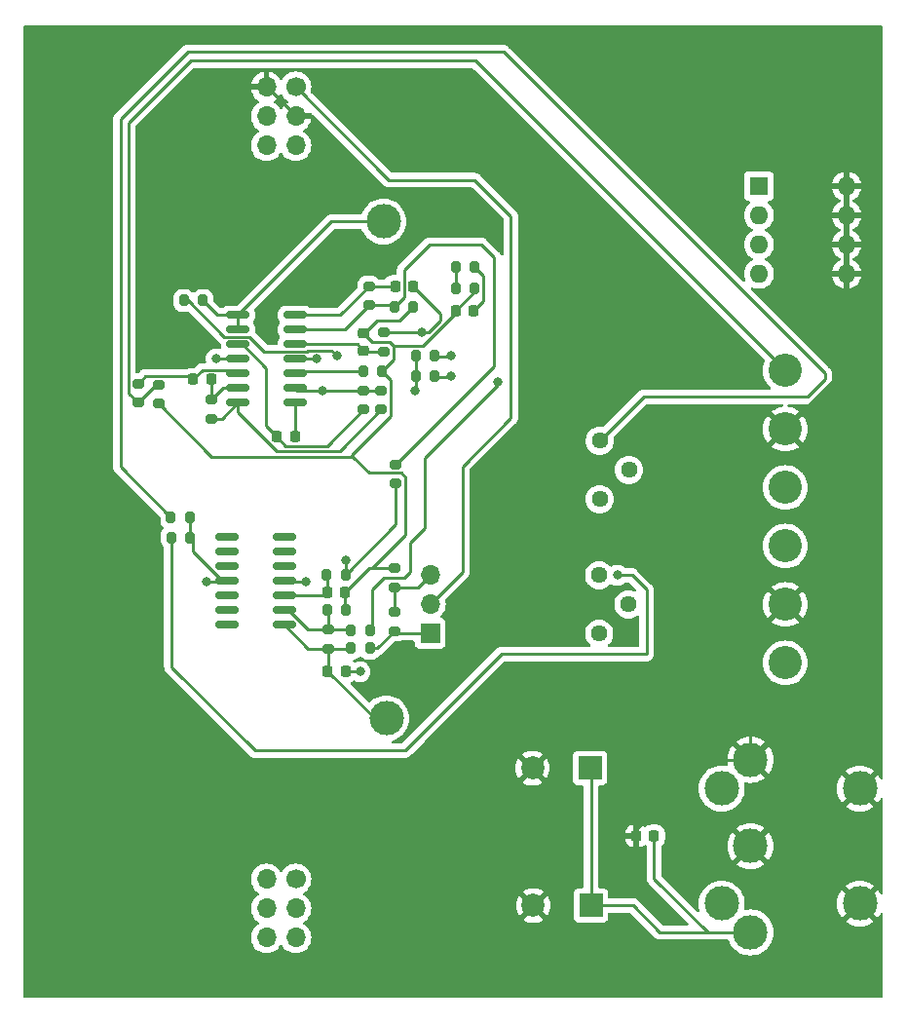
<source format=gbr>
%TF.GenerationSoftware,KiCad,Pcbnew,(7.0.0)*%
%TF.CreationDate,2023-12-04T19:23:21-08:00*%
%TF.ProjectId,Bottom_Board,426f7474-6f6d-45f4-926f-6172642e6b69,0*%
%TF.SameCoordinates,Original*%
%TF.FileFunction,Copper,L2,Bot*%
%TF.FilePolarity,Positive*%
%FSLAX46Y46*%
G04 Gerber Fmt 4.6, Leading zero omitted, Abs format (unit mm)*
G04 Created by KiCad (PCBNEW (7.0.0)) date 2023-12-04 19:23:21*
%MOMM*%
%LPD*%
G01*
G04 APERTURE LIST*
G04 Aperture macros list*
%AMRoundRect*
0 Rectangle with rounded corners*
0 $1 Rounding radius*
0 $2 $3 $4 $5 $6 $7 $8 $9 X,Y pos of 4 corners*
0 Add a 4 corners polygon primitive as box body*
4,1,4,$2,$3,$4,$5,$6,$7,$8,$9,$2,$3,0*
0 Add four circle primitives for the rounded corners*
1,1,$1+$1,$2,$3*
1,1,$1+$1,$4,$5*
1,1,$1+$1,$6,$7*
1,1,$1+$1,$8,$9*
0 Add four rect primitives between the rounded corners*
20,1,$1+$1,$2,$3,$4,$5,0*
20,1,$1+$1,$4,$5,$6,$7,0*
20,1,$1+$1,$6,$7,$8,$9,0*
20,1,$1+$1,$8,$9,$2,$3,0*%
G04 Aperture macros list end*
%TA.AperFunction,ComponentPad*%
%ADD10R,2.000000X2.000000*%
%TD*%
%TA.AperFunction,ComponentPad*%
%ADD11C,2.000000*%
%TD*%
%TA.AperFunction,ComponentPad*%
%ADD12C,3.000000*%
%TD*%
%TA.AperFunction,ComponentPad*%
%ADD13C,1.700000*%
%TD*%
%TA.AperFunction,ComponentPad*%
%ADD14O,1.700000X1.700000*%
%TD*%
%TA.AperFunction,ComponentPad*%
%ADD15C,2.880000*%
%TD*%
%TA.AperFunction,ComponentPad*%
%ADD16C,1.440000*%
%TD*%
%TA.AperFunction,ComponentPad*%
%ADD17R,1.600000X1.600000*%
%TD*%
%TA.AperFunction,ComponentPad*%
%ADD18O,1.600000X1.600000*%
%TD*%
%TA.AperFunction,ComponentPad*%
%ADD19R,1.700000X1.700000*%
%TD*%
%TA.AperFunction,SMDPad,CuDef*%
%ADD20RoundRect,0.200000X-0.275000X0.200000X-0.275000X-0.200000X0.275000X-0.200000X0.275000X0.200000X0*%
%TD*%
%TA.AperFunction,SMDPad,CuDef*%
%ADD21RoundRect,0.225000X-0.225000X-0.250000X0.225000X-0.250000X0.225000X0.250000X-0.225000X0.250000X0*%
%TD*%
%TA.AperFunction,SMDPad,CuDef*%
%ADD22RoundRect,0.200000X0.275000X-0.200000X0.275000X0.200000X-0.275000X0.200000X-0.275000X-0.200000X0*%
%TD*%
%TA.AperFunction,SMDPad,CuDef*%
%ADD23RoundRect,0.150000X0.825000X0.150000X-0.825000X0.150000X-0.825000X-0.150000X0.825000X-0.150000X0*%
%TD*%
%TA.AperFunction,SMDPad,CuDef*%
%ADD24RoundRect,0.225000X0.225000X0.250000X-0.225000X0.250000X-0.225000X-0.250000X0.225000X-0.250000X0*%
%TD*%
%TA.AperFunction,SMDPad,CuDef*%
%ADD25RoundRect,0.200000X0.200000X0.275000X-0.200000X0.275000X-0.200000X-0.275000X0.200000X-0.275000X0*%
%TD*%
%TA.AperFunction,SMDPad,CuDef*%
%ADD26RoundRect,0.200000X-0.200000X-0.275000X0.200000X-0.275000X0.200000X0.275000X-0.200000X0.275000X0*%
%TD*%
%TA.AperFunction,SMDPad,CuDef*%
%ADD27RoundRect,0.225000X0.250000X-0.225000X0.250000X0.225000X-0.250000X0.225000X-0.250000X-0.225000X0*%
%TD*%
%TA.AperFunction,SMDPad,CuDef*%
%ADD28RoundRect,0.218750X-0.218750X-0.256250X0.218750X-0.256250X0.218750X0.256250X-0.218750X0.256250X0*%
%TD*%
%TA.AperFunction,ViaPad*%
%ADD29C,0.800000*%
%TD*%
%TA.AperFunction,Conductor*%
%ADD30C,0.250000*%
%TD*%
G04 APERTURE END LIST*
D10*
%TO.P,C2,1*%
%TO.N,5V*%
X149270322Y-127507999D03*
D11*
%TO.P,C2,2*%
%TO.N,AN1*%
X144270323Y-127508000D03*
%TD*%
D12*
%TO.P,J5,1*%
%TO.N,AN1*%
X163220000Y-126786000D03*
%TO.P,J5,2*%
X163220000Y-134286000D03*
%TO.P,J5,3*%
%TO.N,5V*%
X163220000Y-141786000D03*
%TO.P,J5,4*%
%TO.N,-5V*%
X160720000Y-129286000D03*
%TO.P,J5,5*%
%TO.N,12V*%
X160720000Y-139286000D03*
%TO.P,J5,6*%
%TO.N,AN1*%
X172720000Y-129286000D03*
%TO.P,J5,7*%
X172720000Y-139286000D03*
%TD*%
D10*
%TO.P,C3,1*%
%TO.N,5V*%
X149351999Y-139445999D03*
D11*
%TO.P,C3,2*%
%TO.N,AN1*%
X144352000Y-139446000D03*
%TD*%
D13*
%TO.P,J2,1,Pin_1*%
%TO.N,AN0*%
X123698000Y-68326000D03*
D14*
%TO.P,J2,2,Pin_2*%
%TO.N,AN1*%
X121157999Y-68325999D03*
%TO.P,J2,3,Pin_3*%
X123697999Y-70865999D03*
%TO.P,J2,4,Pin_4*%
%TO.N,5V*%
X121157999Y-70865999D03*
%TO.P,J2,5,Pin_5*%
%TO.N,AN2*%
X123697999Y-73405999D03*
%TO.P,J2,6,Pin_6*%
%TO.N,AN3*%
X121157999Y-73405999D03*
%TD*%
D15*
%TO.P,J3,1,Pin_1*%
%TO.N,D11*%
X166250125Y-118364000D03*
%TO.P,J3,2,Pin_2*%
%TO.N,AN1*%
X166250125Y-113284000D03*
%TO.P,J3,3,Pin_3*%
%TO.N,AN3*%
X166250125Y-108204000D03*
%TO.P,J3,4,Pin_4*%
%TO.N,AN2*%
X166250125Y-103124000D03*
%TO.P,J3,5,Pin_5*%
%TO.N,AN1*%
X166250125Y-98044000D03*
%TO.P,J3,6,Pin_6*%
%TO.N,E23_INPUT*%
X166250125Y-92964000D03*
%TD*%
D12*
%TO.P,TP1,1,1*%
%TO.N,Net-(C4-Pad1)*%
X131572000Y-123190000D03*
%TD*%
D13*
%TO.P,J1,1,Pin_1*%
%TO.N,D17*%
X123698000Y-137160000D03*
D14*
%TO.P,J1,2,Pin_2*%
%TO.N,D43*%
X121157999Y-137159999D03*
%TO.P,J1,3,Pin_3*%
%TO.N,D11*%
X123697999Y-139699999D03*
%TO.P,J1,4,Pin_4*%
%TO.N,D44*%
X121157999Y-139699999D03*
%TO.P,J1,5,Pin_5*%
%TO.N,D10*%
X123697999Y-142239999D03*
%TO.P,J1,6,Pin_6*%
%TO.N,D18*%
X121157999Y-142239999D03*
%TD*%
D16*
%TO.P,RV2,1,1*%
%TO.N,Net-(R15-Pad2)*%
X150070000Y-115824000D03*
%TO.P,RV2,2,2*%
%TO.N,Net-(U1B--)*%
X152610000Y-113284000D03*
%TO.P,RV2,3,3*%
%TO.N,Net-(R18-Pad1)*%
X150070000Y-110744000D03*
%TD*%
D17*
%TO.P,SW2,1*%
%TO.N,D43*%
X163956999Y-76933229D03*
D18*
%TO.P,SW2,2*%
%TO.N,D44*%
X163956999Y-79473229D03*
%TO.P,SW2,3*%
%TO.N,D18*%
X163956999Y-82013229D03*
%TO.P,SW2,4*%
%TO.N,D10*%
X163956999Y-84553229D03*
%TO.P,SW2,5*%
%TO.N,AN1*%
X171576999Y-84553229D03*
%TO.P,SW2,6*%
X171576999Y-82013229D03*
%TO.P,SW2,7*%
X171576999Y-79473229D03*
%TO.P,SW2,8*%
X171576999Y-76933229D03*
%TD*%
D12*
%TO.P,TP2,1,1*%
%TO.N,Net-(U1D--)*%
X131318000Y-80010000D03*
%TD*%
D16*
%TO.P,RV1,1,1*%
%TO.N,Net-(R2-Pad1)*%
X150114000Y-104140000D03*
%TO.P,RV1,2,2*%
%TO.N,Net-(R6-Pad2)*%
X152654000Y-101600000D03*
%TO.P,RV1,3,3*%
%TO.N,Net-(R3-Pad2)*%
X150114000Y-99060000D03*
%TD*%
D19*
%TO.P,JP1,1,A*%
%TO.N,2x_OUTPUT*%
X135381999Y-115798599D03*
D14*
%TO.P,JP1,2,C*%
%TO.N,AN0*%
X135381999Y-113258599D03*
%TO.P,JP1,3,B*%
%TO.N,4x_OUTPUT*%
X135381999Y-110718599D03*
%TD*%
D20*
%TO.P,R19,1*%
%TO.N,Net-(U1B--)*%
X129616200Y-94679000D03*
%TO.P,R19,2*%
%TO.N,Net-(D1-K)*%
X129616200Y-96329000D03*
%TD*%
%TO.P,R11,1*%
%TO.N,Net-(U1C--)*%
X116332000Y-95504000D03*
%TO.P,R11,2*%
%TO.N,Net-(R11-Pad2)*%
X116332000Y-97154000D03*
%TD*%
D21*
%TO.P,C4,1*%
%TO.N,Net-(C4-Pad1)*%
X126466600Y-119076200D03*
%TO.P,C4,2*%
%TO.N,Net-(C4-Pad2)*%
X128016600Y-119076200D03*
%TD*%
D22*
%TO.P,R22,1*%
%TO.N,Net-(C4-Pad2)*%
X132397600Y-102774500D03*
%TO.P,R22,2*%
%TO.N,Net-(U1A--)*%
X132397600Y-101124500D03*
%TD*%
D21*
%TO.P,C8,1*%
%TO.N,Net-(C8-Pad1)*%
X132334000Y-85648800D03*
%TO.P,C8,2*%
%TO.N,Net-(C8-Pad2)*%
X133884000Y-85648800D03*
%TD*%
D23*
%TO.P,U1,1*%
%TO.N,Net-(C8-Pad1)*%
X123633000Y-88138000D03*
%TO.P,U1,2,-*%
%TO.N,Net-(U1A--)*%
X123633000Y-89408000D03*
%TO.P,U1,3,+*%
%TO.N,Net-(U1A-+)*%
X123633000Y-90678000D03*
%TO.P,U1,4,V+*%
%TO.N,5V*%
X123633000Y-91948000D03*
%TO.P,U1,5,+*%
%TO.N,Net-(U1B-+)*%
X123633000Y-93218000D03*
%TO.P,U1,6,-*%
%TO.N,Net-(U1B--)*%
X123633000Y-94488000D03*
%TO.P,U1,7*%
%TO.N,Net-(D1-A)*%
X123633000Y-95758000D03*
%TO.P,U1,8*%
%TO.N,Net-(R11-Pad2)*%
X118683000Y-95758000D03*
%TO.P,U1,9,-*%
%TO.N,Net-(U1C--)*%
X118683000Y-94488000D03*
%TO.P,U1,10,+*%
%TO.N,Net-(U1C-+)*%
X118683000Y-93218000D03*
%TO.P,U1,11,V-*%
%TO.N,-5V*%
X118683000Y-91948000D03*
%TO.P,U1,12,+*%
%TO.N,Net-(D1-K)*%
X118683000Y-90678000D03*
%TO.P,U1,13,-*%
%TO.N,Net-(U1D--)*%
X118683000Y-89408000D03*
%TO.P,U1,14*%
X118683000Y-88138000D03*
%TD*%
D20*
%TO.P,R4,1*%
%TO.N,E23_INPUT*%
X111760000Y-94171000D03*
%TO.P,R4,2*%
%TO.N,E60*%
X111760000Y-95821000D03*
%TD*%
%TO.P,R14,1*%
%TO.N,E60*%
X132308600Y-110122200D03*
%TO.P,R14,2*%
%TO.N,4x_OUTPUT*%
X132308600Y-111772200D03*
%TD*%
D24*
%TO.P,C1,1*%
%TO.N,5V*%
X154839000Y-133400800D03*
%TO.P,C1,2*%
%TO.N,AN1*%
X153289000Y-133400800D03*
%TD*%
D23*
%TO.P,U2,1*%
%TO.N,N/C*%
X122682000Y-107442000D03*
%TO.P,U2,2*%
X122682000Y-108712000D03*
%TO.P,U2,3*%
X122682000Y-109982000D03*
%TO.P,U2,4,V+*%
%TO.N,5V*%
X122682000Y-111252000D03*
%TO.P,U2,5,+*%
%TO.N,Net-(U2B-+)*%
X122682000Y-112522000D03*
%TO.P,U2,6,-*%
%TO.N,Net-(U2B--)*%
X122682000Y-113792000D03*
%TO.P,U2,7*%
%TO.N,Net-(C4-Pad1)*%
X122682000Y-115062000D03*
%TO.P,U2,8*%
%TO.N,N/C*%
X117732000Y-115062000D03*
%TO.P,U2,9*%
X117732000Y-113792000D03*
%TO.P,U2,10*%
X117732000Y-112522000D03*
%TO.P,U2,11,V-*%
%TO.N,-5V*%
X117732000Y-111252000D03*
%TO.P,U2,12*%
%TO.N,N/C*%
X117732000Y-109982000D03*
%TO.P,U2,13*%
X117732000Y-108712000D03*
%TO.P,U2,14*%
X117732000Y-107442000D03*
%TD*%
D25*
%TO.P,R12,1*%
%TO.N,2x_OUTPUT*%
X130148600Y-117094000D03*
%TO.P,R12,2*%
%TO.N,Net-(C4-Pad1)*%
X128498600Y-117094000D03*
%TD*%
D26*
%TO.P,R18,1*%
%TO.N,Net-(R18-Pad1)*%
X112890800Y-107467400D03*
%TO.P,R18,2*%
%TO.N,-5V*%
X114540800Y-107467400D03*
%TD*%
%TO.P,R10,1*%
%TO.N,Net-(R10-Pad1)*%
X137607600Y-83953100D03*
%TO.P,R10,2*%
%TO.N,Net-(C7-Pad1)*%
X139257600Y-83953100D03*
%TD*%
D25*
%TO.P,R20,1*%
%TO.N,Net-(U1D--)*%
X115633000Y-86868000D03*
%TO.P,R20,2*%
%TO.N,Net-(C8-Pad2)*%
X113983000Y-86868000D03*
%TD*%
%TO.P,R2,1*%
%TO.N,Net-(R2-Pad1)*%
X135762000Y-91694000D03*
%TO.P,R2,2*%
%TO.N,5V*%
X134112000Y-91694000D03*
%TD*%
%TO.P,R9,1*%
%TO.N,E60*%
X128065800Y-113792000D03*
%TO.P,R9,2*%
%TO.N,Net-(U2B--)*%
X126415800Y-113792000D03*
%TD*%
D26*
%TO.P,R7,1*%
%TO.N,Net-(R10-Pad1)*%
X137607600Y-85810475D03*
%TO.P,R7,2*%
%TO.N,E60*%
X139257600Y-85810475D03*
%TD*%
D24*
%TO.P,C6,1*%
%TO.N,E60*%
X128003600Y-112218200D03*
%TO.P,C6,2*%
%TO.N,Net-(U2B-+)*%
X126453600Y-112218200D03*
%TD*%
D27*
%TO.P,C9,1*%
%TO.N,Net-(U1A-+)*%
X129590800Y-91237400D03*
%TO.P,C9,2*%
%TO.N,E60*%
X129590800Y-89687400D03*
%TD*%
D22*
%TO.P,R16,1*%
%TO.N,Net-(R11-Pad2)*%
X131140200Y-96329000D03*
%TO.P,R16,2*%
%TO.N,Net-(U1B--)*%
X131140200Y-94679000D03*
%TD*%
D26*
%TO.P,R6,1*%
%TO.N,Net-(U2B--)*%
X128498600Y-115520200D03*
%TO.P,R6,2*%
%TO.N,Net-(R6-Pad2)*%
X130148600Y-115520200D03*
%TD*%
D25*
%TO.P,R1,1*%
%TO.N,Net-(C4-Pad2)*%
X128053600Y-110694200D03*
%TO.P,R1,2*%
%TO.N,Net-(U2B-+)*%
X126403600Y-110694200D03*
%TD*%
%TO.P,R3,1*%
%TO.N,-5V*%
X114502200Y-105740200D03*
%TO.P,R3,2*%
%TO.N,Net-(R3-Pad2)*%
X112852200Y-105740200D03*
%TD*%
D26*
%TO.P,R24,1*%
%TO.N,Net-(U1A--)*%
X132271000Y-87426800D03*
%TO.P,R24,2*%
%TO.N,E60*%
X133921000Y-87426800D03*
%TD*%
D28*
%TO.P,D1,1,K*%
%TO.N,Net-(D1-K)*%
X122044500Y-98698000D03*
%TO.P,D1,2,A*%
%TO.N,Net-(D1-A)*%
X123619500Y-98698000D03*
%TD*%
D26*
%TO.P,R15,1*%
%TO.N,5V*%
X134112000Y-93472000D03*
%TO.P,R15,2*%
%TO.N,Net-(R15-Pad2)*%
X135762000Y-93472000D03*
%TD*%
D24*
%TO.P,C7,1*%
%TO.N,Net-(C7-Pad1)*%
X139157600Y-87763100D03*
%TO.P,C7,2*%
%TO.N,E60*%
X137607600Y-87763100D03*
%TD*%
D20*
%TO.P,R21,1*%
%TO.N,Net-(C8-Pad2)*%
X131368800Y-89637400D03*
%TO.P,R21,2*%
%TO.N,Net-(U1A-+)*%
X131368800Y-91287400D03*
%TD*%
%TO.P,R8,1*%
%TO.N,Net-(U2B--)*%
X126492000Y-115469400D03*
%TO.P,R8,2*%
%TO.N,Net-(C4-Pad1)*%
X126492000Y-117119400D03*
%TD*%
D24*
%TO.P,C5,1*%
%TO.N,Net-(U1C--)*%
X116345000Y-93726000D03*
%TO.P,C5,2*%
%TO.N,Net-(U1C-+)*%
X114795000Y-93726000D03*
%TD*%
D20*
%TO.P,R13,1*%
%TO.N,4x_OUTPUT*%
X132308600Y-113932200D03*
%TO.P,R13,2*%
%TO.N,2x_OUTPUT*%
X132308600Y-115582200D03*
%TD*%
D22*
%TO.P,R23,1*%
%TO.N,Net-(U1A--)*%
X130048000Y-87298800D03*
%TO.P,R23,2*%
%TO.N,Net-(C8-Pad1)*%
X130048000Y-85648800D03*
%TD*%
%TO.P,R5,1*%
%TO.N,E23_INPUT*%
X109982000Y-95758000D03*
%TO.P,R5,2*%
%TO.N,Net-(U1C-+)*%
X109982000Y-94108000D03*
%TD*%
D26*
%TO.P,R17,1*%
%TO.N,Net-(U1B-+)*%
X129540000Y-93014800D03*
%TO.P,R17,2*%
%TO.N,E60*%
X131190000Y-93014800D03*
%TD*%
D29*
%TO.N,Net-(C4-Pad2)*%
X129286000Y-119126000D03*
X128016000Y-109474000D03*
%TO.N,Net-(C8-Pad2)*%
X134620000Y-89662000D03*
X127254000Y-91694000D03*
%TO.N,Net-(R2-Pad1)*%
X137160000Y-91694000D03*
%TO.N,-5V*%
X115925600Y-111302800D03*
X116789200Y-91948000D03*
%TO.N,Net-(R6-Pad2)*%
X141224000Y-93980000D03*
%TO.N,Net-(R15-Pad2)*%
X137160000Y-93472000D03*
%TO.N,Net-(U1B--)*%
X125984000Y-94742000D03*
%TO.N,Net-(R18-Pad1)*%
X151638000Y-110744000D03*
%TO.N,5V*%
X134061200Y-94691200D03*
X125501400Y-91922600D03*
X124561600Y-111328200D03*
%TD*%
D30*
%TO.N,AN1*%
X144352000Y-139446000D02*
X150219400Y-145313400D01*
X168656000Y-100449875D02*
X168656000Y-110878125D01*
X168351200Y-139417200D02*
X163220000Y-134286000D01*
X153289000Y-132795000D02*
X159298000Y-126786000D01*
X168351200Y-145313400D02*
X168351200Y-139417200D01*
X161720000Y-125286000D02*
X163220000Y-126786000D01*
X171577000Y-92717125D02*
X166250125Y-98044000D01*
X153289000Y-133400800D02*
X153289000Y-132795000D01*
X123698000Y-70866000D02*
X121158000Y-68326000D01*
X159298000Y-126786000D02*
X163220000Y-126786000D01*
X165481000Y-132025000D02*
X165481000Y-129047000D01*
X166250125Y-98044000D02*
X168656000Y-100449875D01*
X163220000Y-126786000D02*
X163220000Y-116314125D01*
X163220000Y-134286000D02*
X165481000Y-132025000D01*
X163220000Y-126786000D02*
X165481000Y-129047000D01*
X171577000Y-84553230D02*
X171577000Y-92717125D01*
X150219400Y-145313400D02*
X168351200Y-145313400D01*
X168656000Y-110878125D02*
X166250125Y-113284000D01*
X161720000Y-125286000D02*
X146492323Y-125286000D01*
X146492323Y-125286000D02*
X144270323Y-127508000D01*
X163220000Y-116314125D02*
X166250125Y-113284000D01*
%TO.N,E60*%
X132727200Y-88620600D02*
X133921000Y-87426800D01*
X132168800Y-92036000D02*
X132168800Y-90792200D01*
X129667000Y-89687400D02*
X130733800Y-88620600D01*
X128003600Y-112218200D02*
X128003600Y-113729800D01*
X137607600Y-87763100D02*
X137607600Y-87945796D01*
X131940200Y-96912062D02*
X131940200Y-93765000D01*
X131940200Y-93765000D02*
X131190000Y-93014800D01*
X139257600Y-86113100D02*
X137607600Y-87763100D01*
X137607600Y-87945796D02*
X134761196Y-90792200D01*
X132842000Y-101854000D02*
X130048000Y-101854000D01*
X130302000Y-110122200D02*
X130099600Y-110122200D01*
X131851400Y-90474800D02*
X130378200Y-90474800D01*
X128523131Y-100329131D02*
X131940200Y-96912062D01*
X130733800Y-88620600D02*
X132727200Y-88620600D01*
X134761196Y-90792200D02*
X132168800Y-90792200D01*
X130378200Y-90474800D02*
X129590800Y-89687400D01*
X133197600Y-107226600D02*
X133197600Y-102209600D01*
X132168800Y-90792200D02*
X131851400Y-90474800D01*
X130048000Y-101854000D02*
X128651000Y-100457000D01*
X130302000Y-110122200D02*
X133197600Y-107226600D01*
X128003600Y-113729800D02*
X128065800Y-113792000D01*
X132308600Y-110122200D02*
X130302000Y-110122200D01*
X128651000Y-100457000D02*
X128523131Y-100329131D01*
X131190000Y-93014800D02*
X132168800Y-92036000D01*
X133197600Y-102209600D02*
X132842000Y-101854000D01*
X129590800Y-89687400D02*
X129667000Y-89687400D01*
X116396000Y-100457000D02*
X128651000Y-100457000D01*
X111760000Y-95821000D02*
X116396000Y-100457000D01*
X130099600Y-110122200D02*
X128003600Y-112218200D01*
X139257600Y-85810475D02*
X139257600Y-86113100D01*
%TO.N,Net-(C4-Pad1)*%
X130580400Y-123190000D02*
X126466600Y-119076200D01*
X122682000Y-115062000D02*
X124739400Y-117119400D01*
X126492000Y-117119400D02*
X128473200Y-117119400D01*
X126492000Y-117119400D02*
X126492000Y-119050800D01*
X128473200Y-117119400D02*
X128498600Y-117094000D01*
X131572000Y-123190000D02*
X130580400Y-123190000D01*
X124739400Y-117119400D02*
X126492000Y-117119400D01*
X126492000Y-119050800D02*
X126466600Y-119076200D01*
%TO.N,Net-(C4-Pad2)*%
X132397600Y-106350200D02*
X128053600Y-110694200D01*
X129286000Y-119126000D02*
X129236200Y-119076200D01*
X128016000Y-110656600D02*
X128016000Y-109474000D01*
X128053600Y-110694200D02*
X128016000Y-110656600D01*
X132397600Y-102774500D02*
X132397600Y-106350200D01*
X128016600Y-119076200D02*
X129236200Y-119076200D01*
%TO.N,Net-(U1C--)*%
X116332000Y-95504000D02*
X117348000Y-94488000D01*
X117348000Y-94488000D02*
X118683000Y-94488000D01*
X116345000Y-93726000D02*
X116345000Y-95491000D01*
X116345000Y-95491000D02*
X116332000Y-95504000D01*
%TO.N,Net-(U1C-+)*%
X114795000Y-93726000D02*
X114515000Y-93446000D01*
X114515000Y-93446000D02*
X110644000Y-93446000D01*
X110644000Y-93446000D02*
X109982000Y-94108000D01*
X118391000Y-92926000D02*
X118683000Y-93218000D01*
X115595000Y-92926000D02*
X118391000Y-92926000D01*
X114795000Y-93726000D02*
X115595000Y-92926000D01*
%TO.N,Net-(U2B-+)*%
X126149800Y-112522000D02*
X126453600Y-112218200D01*
X122682000Y-112522000D02*
X126149800Y-112522000D01*
X126453600Y-110744200D02*
X126403600Y-110694200D01*
X126453600Y-112218200D02*
X126453600Y-110744200D01*
%TO.N,Net-(C7-Pad1)*%
X139257600Y-83953100D02*
X139982600Y-84678100D01*
X139982600Y-86938100D02*
X139157600Y-87763100D01*
X139982600Y-84678100D02*
X139982600Y-86938100D01*
%TO.N,Net-(C8-Pad1)*%
X127558800Y-88138000D02*
X130048000Y-85648800D01*
X132334000Y-85648800D02*
X130048000Y-85648800D01*
X123633000Y-88138000D02*
X127558800Y-88138000D01*
%TO.N,Net-(C8-Pad2)*%
X134620000Y-89662000D02*
X134644600Y-89637400D01*
X114300000Y-86868000D02*
X113983000Y-86868000D01*
X134644600Y-89637400D02*
X135279600Y-89637400D01*
X126757600Y-91197600D02*
X124780151Y-91197600D01*
X134595400Y-89637400D02*
X134620000Y-89662000D01*
X119704751Y-90053000D02*
X117485000Y-90053000D01*
X117485000Y-90053000D02*
X114300000Y-86868000D01*
X131368800Y-89637400D02*
X134595400Y-89637400D01*
X136296400Y-88061200D02*
X133884000Y-85648800D01*
X120974751Y-91323000D02*
X119704751Y-90053000D01*
X127254000Y-91694000D02*
X126757600Y-91197600D01*
X124780151Y-91197600D02*
X124654751Y-91323000D01*
X136296400Y-88620600D02*
X136296400Y-88061200D01*
X135279600Y-89637400D02*
X136296400Y-88620600D01*
X124654751Y-91323000D02*
X120974751Y-91323000D01*
%TO.N,Net-(U1A-+)*%
X129640800Y-91287400D02*
X129590800Y-91237400D01*
X131368800Y-91287400D02*
X129640800Y-91287400D01*
X129031400Y-90678000D02*
X123633000Y-90678000D01*
X129590800Y-91237400D02*
X129031400Y-90678000D01*
%TO.N,Net-(D1-K)*%
X122044500Y-98698000D02*
X122844500Y-99498000D01*
X121132600Y-92750849D02*
X119059751Y-90678000D01*
X119059751Y-90678000D02*
X118683000Y-90678000D01*
X121132600Y-97786100D02*
X121132600Y-92750849D01*
X122844500Y-99498000D02*
X126447200Y-99498000D01*
X126447200Y-99498000D02*
X129616200Y-96329000D01*
X122044500Y-98698000D02*
X121132600Y-97786100D01*
%TO.N,Net-(D1-A)*%
X123619500Y-95771500D02*
X123619500Y-98698000D01*
X123633000Y-95758000D02*
X123619500Y-95771500D01*
%TO.N,Net-(R2-Pad1)*%
X137160000Y-91694000D02*
X137109200Y-91744800D01*
X135762000Y-91744800D02*
X137109200Y-91744800D01*
%TO.N,-5V*%
X114540800Y-105778800D02*
X114502200Y-105740200D01*
X117681200Y-111302800D02*
X117732000Y-111252000D01*
X114745000Y-108712000D02*
X114745000Y-107671600D01*
X114745000Y-108712000D02*
X117285000Y-111252000D01*
X114540800Y-107467400D02*
X114540800Y-105778800D01*
X117285000Y-111252000D02*
X117732000Y-111252000D01*
X114745000Y-107671600D02*
X114540800Y-107467400D01*
X118683000Y-91948000D02*
X116789200Y-91948000D01*
X115925600Y-111302800D02*
X117681200Y-111302800D01*
%TO.N,Net-(R3-Pad2)*%
X108458000Y-71120000D02*
X114300000Y-65278000D01*
X169672000Y-93726000D02*
X168148000Y-95250000D01*
X112852200Y-105740200D02*
X108458000Y-101346000D01*
X108458000Y-101346000D02*
X108458000Y-71120000D01*
X141732000Y-65278000D02*
X169672000Y-93218000D01*
X168148000Y-95250000D02*
X153924000Y-95250000D01*
X153924000Y-95250000D02*
X150114000Y-99060000D01*
X114300000Y-65278000D02*
X141732000Y-65278000D01*
X169672000Y-93218000D02*
X169672000Y-93726000D01*
%TO.N,E23_INPUT*%
X114554000Y-66040000D02*
X139326125Y-66040000D01*
X139326125Y-66040000D02*
X166250125Y-92964000D01*
X111760000Y-94171000D02*
X111569000Y-94171000D01*
X109982000Y-95758000D02*
X109182000Y-94958000D01*
X109182000Y-94958000D02*
X109182000Y-71412000D01*
X111569000Y-94171000D02*
X109982000Y-95758000D01*
X109182000Y-71412000D02*
X114554000Y-66040000D01*
%TO.N,Net-(U2B--)*%
X128447800Y-115469400D02*
X128498600Y-115520200D01*
X124736151Y-115469400D02*
X126492000Y-115469400D01*
X123058751Y-113792000D02*
X124736151Y-115469400D01*
X122682000Y-113792000D02*
X123058751Y-113792000D01*
X126492000Y-113868200D02*
X126415800Y-113792000D01*
X126492000Y-115469400D02*
X128447800Y-115469400D01*
X126492000Y-115469400D02*
X126492000Y-113868200D01*
%TO.N,Net-(R6-Pad2)*%
X130148600Y-115520200D02*
X130302000Y-115366800D01*
X130302000Y-115366800D02*
X130302000Y-112014000D01*
X134874000Y-106680000D02*
X134874000Y-100584000D01*
X133096000Y-110998000D02*
X133604000Y-110490000D01*
X133604000Y-107950000D02*
X134874000Y-106680000D01*
X133604000Y-110490000D02*
X133604000Y-107950000D01*
X141224000Y-94234000D02*
X141224000Y-93980000D01*
X134874000Y-100584000D02*
X141224000Y-94234000D01*
X131318000Y-110998000D02*
X133096000Y-110998000D01*
X130302000Y-112014000D02*
X131318000Y-110998000D01*
%TO.N,Net-(R10-Pad1)*%
X137607600Y-85810475D02*
X137607600Y-83953100D01*
%TO.N,Net-(R11-Pad2)*%
X117287000Y-97154000D02*
X116332000Y-97154000D01*
X127521200Y-99948000D02*
X122050521Y-99948000D01*
X118683000Y-95758000D02*
X117287000Y-97154000D01*
X122050521Y-99948000D02*
X118683000Y-96580479D01*
X118683000Y-96580479D02*
X118683000Y-95758000D01*
X131140200Y-96329000D02*
X127521200Y-99948000D01*
%TO.N,2x_OUTPUT*%
X130796800Y-117094000D02*
X130148600Y-117094000D01*
X132308600Y-115582200D02*
X130796800Y-117094000D01*
X132308600Y-115582200D02*
X132525000Y-115798600D01*
X132525000Y-115798600D02*
X135382000Y-115798600D01*
%TO.N,4x_OUTPUT*%
X132308600Y-111772200D02*
X134328400Y-111772200D01*
X134328400Y-111772200D02*
X135382000Y-110718600D01*
X132308600Y-111772200D02*
X132308600Y-113932200D01*
%TO.N,Net-(R15-Pad2)*%
X136906000Y-93472000D02*
X137160000Y-93472000D01*
X136956800Y-93522800D02*
X136906000Y-93472000D01*
X135762000Y-93522800D02*
X136956800Y-93522800D01*
%TO.N,Net-(U1B--)*%
X125921000Y-94679000D02*
X125984000Y-94742000D01*
X126047000Y-94679000D02*
X129616200Y-94679000D01*
X123824000Y-94679000D02*
X125921000Y-94679000D01*
X123633000Y-94488000D02*
X123824000Y-94679000D01*
X131140200Y-94679000D02*
X129616200Y-94679000D01*
X125984000Y-94742000D02*
X126047000Y-94679000D01*
%TO.N,Net-(U1B-+)*%
X123836200Y-93014800D02*
X123633000Y-93218000D01*
X129540000Y-93014800D02*
X123836200Y-93014800D01*
%TO.N,Net-(R18-Pad1)*%
X133212299Y-125984000D02*
X120142000Y-125984000D01*
X141594299Y-117602000D02*
X133212299Y-125984000D01*
X151638000Y-110744000D02*
X152908000Y-110744000D01*
X112890800Y-118732800D02*
X112890800Y-107467400D01*
X154178000Y-117602000D02*
X141594299Y-117602000D01*
X152908000Y-110744000D02*
X154178000Y-112014000D01*
X120142000Y-125984000D02*
X112890800Y-118732800D01*
X154178000Y-112014000D02*
X154178000Y-117602000D01*
%TO.N,Net-(U1D--)*%
X118683000Y-88138000D02*
X116903000Y-88138000D01*
X118683000Y-89408000D02*
X118683000Y-88138000D01*
X116903000Y-88138000D02*
X115633000Y-86868000D01*
X131318000Y-80010000D02*
X126811000Y-80010000D01*
X126811000Y-80010000D02*
X118683000Y-88138000D01*
%TO.N,Net-(U1A--)*%
X133109000Y-84238800D02*
X133109000Y-86588800D01*
X127938800Y-89408000D02*
X130048000Y-87298800D01*
X123633000Y-89408000D02*
X127938800Y-89408000D01*
X140944600Y-83134200D02*
X139852400Y-82042000D01*
X135305800Y-82042000D02*
X133109000Y-84238800D01*
X139852400Y-82042000D02*
X135305800Y-82042000D01*
X140944600Y-92577500D02*
X140944600Y-83134200D01*
X132143000Y-87298800D02*
X132271000Y-87426800D01*
X133109000Y-86588800D02*
X132271000Y-87426800D01*
X130048000Y-87298800D02*
X132143000Y-87298800D01*
X132397600Y-101124500D02*
X140944600Y-92577500D01*
%TO.N,AN0*%
X138176000Y-101295200D02*
X138176000Y-110464600D01*
X142392400Y-97078800D02*
X138176000Y-101295200D01*
X138176000Y-110464600D02*
X135382000Y-113258600D01*
X123698000Y-68326000D02*
X131775200Y-76403200D01*
X142392400Y-79527400D02*
X142392400Y-97078800D01*
X139268200Y-76403200D02*
X142392400Y-79527400D01*
X131775200Y-76403200D02*
X139268200Y-76403200D01*
%TO.N,5V*%
X134112000Y-91744800D02*
X134112000Y-93522800D01*
X149352000Y-139446000D02*
X153009600Y-139446000D01*
X155349600Y-141786000D02*
X159512000Y-141786000D01*
X153009600Y-139446000D02*
X155349600Y-141786000D01*
X122758200Y-111328200D02*
X122682000Y-111252000D01*
X134112000Y-93522800D02*
X134112000Y-94640400D01*
X159512000Y-141786000D02*
X163220000Y-141786000D01*
X154839000Y-137113000D02*
X159512000Y-141786000D01*
X154839000Y-133400800D02*
X154839000Y-137113000D01*
X149352000Y-139446000D02*
X149352000Y-127589677D01*
X134112000Y-94640400D02*
X134061200Y-94691200D01*
X149352000Y-127589677D02*
X149270323Y-127508000D01*
X125501400Y-91922600D02*
X123658400Y-91922600D01*
X124561600Y-111328200D02*
X122758200Y-111328200D01*
X123658400Y-91922600D02*
X123633000Y-91948000D01*
%TD*%
%TA.AperFunction,Conductor*%
%TO.N,AN1*%
G36*
X122484951Y-68972540D02*
G01*
X122529269Y-69011405D01*
X122656399Y-69192966D01*
X122656402Y-69192970D01*
X122659505Y-69197401D01*
X122826599Y-69364495D01*
X122831031Y-69367598D01*
X122831033Y-69367600D01*
X123012595Y-69494731D01*
X123051460Y-69539049D01*
X123065471Y-69596306D01*
X123051460Y-69653563D01*
X123012595Y-69697881D01*
X122831352Y-69824788D01*
X122823092Y-69831719D01*
X122663719Y-69991092D01*
X122656788Y-69999352D01*
X122529880Y-70180596D01*
X122485562Y-70219461D01*
X122428305Y-70233472D01*
X122371048Y-70219461D01*
X122326730Y-70180595D01*
X122199600Y-69999034D01*
X122196495Y-69994599D01*
X122029401Y-69827505D01*
X122024970Y-69824402D01*
X122024966Y-69824399D01*
X121843405Y-69697269D01*
X121804540Y-69652951D01*
X121790529Y-69595694D01*
X121804540Y-69538437D01*
X121843406Y-69494119D01*
X122024638Y-69367219D01*
X122032909Y-69360278D01*
X122192278Y-69200909D01*
X122199219Y-69192638D01*
X122326119Y-69011406D01*
X122370437Y-68972540D01*
X122427694Y-68958529D01*
X122484951Y-68972540D01*
G37*
%TD.AperFunction*%
%TA.AperFunction,Conductor*%
G36*
X174687500Y-63017113D02*
G01*
X174732887Y-63062500D01*
X174749500Y-63124500D01*
X174749500Y-128343729D01*
X174732591Y-128406239D01*
X174686475Y-128451702D01*
X174623729Y-128467716D01*
X174561467Y-128449916D01*
X174516668Y-128403156D01*
X174408931Y-128205849D01*
X174404147Y-128198406D01*
X174310800Y-128073710D01*
X174299689Y-128065392D01*
X174287508Y-128072044D01*
X173085095Y-129274456D01*
X173078431Y-129285998D01*
X173085095Y-129297541D01*
X174287508Y-130499954D01*
X174299689Y-130506606D01*
X174310800Y-130498288D01*
X174404147Y-130373593D01*
X174408931Y-130366150D01*
X174516668Y-130168844D01*
X174561467Y-130122084D01*
X174623729Y-130104284D01*
X174686475Y-130120298D01*
X174732591Y-130165761D01*
X174749500Y-130228271D01*
X174749500Y-138343729D01*
X174732591Y-138406239D01*
X174686475Y-138451702D01*
X174623729Y-138467716D01*
X174561467Y-138449916D01*
X174516668Y-138403156D01*
X174408931Y-138205849D01*
X174404147Y-138198406D01*
X174310800Y-138073710D01*
X174299689Y-138065392D01*
X174287508Y-138072044D01*
X173085095Y-139274456D01*
X173078431Y-139285999D01*
X173085095Y-139297541D01*
X174287508Y-140499954D01*
X174299689Y-140506606D01*
X174310800Y-140498288D01*
X174404147Y-140373593D01*
X174408931Y-140366150D01*
X174516668Y-140168844D01*
X174561467Y-140122084D01*
X174623729Y-140104284D01*
X174686475Y-140120298D01*
X174732591Y-140165761D01*
X174749500Y-140228271D01*
X174749500Y-147375500D01*
X174732887Y-147437500D01*
X174687500Y-147482887D01*
X174625500Y-147499500D01*
X100124500Y-147499500D01*
X100062500Y-147482887D01*
X100017113Y-147437500D01*
X100000500Y-147375500D01*
X100000500Y-142240000D01*
X119802341Y-142240000D01*
X119802813Y-142245395D01*
X119818221Y-142421512D01*
X119822937Y-142475408D01*
X119824336Y-142480630D01*
X119824337Y-142480634D01*
X119882694Y-142698430D01*
X119882697Y-142698438D01*
X119884097Y-142703663D01*
X119886385Y-142708570D01*
X119886386Y-142708572D01*
X119981678Y-142912927D01*
X119981681Y-142912933D01*
X119983965Y-142917830D01*
X119987064Y-142922257D01*
X119987066Y-142922259D01*
X120116399Y-143106966D01*
X120116402Y-143106970D01*
X120119505Y-143111401D01*
X120286599Y-143278495D01*
X120480170Y-143414035D01*
X120694337Y-143513903D01*
X120922592Y-143575063D01*
X121158000Y-143595659D01*
X121393408Y-143575063D01*
X121621663Y-143513903D01*
X121835830Y-143414035D01*
X122029401Y-143278495D01*
X122196495Y-143111401D01*
X122326424Y-142925842D01*
X122370743Y-142886976D01*
X122428000Y-142872965D01*
X122485257Y-142886976D01*
X122529575Y-142925842D01*
X122656395Y-143106961D01*
X122656401Y-143106968D01*
X122659505Y-143111401D01*
X122826599Y-143278495D01*
X123020170Y-143414035D01*
X123234337Y-143513903D01*
X123462592Y-143575063D01*
X123698000Y-143595659D01*
X123933408Y-143575063D01*
X124161663Y-143513903D01*
X124375830Y-143414035D01*
X124569401Y-143278495D01*
X124736495Y-143111401D01*
X124872035Y-142917830D01*
X124971903Y-142703663D01*
X125033063Y-142475408D01*
X125053659Y-142240000D01*
X125033063Y-142004592D01*
X124971903Y-141776337D01*
X124872035Y-141562171D01*
X124736495Y-141368599D01*
X124569401Y-141201505D01*
X124564968Y-141198401D01*
X124564961Y-141198395D01*
X124383842Y-141071575D01*
X124344976Y-141027257D01*
X124330965Y-140970000D01*
X124344976Y-140912743D01*
X124383842Y-140868425D01*
X124564961Y-140741604D01*
X124564961Y-140741603D01*
X124569401Y-140738495D01*
X124638648Y-140669248D01*
X143487749Y-140669248D01*
X143495855Y-140680439D01*
X143524717Y-140702903D01*
X143533279Y-140708496D01*
X143742885Y-140821929D01*
X143752239Y-140826032D01*
X143977656Y-140903417D01*
X143987568Y-140905928D01*
X144222643Y-140945155D01*
X144232839Y-140946000D01*
X144471161Y-140946000D01*
X144481356Y-140945155D01*
X144716431Y-140905928D01*
X144726343Y-140903417D01*
X144951760Y-140826032D01*
X144961114Y-140821929D01*
X145170723Y-140708495D01*
X145179281Y-140702903D01*
X145208146Y-140680437D01*
X145216250Y-140669250D01*
X145209589Y-140657142D01*
X144363542Y-139811095D01*
X144352000Y-139804431D01*
X144340457Y-139811095D01*
X143494408Y-140657143D01*
X143487749Y-140669248D01*
X124638648Y-140669248D01*
X124736495Y-140571401D01*
X124872035Y-140377830D01*
X124971903Y-140163663D01*
X125033063Y-139935408D01*
X125053659Y-139700000D01*
X125033063Y-139464592D01*
X125029452Y-139451117D01*
X142847283Y-139451117D01*
X142866962Y-139688618D01*
X142868646Y-139698712D01*
X142927153Y-139929747D01*
X142930472Y-139939414D01*
X143026208Y-140157673D01*
X143031070Y-140166656D01*
X143120999Y-140304304D01*
X143128963Y-140312024D01*
X143138345Y-140306100D01*
X143986904Y-139457542D01*
X143993568Y-139445999D01*
X144710431Y-139445999D01*
X144717095Y-139457542D01*
X145565653Y-140306100D01*
X145575034Y-140312024D01*
X145583002Y-140304299D01*
X145672924Y-140166664D01*
X145677792Y-140157669D01*
X145773527Y-139939414D01*
X145776846Y-139929747D01*
X145835353Y-139698712D01*
X145837037Y-139688618D01*
X145856717Y-139451117D01*
X145856717Y-139440883D01*
X145837037Y-139203381D01*
X145835353Y-139193287D01*
X145776846Y-138962252D01*
X145773527Y-138952585D01*
X145677792Y-138734330D01*
X145672924Y-138725335D01*
X145583002Y-138587699D01*
X145575034Y-138579974D01*
X145565653Y-138585898D01*
X144717095Y-139434457D01*
X144710431Y-139445999D01*
X143993568Y-139445999D01*
X143986904Y-139434457D01*
X143138345Y-138585898D01*
X143128964Y-138579974D01*
X143120997Y-138587699D01*
X143031072Y-138725338D01*
X143026207Y-138734328D01*
X142930472Y-138952585D01*
X142927153Y-138962252D01*
X142868646Y-139193287D01*
X142866962Y-139203381D01*
X142847283Y-139440883D01*
X142847283Y-139451117D01*
X125029452Y-139451117D01*
X124971903Y-139236337D01*
X124872035Y-139022171D01*
X124736495Y-138828599D01*
X124569401Y-138661505D01*
X124564970Y-138658402D01*
X124564966Y-138658399D01*
X124383841Y-138531574D01*
X124344976Y-138487256D01*
X124330965Y-138429999D01*
X124344976Y-138372742D01*
X124383839Y-138328426D01*
X124534762Y-138222749D01*
X143487748Y-138222749D01*
X143494408Y-138234855D01*
X144340457Y-139080904D01*
X144352000Y-139087568D01*
X144363542Y-139080904D01*
X145209590Y-138234855D01*
X145216250Y-138222749D01*
X145208143Y-138211559D01*
X145179286Y-138189099D01*
X145170719Y-138183503D01*
X144961114Y-138070070D01*
X144951760Y-138065967D01*
X144726343Y-137988582D01*
X144716431Y-137986071D01*
X144481356Y-137946844D01*
X144471161Y-137946000D01*
X144232839Y-137946000D01*
X144222643Y-137946844D01*
X143987568Y-137986071D01*
X143977656Y-137988582D01*
X143752239Y-138065967D01*
X143742885Y-138070070D01*
X143533276Y-138183504D01*
X143524717Y-138189096D01*
X143495854Y-138211560D01*
X143487748Y-138222749D01*
X124534762Y-138222749D01*
X124569401Y-138198495D01*
X124736495Y-138031401D01*
X124872035Y-137837830D01*
X124971903Y-137623663D01*
X125033063Y-137395408D01*
X125053659Y-137160000D01*
X125033063Y-136924592D01*
X124971903Y-136696337D01*
X124872035Y-136482171D01*
X124736495Y-136288599D01*
X124569401Y-136121505D01*
X124564970Y-136118402D01*
X124564966Y-136118399D01*
X124380259Y-135989066D01*
X124380257Y-135989064D01*
X124375830Y-135985965D01*
X124370933Y-135983681D01*
X124370927Y-135983678D01*
X124166572Y-135888386D01*
X124166570Y-135888385D01*
X124161663Y-135886097D01*
X124156438Y-135884697D01*
X124156430Y-135884694D01*
X123938634Y-135826337D01*
X123938630Y-135826336D01*
X123933408Y-135824937D01*
X123928020Y-135824465D01*
X123928017Y-135824465D01*
X123703395Y-135804813D01*
X123698000Y-135804341D01*
X123692605Y-135804813D01*
X123467982Y-135824465D01*
X123467977Y-135824465D01*
X123462592Y-135824937D01*
X123457371Y-135826335D01*
X123457365Y-135826337D01*
X123239569Y-135884694D01*
X123239557Y-135884698D01*
X123234337Y-135886097D01*
X123229432Y-135888383D01*
X123229427Y-135888386D01*
X123025081Y-135983675D01*
X123025077Y-135983677D01*
X123020171Y-135985965D01*
X123015738Y-135989068D01*
X123015731Y-135989073D01*
X122831034Y-136118399D01*
X122831029Y-136118402D01*
X122826599Y-136121505D01*
X122822775Y-136125328D01*
X122822769Y-136125334D01*
X122663334Y-136284769D01*
X122663328Y-136284775D01*
X122659505Y-136288599D01*
X122656403Y-136293028D01*
X122656403Y-136293029D01*
X122529574Y-136474160D01*
X122485256Y-136513025D01*
X122427999Y-136527036D01*
X122370742Y-136513025D01*
X122326426Y-136474161D01*
X122196495Y-136288599D01*
X122029401Y-136121505D01*
X122024970Y-136118402D01*
X122024966Y-136118399D01*
X121840259Y-135989066D01*
X121840257Y-135989064D01*
X121835830Y-135985965D01*
X121830933Y-135983681D01*
X121830927Y-135983678D01*
X121626572Y-135888386D01*
X121626570Y-135888385D01*
X121621663Y-135886097D01*
X121616438Y-135884697D01*
X121616430Y-135884694D01*
X121398634Y-135826337D01*
X121398630Y-135826336D01*
X121393408Y-135824937D01*
X121388020Y-135824465D01*
X121388017Y-135824465D01*
X121163395Y-135804813D01*
X121158000Y-135804341D01*
X121152605Y-135804813D01*
X120927982Y-135824465D01*
X120927977Y-135824465D01*
X120922592Y-135824937D01*
X120917371Y-135826335D01*
X120917365Y-135826337D01*
X120699569Y-135884694D01*
X120699557Y-135884698D01*
X120694337Y-135886097D01*
X120689432Y-135888383D01*
X120689427Y-135888386D01*
X120485081Y-135983675D01*
X120485077Y-135983677D01*
X120480171Y-135985965D01*
X120475738Y-135989068D01*
X120475731Y-135989073D01*
X120291034Y-136118399D01*
X120291029Y-136118402D01*
X120286599Y-136121505D01*
X120282775Y-136125328D01*
X120282769Y-136125334D01*
X120123334Y-136284769D01*
X120123328Y-136284775D01*
X120119505Y-136288599D01*
X120116402Y-136293029D01*
X120116399Y-136293034D01*
X119987073Y-136477731D01*
X119987068Y-136477738D01*
X119983965Y-136482171D01*
X119981677Y-136487077D01*
X119981675Y-136487081D01*
X119886386Y-136691427D01*
X119886383Y-136691432D01*
X119884097Y-136696337D01*
X119882698Y-136701557D01*
X119882694Y-136701569D01*
X119824337Y-136919365D01*
X119824335Y-136919371D01*
X119822937Y-136924592D01*
X119822465Y-136929977D01*
X119822465Y-136929982D01*
X119812236Y-137046897D01*
X119802341Y-137160000D01*
X119802813Y-137165395D01*
X119821644Y-137380637D01*
X119822937Y-137395408D01*
X119824336Y-137400630D01*
X119824337Y-137400634D01*
X119882694Y-137618430D01*
X119882697Y-137618438D01*
X119884097Y-137623663D01*
X119886385Y-137628570D01*
X119886386Y-137628572D01*
X119981678Y-137832927D01*
X119981681Y-137832933D01*
X119983965Y-137837830D01*
X119987064Y-137842257D01*
X119987066Y-137842259D01*
X120116399Y-138026966D01*
X120116402Y-138026970D01*
X120119505Y-138031401D01*
X120286599Y-138198495D01*
X120291032Y-138201599D01*
X120291038Y-138201604D01*
X120472158Y-138328425D01*
X120511024Y-138372743D01*
X120525035Y-138430000D01*
X120511024Y-138487257D01*
X120472160Y-138531574D01*
X120286599Y-138661505D01*
X120282775Y-138665328D01*
X120282769Y-138665334D01*
X120123334Y-138824769D01*
X120123328Y-138824775D01*
X120119505Y-138828599D01*
X120116402Y-138833029D01*
X120116399Y-138833034D01*
X119987073Y-139017731D01*
X119987068Y-139017738D01*
X119983965Y-139022171D01*
X119981677Y-139027077D01*
X119981675Y-139027081D01*
X119886386Y-139231427D01*
X119886383Y-139231432D01*
X119884097Y-139236337D01*
X119882698Y-139241557D01*
X119882694Y-139241569D01*
X119824337Y-139459365D01*
X119824335Y-139459371D01*
X119822937Y-139464592D01*
X119802341Y-139700000D01*
X119802813Y-139705395D01*
X119822441Y-139929747D01*
X119822937Y-139935408D01*
X119824336Y-139940630D01*
X119824337Y-139940634D01*
X119882694Y-140158430D01*
X119882697Y-140158438D01*
X119884097Y-140163663D01*
X119886385Y-140168570D01*
X119886386Y-140168572D01*
X119981678Y-140372927D01*
X119981681Y-140372933D01*
X119983965Y-140377830D01*
X119987064Y-140382257D01*
X119987066Y-140382259D01*
X120116399Y-140566966D01*
X120116402Y-140566970D01*
X120119505Y-140571401D01*
X120286599Y-140738495D01*
X120291032Y-140741599D01*
X120291038Y-140741604D01*
X120472158Y-140868425D01*
X120511024Y-140912743D01*
X120525035Y-140970000D01*
X120511024Y-141027257D01*
X120472159Y-141071575D01*
X120291041Y-141198395D01*
X120286599Y-141201505D01*
X120282775Y-141205328D01*
X120282769Y-141205334D01*
X120123334Y-141364769D01*
X120123328Y-141364775D01*
X120119505Y-141368599D01*
X120116402Y-141373029D01*
X120116399Y-141373034D01*
X119987073Y-141557731D01*
X119987068Y-141557738D01*
X119983965Y-141562171D01*
X119981677Y-141567077D01*
X119981675Y-141567081D01*
X119886386Y-141771427D01*
X119886383Y-141771432D01*
X119884097Y-141776337D01*
X119882698Y-141781557D01*
X119882694Y-141781569D01*
X119824337Y-141999365D01*
X119824335Y-141999371D01*
X119822937Y-142004592D01*
X119802341Y-142240000D01*
X100000500Y-142240000D01*
X100000500Y-128731248D01*
X143406072Y-128731248D01*
X143414178Y-128742439D01*
X143443040Y-128764903D01*
X143451602Y-128770496D01*
X143661208Y-128883929D01*
X143670562Y-128888032D01*
X143895979Y-128965417D01*
X143905891Y-128967928D01*
X144140966Y-129007155D01*
X144151162Y-129008000D01*
X144389484Y-129008000D01*
X144399679Y-129007155D01*
X144634754Y-128967928D01*
X144644666Y-128965417D01*
X144870083Y-128888032D01*
X144879437Y-128883929D01*
X145089046Y-128770495D01*
X145097604Y-128764903D01*
X145126469Y-128742437D01*
X145134573Y-128731250D01*
X145127912Y-128719142D01*
X144961348Y-128552578D01*
X147769823Y-128552578D01*
X147769824Y-128555872D01*
X147770176Y-128559150D01*
X147770177Y-128559161D01*
X147775402Y-128607768D01*
X147775403Y-128607773D01*
X147776232Y-128615483D01*
X147778942Y-128622749D01*
X147778943Y-128622753D01*
X147810866Y-128708342D01*
X147826527Y-128750331D01*
X147831841Y-128757430D01*
X147831842Y-128757431D01*
X147841622Y-128770496D01*
X147912777Y-128865546D01*
X148027992Y-128951796D01*
X148162840Y-129002091D01*
X148222450Y-129008500D01*
X148602500Y-129008500D01*
X148664500Y-129025113D01*
X148709887Y-129070500D01*
X148726500Y-129132500D01*
X148726500Y-137821501D01*
X148709887Y-137883501D01*
X148664500Y-137928888D01*
X148602500Y-137945501D01*
X148304128Y-137945501D01*
X148300850Y-137945853D01*
X148300838Y-137945854D01*
X148252231Y-137951079D01*
X148252225Y-137951080D01*
X148244517Y-137951909D01*
X148237252Y-137954618D01*
X148237246Y-137954620D01*
X148117980Y-137999104D01*
X148117978Y-137999104D01*
X148109669Y-138002204D01*
X148102572Y-138007516D01*
X148102568Y-138007519D01*
X148001550Y-138083141D01*
X148001546Y-138083144D01*
X147994454Y-138088454D01*
X147989144Y-138095546D01*
X147989141Y-138095550D01*
X147913519Y-138196568D01*
X147913516Y-138196572D01*
X147908204Y-138203669D01*
X147905104Y-138211978D01*
X147905104Y-138211980D01*
X147860620Y-138331247D01*
X147860619Y-138331250D01*
X147857909Y-138338517D01*
X147857079Y-138346227D01*
X147857079Y-138346232D01*
X147851855Y-138394819D01*
X147851854Y-138394831D01*
X147851500Y-138398127D01*
X147851500Y-138401448D01*
X147851500Y-138401449D01*
X147851500Y-140490560D01*
X147851500Y-140490578D01*
X147851501Y-140493872D01*
X147851853Y-140497150D01*
X147851854Y-140497161D01*
X147857079Y-140545768D01*
X147857080Y-140545773D01*
X147857909Y-140553483D01*
X147860619Y-140560749D01*
X147860620Y-140560753D01*
X147894217Y-140650831D01*
X147908204Y-140688331D01*
X147913518Y-140695430D01*
X147913519Y-140695431D01*
X147923299Y-140708496D01*
X147994454Y-140803546D01*
X148109669Y-140889796D01*
X148244517Y-140940091D01*
X148304127Y-140946500D01*
X150399872Y-140946499D01*
X150459483Y-140940091D01*
X150594331Y-140889796D01*
X150709546Y-140803546D01*
X150795796Y-140688331D01*
X150846091Y-140553483D01*
X150852500Y-140493873D01*
X150852500Y-140195500D01*
X150869113Y-140133500D01*
X150914500Y-140088113D01*
X150976500Y-140071500D01*
X152699148Y-140071500D01*
X152746601Y-140080939D01*
X152786829Y-140107819D01*
X154852307Y-142173297D01*
X154859756Y-142181483D01*
X154863814Y-142187877D01*
X154869499Y-142193215D01*
X154869501Y-142193218D01*
X154912839Y-142233915D01*
X154915636Y-142236626D01*
X154935130Y-142256120D01*
X154938215Y-142258513D01*
X154938301Y-142258580D01*
X154947173Y-142266158D01*
X154979018Y-142296062D01*
X154985848Y-142299817D01*
X154985851Y-142299819D01*
X154996571Y-142305712D01*
X155012822Y-142316386D01*
X155028664Y-142328674D01*
X155035821Y-142331771D01*
X155035823Y-142331772D01*
X155068755Y-142346022D01*
X155079250Y-142351164D01*
X155117508Y-142372197D01*
X155136912Y-142377179D01*
X155155314Y-142383480D01*
X155166541Y-142388338D01*
X155173705Y-142391438D01*
X155211297Y-142397391D01*
X155216839Y-142398269D01*
X155228282Y-142400639D01*
X155263025Y-142409560D01*
X155263026Y-142409560D01*
X155270581Y-142411500D01*
X155290617Y-142411500D01*
X155310002Y-142413025D01*
X155329796Y-142416160D01*
X155367876Y-142412560D01*
X155373276Y-142412050D01*
X155384945Y-142411500D01*
X159432981Y-142411500D01*
X159453017Y-142411500D01*
X159472402Y-142413025D01*
X159492196Y-142416160D01*
X159530276Y-142412560D01*
X159535676Y-142412050D01*
X159547345Y-142411500D01*
X159551350Y-142411500D01*
X161232084Y-142411500D01*
X161280897Y-142421512D01*
X161321827Y-142449930D01*
X161348266Y-142492166D01*
X161395633Y-142619161D01*
X161397753Y-142623043D01*
X161397756Y-142623050D01*
X161530647Y-142866420D01*
X161532774Y-142870315D01*
X161704261Y-143099395D01*
X161906605Y-143301739D01*
X162135685Y-143473226D01*
X162386839Y-143610367D01*
X162654954Y-143710369D01*
X162934572Y-143771196D01*
X163220000Y-143791610D01*
X163505428Y-143771196D01*
X163785046Y-143710369D01*
X164053161Y-143610367D01*
X164304315Y-143473226D01*
X164533395Y-143301739D01*
X164735739Y-143099395D01*
X164907226Y-142870315D01*
X165044367Y-142619161D01*
X165144369Y-142351046D01*
X165205196Y-142071428D01*
X165225610Y-141786000D01*
X165205196Y-141500572D01*
X165144369Y-141220954D01*
X165044367Y-140952839D01*
X164996779Y-140865689D01*
X171499392Y-140865689D01*
X171507710Y-140876800D01*
X171632406Y-140970147D01*
X171639849Y-140974931D01*
X171883158Y-141107787D01*
X171891196Y-141111458D01*
X172150952Y-141208342D01*
X172159421Y-141210828D01*
X172430309Y-141269757D01*
X172439065Y-141271016D01*
X172715582Y-141290793D01*
X172724418Y-141290793D01*
X173000934Y-141271016D01*
X173009690Y-141269757D01*
X173280578Y-141210828D01*
X173289047Y-141208342D01*
X173548803Y-141111458D01*
X173556841Y-141107787D01*
X173800150Y-140974931D01*
X173807593Y-140970147D01*
X173932288Y-140876800D01*
X173940606Y-140865689D01*
X173933954Y-140853508D01*
X172731542Y-139651095D01*
X172720000Y-139644431D01*
X172708457Y-139651095D01*
X171506044Y-140853508D01*
X171499392Y-140865689D01*
X164996779Y-140865689D01*
X164907226Y-140701685D01*
X164735739Y-140472605D01*
X164533395Y-140270261D01*
X164304315Y-140098774D01*
X164254367Y-140071500D01*
X164057050Y-139963756D01*
X164057043Y-139963753D01*
X164053161Y-139961633D01*
X164049017Y-139960087D01*
X164049012Y-139960085D01*
X163789189Y-139863176D01*
X163789185Y-139863175D01*
X163785046Y-139861631D01*
X163754780Y-139855047D01*
X163509761Y-139801746D01*
X163509753Y-139801744D01*
X163505428Y-139800804D01*
X163501014Y-139800488D01*
X163501005Y-139800487D01*
X163224418Y-139780706D01*
X163220000Y-139780390D01*
X163215582Y-139780706D01*
X162938994Y-139800487D01*
X162938983Y-139800488D01*
X162934572Y-139800804D01*
X162930248Y-139801744D01*
X162930238Y-139801746D01*
X162829963Y-139823560D01*
X162768670Y-139821371D01*
X162715923Y-139790075D01*
X162684628Y-139737328D01*
X162682439Y-139676039D01*
X162705196Y-139571428D01*
X162725294Y-139290418D01*
X170715207Y-139290418D01*
X170734983Y-139566934D01*
X170736242Y-139575690D01*
X170795171Y-139846578D01*
X170797657Y-139855047D01*
X170894541Y-140114803D01*
X170898212Y-140122841D01*
X171031068Y-140366150D01*
X171035852Y-140373593D01*
X171129198Y-140498288D01*
X171140309Y-140506606D01*
X171152490Y-140499954D01*
X172354903Y-139297542D01*
X172361567Y-139286000D01*
X172354903Y-139274457D01*
X171149308Y-138068862D01*
X171140135Y-138062967D01*
X171131894Y-138070108D01*
X171035855Y-138198402D01*
X171031068Y-138205850D01*
X170898212Y-138449158D01*
X170894541Y-138457196D01*
X170797657Y-138716952D01*
X170795171Y-138725421D01*
X170736242Y-138996309D01*
X170734983Y-139005065D01*
X170715207Y-139281582D01*
X170715207Y-139290418D01*
X162725294Y-139290418D01*
X162725610Y-139286000D01*
X162705196Y-139000572D01*
X162644369Y-138720954D01*
X162544367Y-138452839D01*
X162407226Y-138201685D01*
X162235739Y-137972605D01*
X162033395Y-137770261D01*
X161947733Y-137706135D01*
X171496967Y-137706135D01*
X171502862Y-137715308D01*
X172708457Y-138920903D01*
X172720000Y-138927567D01*
X172731542Y-138920903D01*
X173933954Y-137718490D01*
X173940606Y-137706309D01*
X173932288Y-137695198D01*
X173807593Y-137601852D01*
X173800150Y-137597068D01*
X173556841Y-137464212D01*
X173548803Y-137460541D01*
X173289047Y-137363657D01*
X173280578Y-137361171D01*
X173009690Y-137302242D01*
X173000934Y-137300983D01*
X172724418Y-137281207D01*
X172715582Y-137281207D01*
X172439065Y-137300983D01*
X172430309Y-137302242D01*
X172159421Y-137361171D01*
X172150952Y-137363657D01*
X171891196Y-137460541D01*
X171883158Y-137464212D01*
X171639850Y-137597068D01*
X171632402Y-137601855D01*
X171504108Y-137697894D01*
X171496967Y-137706135D01*
X161947733Y-137706135D01*
X161804315Y-137598774D01*
X161800420Y-137596647D01*
X161557050Y-137463756D01*
X161557043Y-137463753D01*
X161553161Y-137461633D01*
X161549017Y-137460087D01*
X161549012Y-137460085D01*
X161289189Y-137363176D01*
X161289185Y-137363175D01*
X161285046Y-137361631D01*
X161255075Y-137355111D01*
X161009761Y-137301746D01*
X161009753Y-137301744D01*
X161005428Y-137300804D01*
X161001014Y-137300488D01*
X161001005Y-137300487D01*
X160724418Y-137280706D01*
X160720000Y-137280390D01*
X160715582Y-137280706D01*
X160438994Y-137300487D01*
X160438983Y-137300488D01*
X160434572Y-137300804D01*
X160430248Y-137301744D01*
X160430238Y-137301746D01*
X160159279Y-137360690D01*
X160159276Y-137360690D01*
X160154954Y-137361631D01*
X160150818Y-137363173D01*
X160150810Y-137363176D01*
X159890987Y-137460085D01*
X159890976Y-137460089D01*
X159886839Y-137461633D01*
X159882961Y-137463750D01*
X159882949Y-137463756D01*
X159639579Y-137596647D01*
X159639571Y-137596651D01*
X159635685Y-137598774D01*
X159632135Y-137601431D01*
X159632131Y-137601434D01*
X159410156Y-137767602D01*
X159410149Y-137767607D01*
X159406605Y-137770261D01*
X159403474Y-137773391D01*
X159403467Y-137773398D01*
X159207398Y-137969467D01*
X159207391Y-137969474D01*
X159204261Y-137972605D01*
X159201607Y-137976149D01*
X159201602Y-137976156D01*
X159035434Y-138198131D01*
X159032774Y-138201685D01*
X159030651Y-138205571D01*
X159030647Y-138205579D01*
X158897756Y-138448949D01*
X158897750Y-138448961D01*
X158895633Y-138452839D01*
X158894089Y-138456976D01*
X158894085Y-138456987D01*
X158797176Y-138716810D01*
X158797173Y-138716818D01*
X158795631Y-138720954D01*
X158794690Y-138725276D01*
X158794690Y-138725279D01*
X158735746Y-138996238D01*
X158735744Y-138996248D01*
X158734804Y-139000572D01*
X158734488Y-139004983D01*
X158734487Y-139004994D01*
X158718293Y-139231427D01*
X158714390Y-139286000D01*
X158714706Y-139290418D01*
X158734487Y-139567005D01*
X158734488Y-139567014D01*
X158734804Y-139571428D01*
X158735744Y-139575753D01*
X158735746Y-139575761D01*
X158786940Y-139811095D01*
X158795631Y-139851046D01*
X158797176Y-139855188D01*
X158798061Y-139858203D01*
X158799443Y-139922944D01*
X158768001Y-139979553D01*
X158712310Y-140012594D01*
X158647556Y-140013055D01*
X158591400Y-139980810D01*
X157307090Y-138696500D01*
X155500819Y-136890228D01*
X155473939Y-136850000D01*
X155464500Y-136802547D01*
X155464500Y-135865689D01*
X161999392Y-135865689D01*
X162007710Y-135876800D01*
X162132406Y-135970147D01*
X162139849Y-135974931D01*
X162383158Y-136107787D01*
X162391196Y-136111458D01*
X162650952Y-136208342D01*
X162659421Y-136210828D01*
X162930309Y-136269757D01*
X162939065Y-136271016D01*
X163215582Y-136290793D01*
X163224418Y-136290793D01*
X163500934Y-136271016D01*
X163509690Y-136269757D01*
X163780578Y-136210828D01*
X163789047Y-136208342D01*
X164048803Y-136111458D01*
X164056841Y-136107787D01*
X164300150Y-135974931D01*
X164307593Y-135970147D01*
X164432288Y-135876800D01*
X164440606Y-135865689D01*
X164433954Y-135853508D01*
X163231542Y-134651095D01*
X163220000Y-134644431D01*
X163208457Y-134651095D01*
X162006044Y-135853508D01*
X161999392Y-135865689D01*
X155464500Y-135865689D01*
X155464500Y-134324279D01*
X155472265Y-134290418D01*
X161215207Y-134290418D01*
X161234983Y-134566934D01*
X161236242Y-134575690D01*
X161295171Y-134846578D01*
X161297657Y-134855047D01*
X161394541Y-135114803D01*
X161398212Y-135122841D01*
X161531068Y-135366150D01*
X161535852Y-135373593D01*
X161629198Y-135498288D01*
X161640309Y-135506606D01*
X161652490Y-135499954D01*
X162854903Y-134297542D01*
X162861567Y-134286000D01*
X163578431Y-134286000D01*
X163585095Y-134297542D01*
X164787508Y-135499954D01*
X164799689Y-135506606D01*
X164810800Y-135498288D01*
X164904147Y-135373593D01*
X164908931Y-135366150D01*
X165041787Y-135122841D01*
X165045458Y-135114803D01*
X165142342Y-134855047D01*
X165144828Y-134846578D01*
X165203757Y-134575690D01*
X165205016Y-134566934D01*
X165224793Y-134290418D01*
X165224793Y-134281582D01*
X165205016Y-134005065D01*
X165203757Y-133996309D01*
X165144828Y-133725421D01*
X165142342Y-133716952D01*
X165045458Y-133457196D01*
X165041787Y-133449158D01*
X164908931Y-133205849D01*
X164904147Y-133198406D01*
X164810800Y-133073710D01*
X164799689Y-133065392D01*
X164787508Y-133072044D01*
X163585095Y-134274457D01*
X163578431Y-134286000D01*
X162861567Y-134286000D01*
X162854903Y-134274457D01*
X161649308Y-133068862D01*
X161640135Y-133062967D01*
X161631894Y-133070108D01*
X161535855Y-133198402D01*
X161531068Y-133205850D01*
X161398212Y-133449158D01*
X161394541Y-133457196D01*
X161297657Y-133716952D01*
X161295171Y-133725421D01*
X161236242Y-133996309D01*
X161234983Y-134005065D01*
X161215207Y-134281582D01*
X161215207Y-134290418D01*
X155472265Y-134290418D01*
X155476891Y-134270247D01*
X155511396Y-134227251D01*
X155517044Y-134223768D01*
X155636968Y-134103844D01*
X155726003Y-133959497D01*
X155779349Y-133798508D01*
X155789500Y-133699145D01*
X155789499Y-133102456D01*
X155779349Y-133003092D01*
X155726003Y-132842103D01*
X155642136Y-132706135D01*
X161996967Y-132706135D01*
X162002862Y-132715308D01*
X163208457Y-133920903D01*
X163220000Y-133927567D01*
X163231542Y-133920903D01*
X164433954Y-132718490D01*
X164440606Y-132706309D01*
X164432288Y-132695198D01*
X164307593Y-132601852D01*
X164300150Y-132597068D01*
X164056841Y-132464212D01*
X164048803Y-132460541D01*
X163789047Y-132363657D01*
X163780578Y-132361171D01*
X163509690Y-132302242D01*
X163500934Y-132300983D01*
X163224418Y-132281207D01*
X163215582Y-132281207D01*
X162939065Y-132300983D01*
X162930309Y-132302242D01*
X162659421Y-132361171D01*
X162650952Y-132363657D01*
X162391196Y-132460541D01*
X162383158Y-132464212D01*
X162139850Y-132597068D01*
X162132402Y-132601855D01*
X162004108Y-132697894D01*
X161996967Y-132706135D01*
X155642136Y-132706135D01*
X155636968Y-132697756D01*
X155517044Y-132577832D01*
X155510894Y-132574038D01*
X155510892Y-132574037D01*
X155378845Y-132492589D01*
X155378843Y-132492588D01*
X155372697Y-132488797D01*
X155365842Y-132486525D01*
X155365841Y-132486525D01*
X155218136Y-132437581D01*
X155218135Y-132437580D01*
X155211708Y-132435451D01*
X155204975Y-132434763D01*
X155204970Y-132434762D01*
X155115476Y-132425619D01*
X155115459Y-132425618D01*
X155112345Y-132425300D01*
X155109196Y-132425300D01*
X154568805Y-132425300D01*
X154568785Y-132425300D01*
X154565656Y-132425301D01*
X154562524Y-132425620D01*
X154562522Y-132425621D01*
X154473027Y-132434762D01*
X154473017Y-132434763D01*
X154466292Y-132435451D01*
X154459870Y-132437578D01*
X154459865Y-132437580D01*
X154312158Y-132486525D01*
X154312154Y-132486526D01*
X154305303Y-132488797D01*
X154299159Y-132492586D01*
X154299154Y-132492589D01*
X154167104Y-132574039D01*
X154167099Y-132574042D01*
X154160956Y-132577832D01*
X154155855Y-132582932D01*
X154155841Y-132582944D01*
X154151317Y-132587468D01*
X154095730Y-132619555D01*
X154031547Y-132619552D01*
X153975964Y-132587459D01*
X153971842Y-132583337D01*
X153960580Y-132574432D01*
X153828633Y-132493046D01*
X153815625Y-132486980D01*
X153668030Y-132438072D01*
X153654874Y-132435256D01*
X153565444Y-132426119D01*
X153559168Y-132425800D01*
X153555326Y-132425800D01*
X153542450Y-132429250D01*
X153539000Y-132442126D01*
X153539000Y-134359473D01*
X153542450Y-134372348D01*
X153555326Y-134375799D01*
X153559165Y-134375799D01*
X153565447Y-134375478D01*
X153654867Y-134366344D01*
X153668036Y-134363525D01*
X153815625Y-134314619D01*
X153828633Y-134308553D01*
X153960584Y-134227164D01*
X153971831Y-134218272D01*
X153975955Y-134214148D01*
X154031544Y-134182048D01*
X154095735Y-134182044D01*
X154151327Y-134214138D01*
X154160956Y-134223768D01*
X154166603Y-134227251D01*
X154201109Y-134270247D01*
X154213500Y-134324279D01*
X154213500Y-137035225D01*
X154212978Y-137046280D01*
X154211327Y-137053667D01*
X154211571Y-137061453D01*
X154211571Y-137061461D01*
X154213439Y-137120873D01*
X154213500Y-137124768D01*
X154213500Y-137152350D01*
X154213988Y-137156219D01*
X154213989Y-137156225D01*
X154214004Y-137156343D01*
X154214918Y-137167966D01*
X154216045Y-137203830D01*
X154216046Y-137203837D01*
X154216291Y-137211627D01*
X154218467Y-137219119D01*
X154218468Y-137219121D01*
X154221879Y-137230862D01*
X154225825Y-137249915D01*
X154228336Y-137269792D01*
X154231206Y-137277042D01*
X154231208Y-137277048D01*
X154244414Y-137310404D01*
X154248197Y-137321451D01*
X154260382Y-137363390D01*
X154264353Y-137370105D01*
X154264354Y-137370107D01*
X154270581Y-137380637D01*
X154279136Y-137398099D01*
X154283642Y-137409480D01*
X154283643Y-137409483D01*
X154286514Y-137416732D01*
X154308440Y-137446912D01*
X154312181Y-137452060D01*
X154318593Y-137461822D01*
X154336856Y-137492702D01*
X154336859Y-137492707D01*
X154340830Y-137499420D01*
X154346345Y-137504935D01*
X154354990Y-137513580D01*
X154367626Y-137528374D01*
X154374819Y-137538275D01*
X154374823Y-137538279D01*
X154379406Y-137544587D01*
X154385415Y-137549558D01*
X154385416Y-137549559D01*
X154413058Y-137572426D01*
X154421699Y-137580289D01*
X157790228Y-140948819D01*
X157820478Y-140998182D01*
X157825020Y-141055898D01*
X157802865Y-141109385D01*
X157758842Y-141146985D01*
X157702547Y-141160500D01*
X155660052Y-141160500D01*
X155612599Y-141151061D01*
X155572371Y-141124181D01*
X154552474Y-140104284D01*
X153506886Y-139058695D01*
X153499442Y-139050514D01*
X153495386Y-139044123D01*
X153446375Y-138998098D01*
X153443578Y-138995387D01*
X153426827Y-138978636D01*
X153426826Y-138978635D01*
X153424071Y-138975880D01*
X153420890Y-138973412D01*
X153412014Y-138965830D01*
X153385869Y-138941278D01*
X153385867Y-138941276D01*
X153380182Y-138935938D01*
X153373349Y-138932182D01*
X153373343Y-138932177D01*
X153362625Y-138926285D01*
X153346366Y-138915606D01*
X153336695Y-138908104D01*
X153336692Y-138908102D01*
X153330536Y-138903327D01*
X153323379Y-138900229D01*
X153323376Y-138900228D01*
X153290449Y-138885978D01*
X153279963Y-138880841D01*
X153248532Y-138863562D01*
X153248523Y-138863558D01*
X153241692Y-138859803D01*
X153234135Y-138857862D01*
X153234131Y-138857861D01*
X153222288Y-138854820D01*
X153203884Y-138848519D01*
X153192657Y-138843660D01*
X153192650Y-138843658D01*
X153185496Y-138840562D01*
X153177792Y-138839341D01*
X153177790Y-138839341D01*
X153142359Y-138833729D01*
X153130924Y-138831361D01*
X153096171Y-138822438D01*
X153096163Y-138822437D01*
X153088619Y-138820500D01*
X153080823Y-138820500D01*
X153068583Y-138820500D01*
X153049197Y-138818974D01*
X153029404Y-138815840D01*
X153021638Y-138816574D01*
X153021635Y-138816574D01*
X152985924Y-138819950D01*
X152974255Y-138820500D01*
X150976499Y-138820500D01*
X150914499Y-138803887D01*
X150869112Y-138758500D01*
X150852499Y-138696500D01*
X150852499Y-138401439D01*
X150852499Y-138398128D01*
X150846091Y-138338517D01*
X150795796Y-138203669D01*
X150709546Y-138088454D01*
X150683374Y-138068862D01*
X150601431Y-138007519D01*
X150601430Y-138007518D01*
X150594331Y-138002204D01*
X150514972Y-137972605D01*
X150466752Y-137954620D01*
X150466750Y-137954619D01*
X150459483Y-137951909D01*
X150451770Y-137951079D01*
X150451767Y-137951079D01*
X150403180Y-137945855D01*
X150403169Y-137945854D01*
X150399873Y-137945500D01*
X150396551Y-137945500D01*
X150101500Y-137945500D01*
X150039500Y-137928887D01*
X149994113Y-137883500D01*
X149977500Y-137821500D01*
X149977500Y-133695965D01*
X152339001Y-133695965D01*
X152339321Y-133702247D01*
X152348455Y-133791667D01*
X152351274Y-133804836D01*
X152400180Y-133952425D01*
X152406246Y-133965433D01*
X152487632Y-134097380D01*
X152496537Y-134108642D01*
X152606157Y-134218262D01*
X152617419Y-134227167D01*
X152749366Y-134308553D01*
X152762374Y-134314619D01*
X152909969Y-134363527D01*
X152923125Y-134366343D01*
X153012555Y-134375480D01*
X153018832Y-134375800D01*
X153022674Y-134375800D01*
X153035549Y-134372349D01*
X153039000Y-134359474D01*
X153039000Y-133667126D01*
X153035549Y-133654250D01*
X153022674Y-133650800D01*
X152355327Y-133650800D01*
X152342451Y-133654250D01*
X152339001Y-133667126D01*
X152339001Y-133695965D01*
X149977500Y-133695965D01*
X149977500Y-133134474D01*
X152339000Y-133134474D01*
X152342450Y-133147349D01*
X152355326Y-133150800D01*
X153022674Y-133150800D01*
X153035549Y-133147349D01*
X153039000Y-133134474D01*
X153039000Y-132442127D01*
X153035549Y-132429251D01*
X153022674Y-132425801D01*
X153018835Y-132425801D01*
X153012552Y-132426121D01*
X152923132Y-132435255D01*
X152909963Y-132438074D01*
X152762374Y-132486980D01*
X152749366Y-132493046D01*
X152617419Y-132574432D01*
X152606157Y-132583337D01*
X152496537Y-132692957D01*
X152487632Y-132704219D01*
X152406246Y-132836166D01*
X152400180Y-132849174D01*
X152351272Y-132996769D01*
X152348456Y-133009925D01*
X152339319Y-133099355D01*
X152339000Y-133105632D01*
X152339000Y-133134474D01*
X149977500Y-133134474D01*
X149977500Y-129286000D01*
X158714390Y-129286000D01*
X158714706Y-129290418D01*
X158734487Y-129567005D01*
X158734488Y-129567014D01*
X158734804Y-129571428D01*
X158735744Y-129575753D01*
X158735746Y-129575761D01*
X158752134Y-129651095D01*
X158795631Y-129851046D01*
X158797175Y-129855185D01*
X158797176Y-129855189D01*
X158894007Y-130114803D01*
X158895633Y-130119161D01*
X158897753Y-130123043D01*
X158897756Y-130123050D01*
X159030500Y-130366150D01*
X159032774Y-130370315D01*
X159204261Y-130599395D01*
X159406605Y-130801739D01*
X159635685Y-130973226D01*
X159886839Y-131110367D01*
X160154954Y-131210369D01*
X160434572Y-131271196D01*
X160720000Y-131291610D01*
X161005428Y-131271196D01*
X161285046Y-131210369D01*
X161553161Y-131110367D01*
X161804315Y-130973226D01*
X161947968Y-130865689D01*
X171499392Y-130865689D01*
X171507710Y-130876800D01*
X171632406Y-130970147D01*
X171639849Y-130974931D01*
X171883158Y-131107787D01*
X171891196Y-131111458D01*
X172150952Y-131208342D01*
X172159421Y-131210828D01*
X172430309Y-131269757D01*
X172439065Y-131271016D01*
X172715582Y-131290793D01*
X172724418Y-131290793D01*
X173000934Y-131271016D01*
X173009690Y-131269757D01*
X173280578Y-131210828D01*
X173289047Y-131208342D01*
X173548803Y-131111458D01*
X173556841Y-131107787D01*
X173800150Y-130974931D01*
X173807593Y-130970147D01*
X173932288Y-130876800D01*
X173940606Y-130865689D01*
X173933954Y-130853508D01*
X172731542Y-129651095D01*
X172720000Y-129644431D01*
X172708457Y-129651095D01*
X171506044Y-130853508D01*
X171499392Y-130865689D01*
X161947968Y-130865689D01*
X162033395Y-130801739D01*
X162235739Y-130599395D01*
X162407226Y-130370315D01*
X162544367Y-130119161D01*
X162644369Y-129851046D01*
X162705196Y-129571428D01*
X162725294Y-129290418D01*
X170715207Y-129290418D01*
X170734983Y-129566934D01*
X170736242Y-129575690D01*
X170795171Y-129846578D01*
X170797657Y-129855047D01*
X170894541Y-130114803D01*
X170898212Y-130122841D01*
X171031068Y-130366150D01*
X171035852Y-130373593D01*
X171129198Y-130498288D01*
X171140309Y-130506606D01*
X171152490Y-130499954D01*
X172354903Y-129297542D01*
X172361567Y-129285999D01*
X172354903Y-129274457D01*
X171149308Y-128068862D01*
X171140135Y-128062967D01*
X171131894Y-128070108D01*
X171035855Y-128198402D01*
X171031068Y-128205850D01*
X170898212Y-128449158D01*
X170894541Y-128457196D01*
X170797657Y-128716952D01*
X170795171Y-128725421D01*
X170736242Y-128996309D01*
X170734983Y-129005065D01*
X170715207Y-129281582D01*
X170715207Y-129290418D01*
X162725294Y-129290418D01*
X162725610Y-129286000D01*
X162705196Y-129000572D01*
X162682322Y-128895426D01*
X162684512Y-128834133D01*
X162715808Y-128781386D01*
X162768555Y-128750091D01*
X162829848Y-128747902D01*
X162930312Y-128769757D01*
X162939065Y-128771016D01*
X163215582Y-128790793D01*
X163224418Y-128790793D01*
X163500934Y-128771016D01*
X163509690Y-128769757D01*
X163780578Y-128710828D01*
X163789047Y-128708342D01*
X164048803Y-128611458D01*
X164056841Y-128607787D01*
X164300150Y-128474931D01*
X164307593Y-128470147D01*
X164432288Y-128376800D01*
X164440606Y-128365689D01*
X164433954Y-128353508D01*
X163220000Y-127139553D01*
X162866447Y-126786000D01*
X163578431Y-126786000D01*
X163585095Y-126797542D01*
X164787508Y-127999954D01*
X164799689Y-128006606D01*
X164810800Y-127998288D01*
X164904147Y-127873593D01*
X164908931Y-127866150D01*
X164996305Y-127706135D01*
X171496967Y-127706135D01*
X171502862Y-127715308D01*
X172708457Y-128920903D01*
X172719999Y-128927567D01*
X172731542Y-128920903D01*
X173933954Y-127718490D01*
X173940606Y-127706309D01*
X173932288Y-127695198D01*
X173807593Y-127601852D01*
X173800150Y-127597068D01*
X173556841Y-127464212D01*
X173548803Y-127460541D01*
X173289047Y-127363657D01*
X173280578Y-127361171D01*
X173009690Y-127302242D01*
X173000934Y-127300983D01*
X172724418Y-127281207D01*
X172715582Y-127281207D01*
X172439065Y-127300983D01*
X172430309Y-127302242D01*
X172159421Y-127361171D01*
X172150952Y-127363657D01*
X171891196Y-127460541D01*
X171883158Y-127464212D01*
X171639850Y-127597068D01*
X171632402Y-127601855D01*
X171504108Y-127697894D01*
X171496967Y-127706135D01*
X164996305Y-127706135D01*
X165041787Y-127622841D01*
X165045458Y-127614803D01*
X165142342Y-127355047D01*
X165144828Y-127346578D01*
X165203757Y-127075690D01*
X165205016Y-127066934D01*
X165224793Y-126790418D01*
X165224793Y-126781582D01*
X165205016Y-126505065D01*
X165203757Y-126496309D01*
X165144828Y-126225421D01*
X165142342Y-126216952D01*
X165045458Y-125957196D01*
X165041787Y-125949158D01*
X164908931Y-125705849D01*
X164904147Y-125698406D01*
X164810800Y-125573710D01*
X164799689Y-125565392D01*
X164787508Y-125572044D01*
X163585095Y-126774457D01*
X163578431Y-126786000D01*
X162866447Y-126786000D01*
X161649310Y-125568864D01*
X161640135Y-125562967D01*
X161631894Y-125570108D01*
X161535855Y-125698402D01*
X161531068Y-125705850D01*
X161398212Y-125949158D01*
X161394541Y-125957196D01*
X161297657Y-126216952D01*
X161295171Y-126225421D01*
X161236242Y-126496309D01*
X161234983Y-126505065D01*
X161215207Y-126781582D01*
X161215207Y-126790418D01*
X161234983Y-127066934D01*
X161236242Y-127075690D01*
X161258097Y-127176152D01*
X161255908Y-127237444D01*
X161224613Y-127290191D01*
X161171867Y-127321487D01*
X161110574Y-127323676D01*
X161009765Y-127301747D01*
X161009758Y-127301746D01*
X161005428Y-127300804D01*
X161001014Y-127300488D01*
X161001005Y-127300487D01*
X160724418Y-127280706D01*
X160720000Y-127280390D01*
X160715582Y-127280706D01*
X160438994Y-127300487D01*
X160438983Y-127300488D01*
X160434572Y-127300804D01*
X160430248Y-127301744D01*
X160430238Y-127301746D01*
X160159279Y-127360690D01*
X160159276Y-127360690D01*
X160154954Y-127361631D01*
X160150818Y-127363173D01*
X160150810Y-127363176D01*
X159890987Y-127460085D01*
X159890976Y-127460089D01*
X159886839Y-127461633D01*
X159882961Y-127463750D01*
X159882949Y-127463756D01*
X159639579Y-127596647D01*
X159639571Y-127596651D01*
X159635685Y-127598774D01*
X159632135Y-127601431D01*
X159632131Y-127601434D01*
X159410156Y-127767602D01*
X159410149Y-127767607D01*
X159406605Y-127770261D01*
X159403474Y-127773391D01*
X159403467Y-127773398D01*
X159207398Y-127969467D01*
X159207391Y-127969474D01*
X159204261Y-127972605D01*
X159201607Y-127976149D01*
X159201602Y-127976156D01*
X159035434Y-128198131D01*
X159032774Y-128201685D01*
X159030651Y-128205571D01*
X159030647Y-128205579D01*
X158897756Y-128448949D01*
X158897750Y-128448961D01*
X158895633Y-128452839D01*
X158894089Y-128456976D01*
X158894085Y-128456987D01*
X158797176Y-128716810D01*
X158797173Y-128716818D01*
X158795631Y-128720954D01*
X158794690Y-128725276D01*
X158794690Y-128725279D01*
X158735746Y-128996238D01*
X158735744Y-128996248D01*
X158734804Y-129000572D01*
X158734488Y-129004983D01*
X158734487Y-129004994D01*
X158725368Y-129132499D01*
X158714390Y-129286000D01*
X149977500Y-129286000D01*
X149977500Y-129132499D01*
X149994113Y-129070499D01*
X150039500Y-129025112D01*
X150101500Y-129008499D01*
X150314884Y-129008499D01*
X150318195Y-129008499D01*
X150377806Y-129002091D01*
X150512654Y-128951796D01*
X150627869Y-128865546D01*
X150714119Y-128750331D01*
X150764414Y-128615483D01*
X150770823Y-128555873D01*
X150770822Y-126460128D01*
X150764414Y-126400517D01*
X150714119Y-126265669D01*
X150627869Y-126150454D01*
X150512654Y-126064204D01*
X150377806Y-126013909D01*
X150370093Y-126013079D01*
X150370090Y-126013079D01*
X150321503Y-126007855D01*
X150321492Y-126007854D01*
X150318196Y-126007500D01*
X150314873Y-126007500D01*
X148225762Y-126007500D01*
X148225743Y-126007500D01*
X148222451Y-126007501D01*
X148219173Y-126007853D01*
X148219161Y-126007854D01*
X148170554Y-126013079D01*
X148170548Y-126013080D01*
X148162840Y-126013909D01*
X148155575Y-126016618D01*
X148155569Y-126016620D01*
X148036303Y-126061104D01*
X148036301Y-126061104D01*
X148027992Y-126064204D01*
X148020895Y-126069516D01*
X148020891Y-126069519D01*
X147919873Y-126145141D01*
X147919869Y-126145144D01*
X147912777Y-126150454D01*
X147907467Y-126157546D01*
X147907464Y-126157550D01*
X147831842Y-126258568D01*
X147831839Y-126258572D01*
X147826527Y-126265669D01*
X147823427Y-126273978D01*
X147823427Y-126273980D01*
X147778943Y-126393247D01*
X147778942Y-126393250D01*
X147776232Y-126400517D01*
X147775402Y-126408227D01*
X147775402Y-126408232D01*
X147770178Y-126456819D01*
X147770177Y-126456831D01*
X147769823Y-126460127D01*
X147769823Y-126463448D01*
X147769823Y-126463449D01*
X147769823Y-128552560D01*
X147769823Y-128552578D01*
X144961348Y-128552578D01*
X144281865Y-127873095D01*
X144270322Y-127866431D01*
X144258780Y-127873095D01*
X143412731Y-128719143D01*
X143406072Y-128731248D01*
X100000500Y-128731248D01*
X100000500Y-127513117D01*
X142765606Y-127513117D01*
X142785285Y-127750618D01*
X142786969Y-127760712D01*
X142845476Y-127991747D01*
X142848795Y-128001414D01*
X142944531Y-128219673D01*
X142949393Y-128228656D01*
X143039322Y-128366304D01*
X143047286Y-128374024D01*
X143056668Y-128368100D01*
X143905227Y-127519542D01*
X143911891Y-127508000D01*
X144628754Y-127508000D01*
X144635418Y-127519542D01*
X145483976Y-128368100D01*
X145493357Y-128374024D01*
X145501325Y-128366299D01*
X145591247Y-128228664D01*
X145596115Y-128219669D01*
X145691850Y-128001414D01*
X145695169Y-127991747D01*
X145753676Y-127760712D01*
X145755360Y-127750618D01*
X145775040Y-127513117D01*
X145775040Y-127502883D01*
X145755360Y-127265381D01*
X145753676Y-127255287D01*
X145695169Y-127024252D01*
X145691850Y-127014585D01*
X145596115Y-126796330D01*
X145591247Y-126787335D01*
X145501325Y-126649699D01*
X145493357Y-126641974D01*
X145483976Y-126647898D01*
X144635418Y-127496457D01*
X144628754Y-127508000D01*
X143911891Y-127508000D01*
X143905227Y-127496457D01*
X143056668Y-126647898D01*
X143047287Y-126641974D01*
X143039320Y-126649699D01*
X142949395Y-126787338D01*
X142944530Y-126796328D01*
X142848795Y-127014585D01*
X142845476Y-127024252D01*
X142786969Y-127255287D01*
X142785285Y-127265381D01*
X142765606Y-127502883D01*
X142765606Y-127513117D01*
X100000500Y-127513117D01*
X100000500Y-71100196D01*
X107827840Y-71100196D01*
X107828574Y-71107961D01*
X107828574Y-71107964D01*
X107831950Y-71143676D01*
X107832500Y-71155345D01*
X107832500Y-101268225D01*
X107831978Y-101279280D01*
X107830327Y-101286667D01*
X107830571Y-101294453D01*
X107830571Y-101294461D01*
X107832439Y-101353873D01*
X107832500Y-101357768D01*
X107832500Y-101385350D01*
X107832988Y-101389219D01*
X107832989Y-101389225D01*
X107833004Y-101389343D01*
X107833918Y-101400966D01*
X107835045Y-101436830D01*
X107835046Y-101436837D01*
X107835291Y-101444627D01*
X107837467Y-101452119D01*
X107837468Y-101452121D01*
X107840879Y-101463862D01*
X107844825Y-101482915D01*
X107847336Y-101502792D01*
X107850206Y-101510042D01*
X107850208Y-101510048D01*
X107863414Y-101543404D01*
X107867197Y-101554451D01*
X107879382Y-101596390D01*
X107883353Y-101603105D01*
X107883354Y-101603107D01*
X107889581Y-101613637D01*
X107898136Y-101631099D01*
X107902642Y-101642480D01*
X107902643Y-101642483D01*
X107905514Y-101649732D01*
X107927440Y-101679912D01*
X107931181Y-101685060D01*
X107937593Y-101694822D01*
X107955856Y-101725702D01*
X107955859Y-101725707D01*
X107959830Y-101732420D01*
X107965345Y-101737935D01*
X107973990Y-101746580D01*
X107986626Y-101761374D01*
X107993819Y-101771275D01*
X107993823Y-101771279D01*
X107998406Y-101777587D01*
X108004415Y-101782558D01*
X108004416Y-101782559D01*
X108032058Y-101805426D01*
X108040699Y-101813289D01*
X111915381Y-105687972D01*
X111942261Y-105728200D01*
X111951700Y-105775653D01*
X111951700Y-106071816D01*
X111958114Y-106142396D01*
X111960062Y-106148648D01*
X111960064Y-106148657D01*
X111999652Y-106275700D01*
X112008722Y-106304806D01*
X112096728Y-106450385D01*
X112102031Y-106455688D01*
X112181762Y-106535419D01*
X112213856Y-106591006D01*
X112213856Y-106655194D01*
X112181762Y-106710781D01*
X112140631Y-106751911D01*
X112140627Y-106751915D01*
X112135328Y-106757215D01*
X112131451Y-106763627D01*
X112131448Y-106763632D01*
X112051200Y-106896378D01*
X112051198Y-106896382D01*
X112047322Y-106902794D01*
X112045092Y-106909948D01*
X112045092Y-106909950D01*
X111998664Y-107058942D01*
X111998661Y-107058953D01*
X111996714Y-107065204D01*
X111996120Y-107071735D01*
X111996120Y-107071738D01*
X111992026Y-107116793D01*
X111990300Y-107135784D01*
X111990300Y-107799016D01*
X111996714Y-107869596D01*
X111998662Y-107875848D01*
X111998664Y-107875857D01*
X112033344Y-107987148D01*
X112047322Y-108032006D01*
X112051199Y-108038420D01*
X112051200Y-108038421D01*
X112128836Y-108166847D01*
X112135328Y-108177585D01*
X112140630Y-108182887D01*
X112140631Y-108182888D01*
X112228981Y-108271238D01*
X112255861Y-108311466D01*
X112265300Y-108358919D01*
X112265300Y-118655025D01*
X112264778Y-118666080D01*
X112263127Y-118673467D01*
X112263371Y-118681253D01*
X112263371Y-118681261D01*
X112265239Y-118740673D01*
X112265300Y-118744568D01*
X112265300Y-118772150D01*
X112265788Y-118776019D01*
X112265789Y-118776025D01*
X112265804Y-118776143D01*
X112266718Y-118787766D01*
X112267845Y-118823630D01*
X112267846Y-118823637D01*
X112268091Y-118831427D01*
X112270267Y-118838919D01*
X112270268Y-118838921D01*
X112273679Y-118850662D01*
X112277625Y-118869715D01*
X112280136Y-118889592D01*
X112283006Y-118896842D01*
X112283008Y-118896848D01*
X112296214Y-118930204D01*
X112299997Y-118941251D01*
X112312182Y-118983190D01*
X112316153Y-118989905D01*
X112316154Y-118989907D01*
X112322381Y-119000437D01*
X112330936Y-119017899D01*
X112335442Y-119029280D01*
X112335443Y-119029283D01*
X112338314Y-119036532D01*
X112360240Y-119066712D01*
X112363981Y-119071860D01*
X112370393Y-119081622D01*
X112388656Y-119112502D01*
X112388659Y-119112507D01*
X112392630Y-119119220D01*
X112398145Y-119124735D01*
X112406790Y-119133380D01*
X112419426Y-119148174D01*
X112426619Y-119158075D01*
X112426623Y-119158079D01*
X112431206Y-119164387D01*
X112437215Y-119169358D01*
X112437216Y-119169359D01*
X112464858Y-119192226D01*
X112473499Y-119200089D01*
X119644707Y-126371298D01*
X119652159Y-126379487D01*
X119656214Y-126385877D01*
X119700609Y-126427567D01*
X119705223Y-126431900D01*
X119708020Y-126434611D01*
X119727529Y-126454120D01*
X119730709Y-126456587D01*
X119739571Y-126464155D01*
X119752880Y-126476654D01*
X119765732Y-126488723D01*
X119765734Y-126488724D01*
X119771418Y-126494062D01*
X119778251Y-126497818D01*
X119778252Y-126497819D01*
X119788973Y-126503713D01*
X119805234Y-126514394D01*
X119821064Y-126526673D01*
X119861155Y-126544021D01*
X119871635Y-126549155D01*
X119909908Y-126570197D01*
X119929316Y-126575180D01*
X119947719Y-126581481D01*
X119958944Y-126586339D01*
X119958946Y-126586339D01*
X119966104Y-126589437D01*
X120009258Y-126596271D01*
X120020644Y-126598629D01*
X120062981Y-126609500D01*
X120083017Y-126609500D01*
X120102415Y-126611027D01*
X120114486Y-126612939D01*
X120114487Y-126612939D01*
X120122196Y-126614160D01*
X120160276Y-126610560D01*
X120165676Y-126610050D01*
X120177345Y-126609500D01*
X133134524Y-126609500D01*
X133145579Y-126610021D01*
X133152966Y-126611673D01*
X133220171Y-126609561D01*
X133224067Y-126609500D01*
X133247747Y-126609500D01*
X133251649Y-126609500D01*
X133255612Y-126608999D01*
X133267262Y-126608080D01*
X133310926Y-126606709D01*
X133330160Y-126601119D01*
X133349216Y-126597174D01*
X133369091Y-126594664D01*
X133409694Y-126578587D01*
X133420749Y-126574802D01*
X133462689Y-126562618D01*
X133479928Y-126552422D01*
X133497402Y-126543862D01*
X133508773Y-126539360D01*
X133508775Y-126539358D01*
X133516031Y-126536486D01*
X133551368Y-126510811D01*
X133561123Y-126504403D01*
X133598719Y-126482170D01*
X133612883Y-126468005D01*
X133627678Y-126455368D01*
X133643886Y-126443594D01*
X133671727Y-126409938D01*
X133679578Y-126401309D01*
X133796138Y-126284749D01*
X143406071Y-126284749D01*
X143412731Y-126296855D01*
X144258780Y-127142904D01*
X144270323Y-127149568D01*
X144281865Y-127142904D01*
X145127913Y-126296855D01*
X145134573Y-126284749D01*
X145126466Y-126273559D01*
X145097609Y-126251099D01*
X145089042Y-126245503D01*
X144879437Y-126132070D01*
X144870083Y-126127967D01*
X144644666Y-126050582D01*
X144634754Y-126048071D01*
X144399679Y-126008844D01*
X144389484Y-126008000D01*
X144151162Y-126008000D01*
X144140966Y-126008844D01*
X143905891Y-126048071D01*
X143895979Y-126050582D01*
X143670562Y-126127967D01*
X143661208Y-126132070D01*
X143451599Y-126245504D01*
X143443040Y-126251096D01*
X143414177Y-126273560D01*
X143406071Y-126284749D01*
X133796138Y-126284749D01*
X134874752Y-125206135D01*
X161996967Y-125206135D01*
X162002862Y-125215308D01*
X163208457Y-126420903D01*
X163220000Y-126427567D01*
X163231542Y-126420903D01*
X164433954Y-125218490D01*
X164440606Y-125206309D01*
X164432288Y-125195198D01*
X164307593Y-125101852D01*
X164300150Y-125097068D01*
X164056841Y-124964212D01*
X164048803Y-124960541D01*
X163789047Y-124863657D01*
X163780578Y-124861171D01*
X163509690Y-124802242D01*
X163500934Y-124800983D01*
X163224418Y-124781207D01*
X163215582Y-124781207D01*
X162939065Y-124800983D01*
X162930309Y-124802242D01*
X162659421Y-124861171D01*
X162650952Y-124863657D01*
X162391196Y-124960541D01*
X162383158Y-124964212D01*
X162139850Y-125097068D01*
X162132402Y-125101855D01*
X162004108Y-125197894D01*
X161996967Y-125206135D01*
X134874752Y-125206135D01*
X141716889Y-118364000D01*
X164304668Y-118364000D01*
X164304984Y-118368418D01*
X164324153Y-118636444D01*
X164324154Y-118636453D01*
X164324470Y-118640867D01*
X164325410Y-118645192D01*
X164325412Y-118645200D01*
X164374253Y-118869715D01*
X164383473Y-118912099D01*
X164385022Y-118916252D01*
X164478927Y-119168023D01*
X164478929Y-119168029D01*
X164480475Y-119172172D01*
X164482597Y-119176058D01*
X164611375Y-119411899D01*
X164611379Y-119411906D01*
X164613502Y-119415793D01*
X164616159Y-119419342D01*
X164777194Y-119634460D01*
X164777199Y-119634466D01*
X164779847Y-119638003D01*
X164976122Y-119834278D01*
X164979659Y-119836926D01*
X164979664Y-119836930D01*
X165066052Y-119901599D01*
X165198332Y-120000623D01*
X165202222Y-120002747D01*
X165202225Y-120002749D01*
X165269380Y-120039418D01*
X165441953Y-120133650D01*
X165702026Y-120230652D01*
X165973258Y-120289655D01*
X166250125Y-120309457D01*
X166526992Y-120289655D01*
X166798224Y-120230652D01*
X167058297Y-120133650D01*
X167301918Y-120000623D01*
X167524128Y-119834278D01*
X167720403Y-119638003D01*
X167886748Y-119415793D01*
X168019775Y-119172172D01*
X168116777Y-118912099D01*
X168175780Y-118640867D01*
X168195582Y-118364000D01*
X168175780Y-118087133D01*
X168116777Y-117815901D01*
X168019775Y-117555828D01*
X167886748Y-117312207D01*
X167788199Y-117180562D01*
X167723055Y-117093539D01*
X167723051Y-117093534D01*
X167720403Y-117089997D01*
X167524128Y-116893722D01*
X167520591Y-116891074D01*
X167520585Y-116891069D01*
X167348875Y-116762529D01*
X167301918Y-116727377D01*
X167298031Y-116725254D01*
X167298024Y-116725250D01*
X167062183Y-116596472D01*
X167058297Y-116594350D01*
X167054154Y-116592804D01*
X167054148Y-116592802D01*
X166802377Y-116498897D01*
X166798224Y-116497348D01*
X166793892Y-116496405D01*
X166793890Y-116496405D01*
X166531325Y-116439287D01*
X166531317Y-116439285D01*
X166526992Y-116438345D01*
X166522578Y-116438029D01*
X166522569Y-116438028D01*
X166254543Y-116418859D01*
X166250125Y-116418543D01*
X166245707Y-116418859D01*
X165977680Y-116438028D01*
X165977669Y-116438029D01*
X165973258Y-116438345D01*
X165968934Y-116439285D01*
X165968924Y-116439287D01*
X165706359Y-116496405D01*
X165706353Y-116496406D01*
X165702026Y-116497348D01*
X165697876Y-116498895D01*
X165697872Y-116498897D01*
X165446101Y-116592802D01*
X165446090Y-116592806D01*
X165441953Y-116594350D01*
X165438071Y-116596469D01*
X165438066Y-116596472D01*
X165202225Y-116725250D01*
X165202211Y-116725258D01*
X165198332Y-116727377D01*
X165194786Y-116730030D01*
X165194782Y-116730034D01*
X164979664Y-116891069D01*
X164979651Y-116891079D01*
X164976122Y-116893722D01*
X164972996Y-116896847D01*
X164972989Y-116896854D01*
X164782979Y-117086864D01*
X164782972Y-117086871D01*
X164779847Y-117089997D01*
X164777204Y-117093526D01*
X164777194Y-117093539D01*
X164616159Y-117308657D01*
X164616155Y-117308661D01*
X164613502Y-117312207D01*
X164611383Y-117316086D01*
X164611375Y-117316100D01*
X164482597Y-117551941D01*
X164480475Y-117555828D01*
X164478931Y-117559965D01*
X164478927Y-117559976D01*
X164385022Y-117811747D01*
X164383473Y-117815901D01*
X164382531Y-117820228D01*
X164382530Y-117820234D01*
X164325412Y-118082799D01*
X164325410Y-118082809D01*
X164324470Y-118087133D01*
X164324154Y-118091544D01*
X164324153Y-118091555D01*
X164309460Y-118296993D01*
X164304668Y-118364000D01*
X141716889Y-118364000D01*
X141817070Y-118263819D01*
X141857299Y-118236939D01*
X141904752Y-118227500D01*
X154107151Y-118227500D01*
X154130386Y-118229696D01*
X154138412Y-118231227D01*
X154193758Y-118227745D01*
X154201545Y-118227500D01*
X154213458Y-118227500D01*
X154217350Y-118227500D01*
X154233042Y-118225517D01*
X154240769Y-118224786D01*
X154296138Y-118221304D01*
X154303898Y-118218782D01*
X154326687Y-118213688D01*
X154326805Y-118213672D01*
X154334792Y-118212664D01*
X154342046Y-118209791D01*
X154342049Y-118209791D01*
X154386377Y-118192240D01*
X154393700Y-118189603D01*
X154446441Y-118172467D01*
X154453329Y-118168094D01*
X154474133Y-118157494D01*
X154481732Y-118154486D01*
X154526631Y-118121864D01*
X154533026Y-118117517D01*
X154579877Y-118087786D01*
X154585458Y-118081841D01*
X154602983Y-118066391D01*
X154609587Y-118061594D01*
X154621965Y-118046632D01*
X154644937Y-118018862D01*
X154650078Y-118013029D01*
X154688062Y-117972582D01*
X154691996Y-117965426D01*
X154705122Y-117946109D01*
X154710324Y-117939823D01*
X154733948Y-117889618D01*
X154737460Y-117882724D01*
X154764197Y-117834092D01*
X154766226Y-117826185D01*
X154774139Y-117804209D01*
X154777614Y-117796826D01*
X154788010Y-117742325D01*
X154789698Y-117734768D01*
X154803500Y-117681019D01*
X154803500Y-117672849D01*
X154805696Y-117649614D01*
X154805766Y-117649246D01*
X154807227Y-117641588D01*
X154803745Y-117586241D01*
X154803500Y-117578455D01*
X154803500Y-114820826D01*
X165072379Y-114820826D01*
X165080697Y-114831937D01*
X165195052Y-114917543D01*
X165202495Y-114922327D01*
X165438271Y-115051070D01*
X165446309Y-115054741D01*
X165698024Y-115148626D01*
X165706493Y-115151112D01*
X165968995Y-115208216D01*
X165977751Y-115209475D01*
X166245707Y-115228640D01*
X166254543Y-115228640D01*
X166522498Y-115209475D01*
X166531254Y-115208216D01*
X166793756Y-115151112D01*
X166802225Y-115148626D01*
X167053940Y-115054741D01*
X167061978Y-115051070D01*
X167297754Y-114922327D01*
X167305197Y-114917543D01*
X167419551Y-114831938D01*
X167427869Y-114820826D01*
X167421217Y-114808645D01*
X166261667Y-113649095D01*
X166250125Y-113642431D01*
X166238582Y-113649095D01*
X165079031Y-114808645D01*
X165072379Y-114820826D01*
X154803500Y-114820826D01*
X154803500Y-113288418D01*
X164305485Y-113288418D01*
X164324649Y-113556373D01*
X164325908Y-113565129D01*
X164383012Y-113827631D01*
X164385498Y-113836100D01*
X164479383Y-114087815D01*
X164483054Y-114095853D01*
X164611797Y-114331629D01*
X164616581Y-114339072D01*
X164702186Y-114453426D01*
X164713297Y-114461744D01*
X164725478Y-114455092D01*
X165885029Y-113295542D01*
X165891693Y-113284000D01*
X166608556Y-113284000D01*
X166615220Y-113295542D01*
X167774770Y-114455092D01*
X167786951Y-114461744D01*
X167798063Y-114453426D01*
X167883668Y-114339072D01*
X167888452Y-114331629D01*
X168017195Y-114095853D01*
X168020866Y-114087815D01*
X168114751Y-113836100D01*
X168117237Y-113827631D01*
X168174341Y-113565129D01*
X168175600Y-113556373D01*
X168194765Y-113288418D01*
X168194765Y-113279582D01*
X168175600Y-113011626D01*
X168174341Y-113002870D01*
X168117237Y-112740368D01*
X168114751Y-112731899D01*
X168020866Y-112480184D01*
X168017195Y-112472146D01*
X167888452Y-112236370D01*
X167883668Y-112228927D01*
X167798062Y-112114572D01*
X167786951Y-112106254D01*
X167774770Y-112112906D01*
X166615220Y-113272457D01*
X166608556Y-113284000D01*
X165891693Y-113284000D01*
X165885029Y-113272457D01*
X164722296Y-112109724D01*
X164713123Y-112103829D01*
X164704882Y-112110970D01*
X164616584Y-112228923D01*
X164611797Y-112236371D01*
X164483054Y-112472146D01*
X164479383Y-112480184D01*
X164385498Y-112731899D01*
X164383012Y-112740368D01*
X164325908Y-113002870D01*
X164324649Y-113011626D01*
X164305485Y-113279582D01*
X164305485Y-113288418D01*
X154803500Y-113288418D01*
X154803500Y-112091771D01*
X154804020Y-112080718D01*
X154805672Y-112073332D01*
X154803561Y-112006144D01*
X154803500Y-112002250D01*
X154803500Y-111978545D01*
X154803500Y-111974650D01*
X154802998Y-111970681D01*
X154802080Y-111959024D01*
X154801954Y-111955017D01*
X154800709Y-111915373D01*
X154795120Y-111896140D01*
X154791174Y-111877083D01*
X154789641Y-111864944D01*
X154788664Y-111857208D01*
X154772582Y-111816591D01*
X154768803Y-111805551D01*
X154758795Y-111771102D01*
X154758793Y-111771099D01*
X154756618Y-111763610D01*
X154752647Y-111756896D01*
X154752645Y-111756891D01*
X154746794Y-111746998D01*
X165069954Y-111746998D01*
X165075849Y-111756171D01*
X166238582Y-112918904D01*
X166250125Y-112925568D01*
X166261667Y-112918904D01*
X167421217Y-111759353D01*
X167427869Y-111747172D01*
X167419551Y-111736061D01*
X167305197Y-111650456D01*
X167297754Y-111645672D01*
X167061978Y-111516929D01*
X167053940Y-111513258D01*
X166802225Y-111419373D01*
X166793756Y-111416887D01*
X166531254Y-111359783D01*
X166522498Y-111358524D01*
X166254543Y-111339360D01*
X166245707Y-111339360D01*
X165977751Y-111358524D01*
X165968995Y-111359783D01*
X165706493Y-111416887D01*
X165698024Y-111419373D01*
X165446309Y-111513258D01*
X165438271Y-111516929D01*
X165202496Y-111645672D01*
X165195048Y-111650459D01*
X165077095Y-111738757D01*
X165069954Y-111746998D01*
X154746794Y-111746998D01*
X154746421Y-111746368D01*
X154737858Y-111728890D01*
X154730486Y-111710268D01*
X154725902Y-111703959D01*
X154725899Y-111703953D01*
X154704817Y-111674937D01*
X154698401Y-111665170D01*
X154680143Y-111634296D01*
X154680140Y-111634292D01*
X154676170Y-111627579D01*
X154662006Y-111613415D01*
X154649368Y-111598618D01*
X154642184Y-111588729D01*
X154642178Y-111588723D01*
X154637594Y-111582413D01*
X154603946Y-111554577D01*
X154595305Y-111546714D01*
X153405286Y-110356695D01*
X153397842Y-110348514D01*
X153393786Y-110342123D01*
X153344775Y-110296098D01*
X153341978Y-110293387D01*
X153325227Y-110276636D01*
X153322471Y-110273880D01*
X153319290Y-110271412D01*
X153310414Y-110263830D01*
X153284269Y-110239278D01*
X153284267Y-110239276D01*
X153278582Y-110233938D01*
X153271749Y-110230182D01*
X153271743Y-110230177D01*
X153261025Y-110224285D01*
X153244766Y-110213606D01*
X153235095Y-110206104D01*
X153235092Y-110206102D01*
X153228936Y-110201327D01*
X153221779Y-110198229D01*
X153221776Y-110198228D01*
X153188849Y-110183978D01*
X153178363Y-110178841D01*
X153146932Y-110161562D01*
X153146923Y-110161558D01*
X153140092Y-110157803D01*
X153132535Y-110155862D01*
X153132531Y-110155861D01*
X153120688Y-110152820D01*
X153102284Y-110146519D01*
X153091057Y-110141660D01*
X153091050Y-110141658D01*
X153083896Y-110138562D01*
X153076192Y-110137341D01*
X153076190Y-110137341D01*
X153040759Y-110131729D01*
X153029324Y-110129361D01*
X152994571Y-110120438D01*
X152994563Y-110120437D01*
X152987019Y-110118500D01*
X152979223Y-110118500D01*
X152966983Y-110118500D01*
X152947597Y-110116974D01*
X152927804Y-110113840D01*
X152920038Y-110114574D01*
X152920035Y-110114574D01*
X152884324Y-110117950D01*
X152872655Y-110118500D01*
X152341748Y-110118500D01*
X152291315Y-110107781D01*
X152253218Y-110080104D01*
X152253050Y-110080291D01*
X152251271Y-110078689D01*
X152249601Y-110077476D01*
X152243871Y-110071112D01*
X152238613Y-110067292D01*
X152238611Y-110067290D01*
X152095988Y-109963669D01*
X152095987Y-109963668D01*
X152090730Y-109959849D01*
X152084792Y-109957205D01*
X151923745Y-109885501D01*
X151923740Y-109885499D01*
X151917803Y-109882856D01*
X151911444Y-109881504D01*
X151911440Y-109881503D01*
X151739008Y-109844852D01*
X151739005Y-109844851D01*
X151732646Y-109843500D01*
X151543354Y-109843500D01*
X151536995Y-109844851D01*
X151536991Y-109844852D01*
X151364559Y-109881503D01*
X151364552Y-109881505D01*
X151358197Y-109882856D01*
X151352262Y-109885498D01*
X151352254Y-109885501D01*
X151191208Y-109957205D01*
X151185270Y-109959849D01*
X151180021Y-109963662D01*
X151180008Y-109963670D01*
X151170382Y-109970664D01*
X151113325Y-109993327D01*
X151052389Y-109985843D01*
X151009761Y-109955248D01*
X151008529Y-109956481D01*
X150857519Y-109805471D01*
X150777616Y-109749523D01*
X150687020Y-109686087D01*
X150687018Y-109686086D01*
X150682581Y-109682979D01*
X150489030Y-109592724D01*
X150483805Y-109591324D01*
X150483797Y-109591321D01*
X150309297Y-109544565D01*
X150282747Y-109537451D01*
X150277359Y-109536979D01*
X150277356Y-109536979D01*
X150075395Y-109519310D01*
X150070000Y-109518838D01*
X150064605Y-109519310D01*
X149862643Y-109536979D01*
X149862638Y-109536979D01*
X149857253Y-109537451D01*
X149852028Y-109538850D01*
X149852028Y-109538851D01*
X149656202Y-109591321D01*
X149656190Y-109591325D01*
X149650970Y-109592724D01*
X149646065Y-109595010D01*
X149646060Y-109595013D01*
X149462329Y-109680689D01*
X149462325Y-109680691D01*
X149457419Y-109682979D01*
X149452986Y-109686082D01*
X149452979Y-109686087D01*
X149286916Y-109802365D01*
X149286911Y-109802368D01*
X149282481Y-109805471D01*
X149278657Y-109809294D01*
X149278651Y-109809300D01*
X149135300Y-109952651D01*
X149135294Y-109952657D01*
X149131471Y-109956481D01*
X149128368Y-109960911D01*
X149128365Y-109960916D01*
X149012087Y-110126979D01*
X149012082Y-110126986D01*
X149008979Y-110131419D01*
X149006691Y-110136325D01*
X149006689Y-110136329D01*
X148921013Y-110320060D01*
X148921010Y-110320065D01*
X148918724Y-110324970D01*
X148917325Y-110330190D01*
X148917321Y-110330202D01*
X148868120Y-110513827D01*
X148863451Y-110531253D01*
X148862979Y-110536638D01*
X148862979Y-110536643D01*
X148851501Y-110667839D01*
X148844838Y-110744000D01*
X148845310Y-110749395D01*
X148862396Y-110944696D01*
X148863451Y-110956747D01*
X148869982Y-110981121D01*
X148917321Y-111157797D01*
X148917324Y-111157805D01*
X148918724Y-111163030D01*
X149008979Y-111356581D01*
X149012086Y-111361018D01*
X149012087Y-111361020D01*
X149083859Y-111463522D01*
X149131471Y-111531519D01*
X149282481Y-111682529D01*
X149457419Y-111805021D01*
X149650970Y-111895276D01*
X149857253Y-111950549D01*
X150070000Y-111969162D01*
X150282747Y-111950549D01*
X150489030Y-111895276D01*
X150682581Y-111805021D01*
X150857519Y-111682529D01*
X151008529Y-111531519D01*
X151009765Y-111532755D01*
X151052373Y-111502162D01*
X151113321Y-111494670D01*
X151170388Y-111517339D01*
X151185270Y-111528151D01*
X151358197Y-111605144D01*
X151543354Y-111644500D01*
X151726143Y-111644500D01*
X151732646Y-111644500D01*
X151917803Y-111605144D01*
X152090730Y-111528151D01*
X152243871Y-111416888D01*
X152249601Y-111410523D01*
X152251271Y-111409310D01*
X152253050Y-111407709D01*
X152253218Y-111407895D01*
X152291315Y-111380219D01*
X152341748Y-111369500D01*
X152597548Y-111369500D01*
X152645001Y-111378939D01*
X152685229Y-111405819D01*
X153249601Y-111970192D01*
X153282742Y-112029979D01*
X153279164Y-112098244D01*
X153239956Y-112154239D01*
X153177032Y-112180949D01*
X153109515Y-112170255D01*
X153033939Y-112135013D01*
X153033937Y-112135012D01*
X153029030Y-112132724D01*
X153023805Y-112131324D01*
X153023797Y-112131321D01*
X152868066Y-112089594D01*
X152822747Y-112077451D01*
X152817359Y-112076979D01*
X152817356Y-112076979D01*
X152615395Y-112059310D01*
X152610000Y-112058838D01*
X152604605Y-112059310D01*
X152402643Y-112076979D01*
X152402638Y-112076979D01*
X152397253Y-112077451D01*
X152392028Y-112078850D01*
X152392028Y-112078851D01*
X152196202Y-112131321D01*
X152196190Y-112131325D01*
X152190970Y-112132724D01*
X152186065Y-112135010D01*
X152186060Y-112135013D01*
X152002329Y-112220689D01*
X152002325Y-112220691D01*
X151997419Y-112222979D01*
X151992986Y-112226082D01*
X151992979Y-112226087D01*
X151826916Y-112342365D01*
X151826911Y-112342368D01*
X151822481Y-112345471D01*
X151818657Y-112349294D01*
X151818651Y-112349300D01*
X151675300Y-112492651D01*
X151675294Y-112492657D01*
X151671471Y-112496481D01*
X151668368Y-112500911D01*
X151668365Y-112500916D01*
X151552087Y-112666979D01*
X151552082Y-112666986D01*
X151548979Y-112671419D01*
X151546691Y-112676325D01*
X151546689Y-112676329D01*
X151461013Y-112860060D01*
X151461010Y-112860065D01*
X151458724Y-112864970D01*
X151457325Y-112870190D01*
X151457321Y-112870202D01*
X151411512Y-113041168D01*
X151403451Y-113071253D01*
X151402979Y-113076638D01*
X151402979Y-113076643D01*
X151392361Y-113198010D01*
X151384838Y-113284000D01*
X151385310Y-113289395D01*
X151402739Y-113488617D01*
X151403451Y-113496747D01*
X151404851Y-113501971D01*
X151457321Y-113697797D01*
X151457324Y-113697805D01*
X151458724Y-113703030D01*
X151461012Y-113707937D01*
X151461013Y-113707939D01*
X151469982Y-113727172D01*
X151548979Y-113896581D01*
X151552086Y-113901018D01*
X151552087Y-113901020D01*
X151589741Y-113954796D01*
X151671471Y-114071519D01*
X151822481Y-114222529D01*
X151997419Y-114345021D01*
X152190970Y-114435276D01*
X152397253Y-114490549D01*
X152610000Y-114509162D01*
X152822747Y-114490549D01*
X153029030Y-114435276D01*
X153222581Y-114345021D01*
X153308752Y-114284683D01*
X153357377Y-114250637D01*
X153420391Y-114228477D01*
X153485757Y-114242223D01*
X153534509Y-114287884D01*
X153552500Y-114352212D01*
X153552500Y-116852500D01*
X153535887Y-116914500D01*
X153490500Y-116959887D01*
X153428500Y-116976500D01*
X150942471Y-116976500D01*
X150884257Y-116961986D01*
X150839671Y-116921841D01*
X150819150Y-116865463D01*
X150827499Y-116806051D01*
X150858445Y-116763455D01*
X150857519Y-116762529D01*
X150926898Y-116693150D01*
X151008529Y-116611519D01*
X151131021Y-116436581D01*
X151221276Y-116243030D01*
X151276549Y-116036747D01*
X151295162Y-115824000D01*
X151276549Y-115611253D01*
X151221276Y-115404970D01*
X151131021Y-115211419D01*
X151008529Y-115036481D01*
X150857519Y-114885471D01*
X150765196Y-114820826D01*
X150687020Y-114766087D01*
X150687018Y-114766086D01*
X150682581Y-114762979D01*
X150521086Y-114687672D01*
X150493939Y-114675013D01*
X150493937Y-114675012D01*
X150489030Y-114672724D01*
X150483805Y-114671324D01*
X150483797Y-114671321D01*
X150319579Y-114627320D01*
X150282747Y-114617451D01*
X150277359Y-114616979D01*
X150277356Y-114616979D01*
X150075395Y-114599310D01*
X150070000Y-114598838D01*
X150064605Y-114599310D01*
X149862643Y-114616979D01*
X149862638Y-114616979D01*
X149857253Y-114617451D01*
X149852028Y-114618850D01*
X149852028Y-114618851D01*
X149656202Y-114671321D01*
X149656190Y-114671325D01*
X149650970Y-114672724D01*
X149646065Y-114675010D01*
X149646060Y-114675013D01*
X149462329Y-114760689D01*
X149462325Y-114760691D01*
X149457419Y-114762979D01*
X149452986Y-114766082D01*
X149452979Y-114766087D01*
X149286916Y-114882365D01*
X149286911Y-114882368D01*
X149282481Y-114885471D01*
X149278657Y-114889294D01*
X149278651Y-114889300D01*
X149135300Y-115032651D01*
X149135294Y-115032657D01*
X149131471Y-115036481D01*
X149128368Y-115040911D01*
X149128365Y-115040916D01*
X149012087Y-115206979D01*
X149012082Y-115206986D01*
X149008979Y-115211419D01*
X149006691Y-115216325D01*
X149006689Y-115216329D01*
X148921013Y-115400060D01*
X148921010Y-115400065D01*
X148918724Y-115404970D01*
X148917325Y-115410190D01*
X148917321Y-115410202D01*
X148864851Y-115606028D01*
X148863451Y-115611253D01*
X148862979Y-115616638D01*
X148862979Y-115616643D01*
X148848668Y-115780221D01*
X148844838Y-115824000D01*
X148845310Y-115829395D01*
X148853446Y-115922396D01*
X148863451Y-116036747D01*
X148864851Y-116041971D01*
X148917321Y-116237797D01*
X148917324Y-116237805D01*
X148918724Y-116243030D01*
X148921012Y-116247937D01*
X148921013Y-116247939D01*
X148957644Y-116326494D01*
X149008979Y-116436581D01*
X149012086Y-116441018D01*
X149012087Y-116441020D01*
X149037196Y-116476879D01*
X149131471Y-116611519D01*
X149135299Y-116615347D01*
X149135300Y-116615348D01*
X149282481Y-116762529D01*
X149281554Y-116763455D01*
X149312501Y-116806051D01*
X149320850Y-116865463D01*
X149300329Y-116921841D01*
X149255743Y-116961986D01*
X149197529Y-116976500D01*
X141672071Y-116976500D01*
X141661018Y-116975979D01*
X141653632Y-116974328D01*
X141645834Y-116974573D01*
X141586444Y-116976439D01*
X141582550Y-116976500D01*
X141554949Y-116976500D01*
X141551098Y-116976986D01*
X141551067Y-116976988D01*
X141550939Y-116977005D01*
X141539328Y-116977918D01*
X141503471Y-116979045D01*
X141503464Y-116979046D01*
X141495672Y-116979291D01*
X141488187Y-116981465D01*
X141488171Y-116981468D01*
X141476425Y-116984881D01*
X141457382Y-116988825D01*
X141445248Y-116990358D01*
X141445247Y-116990358D01*
X141437507Y-116991336D01*
X141430257Y-116994205D01*
X141430250Y-116994208D01*
X141396897Y-117007413D01*
X141385853Y-117011194D01*
X141351400Y-117021204D01*
X141351389Y-117021208D01*
X141343909Y-117023382D01*
X141337197Y-117027351D01*
X141337195Y-117027352D01*
X141326663Y-117033580D01*
X141309203Y-117042134D01*
X141297818Y-117046642D01*
X141297812Y-117046644D01*
X141290567Y-117049514D01*
X141284262Y-117054094D01*
X141284254Y-117054099D01*
X141255231Y-117075185D01*
X141245473Y-117081595D01*
X141214595Y-117099857D01*
X141214589Y-117099861D01*
X141207879Y-117103830D01*
X141202366Y-117109341D01*
X141202359Y-117109348D01*
X141193709Y-117117998D01*
X141178926Y-117130624D01*
X141169025Y-117137817D01*
X141169015Y-117137826D01*
X141162712Y-117142406D01*
X141157743Y-117148411D01*
X141157740Y-117148415D01*
X141134871Y-117176059D01*
X141127010Y-117184697D01*
X132989527Y-125322181D01*
X132949299Y-125349061D01*
X132901846Y-125358500D01*
X132166929Y-125358500D01*
X132110108Y-125344715D01*
X132065921Y-125306426D01*
X132044191Y-125252145D01*
X132049750Y-125193941D01*
X132081362Y-125144754D01*
X132131999Y-125115522D01*
X132132722Y-125115309D01*
X132137046Y-125114369D01*
X132405161Y-125014367D01*
X132656315Y-124877226D01*
X132885395Y-124705739D01*
X133087739Y-124503395D01*
X133259226Y-124274315D01*
X133396367Y-124023161D01*
X133496369Y-123755046D01*
X133557196Y-123475428D01*
X133577610Y-123190000D01*
X133557196Y-122904572D01*
X133496369Y-122624954D01*
X133396367Y-122356839D01*
X133259226Y-122105685D01*
X133087739Y-121876605D01*
X132885395Y-121674261D01*
X132656315Y-121502774D01*
X132652420Y-121500647D01*
X132409050Y-121367756D01*
X132409043Y-121367753D01*
X132405161Y-121365633D01*
X132401017Y-121364087D01*
X132401012Y-121364085D01*
X132141189Y-121267176D01*
X132141185Y-121267175D01*
X132137046Y-121265631D01*
X132107075Y-121259111D01*
X131861761Y-121205746D01*
X131861753Y-121205744D01*
X131857428Y-121204804D01*
X131853014Y-121204488D01*
X131853005Y-121204487D01*
X131576418Y-121184706D01*
X131572000Y-121184390D01*
X131567582Y-121184706D01*
X131290994Y-121204487D01*
X131290983Y-121204488D01*
X131286572Y-121204804D01*
X131282248Y-121205744D01*
X131282238Y-121205746D01*
X131011279Y-121264690D01*
X131011276Y-121264690D01*
X131006954Y-121265631D01*
X131002818Y-121267173D01*
X131002810Y-121267176D01*
X130742987Y-121364085D01*
X130742976Y-121364089D01*
X130738839Y-121365633D01*
X130734961Y-121367750D01*
X130734949Y-121367756D01*
X130491579Y-121500647D01*
X130491571Y-121500651D01*
X130487685Y-121502774D01*
X130484135Y-121505431D01*
X130484131Y-121505434D01*
X130262159Y-121671600D01*
X130262157Y-121671602D01*
X130258605Y-121674261D01*
X130255475Y-121677390D01*
X130255468Y-121677397D01*
X130191607Y-121741257D01*
X130136019Y-121773349D01*
X130071833Y-121773349D01*
X130016246Y-121741255D01*
X128476803Y-120201813D01*
X128445188Y-120147964D01*
X128443827Y-120085535D01*
X128473063Y-120030358D01*
X128525479Y-119996426D01*
X128550297Y-119988203D01*
X128690705Y-119901597D01*
X128736164Y-119884701D01*
X128784630Y-119886535D01*
X128822003Y-119903743D01*
X128822385Y-119903082D01*
X128828010Y-119906330D01*
X128833270Y-119910151D01*
X129006197Y-119987144D01*
X129191354Y-120026500D01*
X129374143Y-120026500D01*
X129380646Y-120026500D01*
X129565803Y-119987144D01*
X129738730Y-119910151D01*
X129891871Y-119798888D01*
X130018533Y-119658216D01*
X130113179Y-119494284D01*
X130171674Y-119314256D01*
X130191460Y-119126000D01*
X130171674Y-118937744D01*
X130113179Y-118757716D01*
X130018533Y-118593784D01*
X129944312Y-118511354D01*
X129896220Y-118457942D01*
X129896219Y-118457941D01*
X129891871Y-118453112D01*
X129886613Y-118449292D01*
X129886611Y-118449290D01*
X129743988Y-118345669D01*
X129743987Y-118345668D01*
X129738730Y-118341849D01*
X129732792Y-118339205D01*
X129571745Y-118267501D01*
X129571740Y-118267499D01*
X129565803Y-118264856D01*
X129559444Y-118263504D01*
X129559440Y-118263503D01*
X129387008Y-118226852D01*
X129387005Y-118226851D01*
X129380646Y-118225500D01*
X129191354Y-118225500D01*
X129184998Y-118226850D01*
X129184988Y-118226852D01*
X129018518Y-118262236D01*
X129007201Y-118261730D01*
X128999520Y-118267828D01*
X128876522Y-118322591D01*
X128828251Y-118333293D01*
X128779635Y-118324283D01*
X128738405Y-118296993D01*
X128718474Y-118277062D01*
X128685117Y-118216321D01*
X128689562Y-118147165D01*
X128730423Y-118091194D01*
X128794933Y-118065890D01*
X128825796Y-118063086D01*
X128912193Y-118036163D01*
X128935870Y-118034978D01*
X128955847Y-118022561D01*
X128988206Y-118012478D01*
X129133785Y-117924472D01*
X129235918Y-117822338D01*
X129291506Y-117790244D01*
X129355694Y-117790244D01*
X129411281Y-117822338D01*
X129513415Y-117924472D01*
X129658994Y-118012478D01*
X129768600Y-118046632D01*
X129815142Y-118061135D01*
X129815144Y-118061135D01*
X129821404Y-118063086D01*
X129891984Y-118069500D01*
X130402397Y-118069500D01*
X130405216Y-118069500D01*
X130475796Y-118063086D01*
X130638206Y-118012478D01*
X130783785Y-117924472D01*
X130904072Y-117804185D01*
X130945022Y-117736443D01*
X130975610Y-117702252D01*
X131016540Y-117681522D01*
X131047190Y-117672618D01*
X131064429Y-117662422D01*
X131081903Y-117653862D01*
X131093274Y-117649360D01*
X131093276Y-117649358D01*
X131100532Y-117646486D01*
X131135869Y-117620811D01*
X131145624Y-117614403D01*
X131183220Y-117592170D01*
X131197384Y-117578005D01*
X131212179Y-117565368D01*
X131228387Y-117553594D01*
X131256228Y-117519938D01*
X131264079Y-117511309D01*
X132256371Y-116519019D01*
X132296600Y-116492139D01*
X132344053Y-116482700D01*
X132637397Y-116482700D01*
X132640216Y-116482700D01*
X132710796Y-116476286D01*
X132829532Y-116439287D01*
X132860254Y-116429714D01*
X132897144Y-116424100D01*
X133907501Y-116424100D01*
X133969501Y-116440713D01*
X134014888Y-116486100D01*
X134031501Y-116548100D01*
X134031501Y-116696472D01*
X134031853Y-116699750D01*
X134031854Y-116699761D01*
X134037079Y-116748368D01*
X134037080Y-116748373D01*
X134037909Y-116756083D01*
X134040619Y-116763349D01*
X134040620Y-116763353D01*
X134056546Y-116806051D01*
X134088204Y-116890931D01*
X134093518Y-116898030D01*
X134093519Y-116898031D01*
X134153322Y-116977918D01*
X134174454Y-117006146D01*
X134289669Y-117092396D01*
X134424517Y-117142691D01*
X134484127Y-117149100D01*
X136279872Y-117149099D01*
X136339483Y-117142691D01*
X136474331Y-117092396D01*
X136589546Y-117006146D01*
X136675796Y-116890931D01*
X136726091Y-116756083D01*
X136732500Y-116696473D01*
X136732499Y-114900728D01*
X136726091Y-114841117D01*
X136675796Y-114706269D01*
X136589546Y-114591054D01*
X136557928Y-114567385D01*
X136481431Y-114510119D01*
X136481430Y-114510118D01*
X136474331Y-114504804D01*
X136404359Y-114478706D01*
X136342916Y-114455789D01*
X136292537Y-114420810D01*
X136265084Y-114365965D01*
X136267273Y-114304672D01*
X136298566Y-114251929D01*
X136420495Y-114130001D01*
X136556035Y-113936430D01*
X136655903Y-113722263D01*
X136717063Y-113494008D01*
X136737659Y-113258600D01*
X136717063Y-113023192D01*
X136690143Y-112922726D01*
X136690143Y-112858539D01*
X136722235Y-112802953D01*
X138563306Y-110961882D01*
X138571482Y-110954443D01*
X138577877Y-110950386D01*
X138623933Y-110901340D01*
X138626550Y-110898638D01*
X138646120Y-110879070D01*
X138648565Y-110875916D01*
X138656155Y-110867028D01*
X138686062Y-110835182D01*
X138689980Y-110828056D01*
X138695710Y-110817632D01*
X138706393Y-110801366D01*
X138718674Y-110785536D01*
X138736018Y-110745451D01*
X138741160Y-110734956D01*
X138762197Y-110696692D01*
X138767179Y-110677289D01*
X138773480Y-110658883D01*
X138781438Y-110640495D01*
X138788269Y-110597356D01*
X138790639Y-110585915D01*
X138799560Y-110551174D01*
X138799559Y-110551174D01*
X138801500Y-110543619D01*
X138801500Y-110523583D01*
X138803025Y-110504197D01*
X138806160Y-110484404D01*
X138802050Y-110440924D01*
X138801500Y-110429255D01*
X138801500Y-108204000D01*
X164304668Y-108204000D01*
X164304984Y-108208418D01*
X164324153Y-108476444D01*
X164324154Y-108476453D01*
X164324470Y-108480867D01*
X164325410Y-108485192D01*
X164325412Y-108485200D01*
X164376885Y-108721814D01*
X164383473Y-108752099D01*
X164385022Y-108756252D01*
X164478927Y-109008023D01*
X164478929Y-109008029D01*
X164480475Y-109012172D01*
X164482597Y-109016058D01*
X164611375Y-109251899D01*
X164611379Y-109251906D01*
X164613502Y-109255793D01*
X164630667Y-109278722D01*
X164777194Y-109474460D01*
X164777199Y-109474466D01*
X164779847Y-109478003D01*
X164976122Y-109674278D01*
X164979659Y-109676926D01*
X164979664Y-109676930D01*
X165049797Y-109729431D01*
X165198332Y-109840623D01*
X165202222Y-109842747D01*
X165202225Y-109842749D01*
X165250357Y-109869031D01*
X165441953Y-109973650D01*
X165702026Y-110070652D01*
X165973258Y-110129655D01*
X166250125Y-110149457D01*
X166526992Y-110129655D01*
X166798224Y-110070652D01*
X167058297Y-109973650D01*
X167301918Y-109840623D01*
X167524128Y-109674278D01*
X167720403Y-109478003D01*
X167886748Y-109255793D01*
X168019775Y-109012172D01*
X168116777Y-108752099D01*
X168175780Y-108480867D01*
X168195582Y-108204000D01*
X168175780Y-107927133D01*
X168116777Y-107655901D01*
X168019775Y-107395828D01*
X167886748Y-107152207D01*
X167778118Y-107007095D01*
X167723055Y-106933539D01*
X167723051Y-106933534D01*
X167720403Y-106929997D01*
X167524128Y-106733722D01*
X167520591Y-106731074D01*
X167520585Y-106731069D01*
X167334987Y-106592132D01*
X167301918Y-106567377D01*
X167298031Y-106565254D01*
X167298024Y-106565250D01*
X167062183Y-106436472D01*
X167058297Y-106434350D01*
X167054154Y-106432804D01*
X167054148Y-106432802D01*
X166802377Y-106338897D01*
X166798224Y-106337348D01*
X166793892Y-106336405D01*
X166793890Y-106336405D01*
X166531325Y-106279287D01*
X166531317Y-106279285D01*
X166526992Y-106278345D01*
X166522578Y-106278029D01*
X166522569Y-106278028D01*
X166254543Y-106258859D01*
X166250125Y-106258543D01*
X166245707Y-106258859D01*
X165977680Y-106278028D01*
X165977669Y-106278029D01*
X165973258Y-106278345D01*
X165968934Y-106279285D01*
X165968924Y-106279287D01*
X165706359Y-106336405D01*
X165706353Y-106336406D01*
X165702026Y-106337348D01*
X165697876Y-106338895D01*
X165697872Y-106338897D01*
X165446101Y-106432802D01*
X165446090Y-106432806D01*
X165441953Y-106434350D01*
X165438071Y-106436469D01*
X165438066Y-106436472D01*
X165202225Y-106565250D01*
X165202211Y-106565258D01*
X165198332Y-106567377D01*
X165194786Y-106570030D01*
X165194782Y-106570034D01*
X164979664Y-106731069D01*
X164979651Y-106731079D01*
X164976122Y-106733722D01*
X164972996Y-106736847D01*
X164972989Y-106736854D01*
X164782979Y-106926864D01*
X164782972Y-106926871D01*
X164779847Y-106929997D01*
X164777204Y-106933526D01*
X164777194Y-106933539D01*
X164616159Y-107148657D01*
X164616155Y-107148661D01*
X164613502Y-107152207D01*
X164611383Y-107156086D01*
X164611375Y-107156100D01*
X164482597Y-107391941D01*
X164480475Y-107395828D01*
X164478931Y-107399965D01*
X164478927Y-107399976D01*
X164385022Y-107651747D01*
X164383473Y-107655901D01*
X164382531Y-107660228D01*
X164382530Y-107660234D01*
X164325412Y-107922799D01*
X164325410Y-107922809D01*
X164324470Y-107927133D01*
X164324154Y-107931544D01*
X164324153Y-107931555D01*
X164306557Y-108177585D01*
X164304668Y-108204000D01*
X138801500Y-108204000D01*
X138801500Y-104140000D01*
X148888838Y-104140000D01*
X148907451Y-104352747D01*
X148908851Y-104357971D01*
X148961321Y-104553797D01*
X148961324Y-104553805D01*
X148962724Y-104559030D01*
X148965012Y-104563937D01*
X148965013Y-104563939D01*
X148980397Y-104596930D01*
X149052979Y-104752581D01*
X149056086Y-104757018D01*
X149056087Y-104757020D01*
X149061465Y-104764700D01*
X149175471Y-104927519D01*
X149326481Y-105078529D01*
X149501419Y-105201021D01*
X149694970Y-105291276D01*
X149901253Y-105346549D01*
X150114000Y-105365162D01*
X150326747Y-105346549D01*
X150533030Y-105291276D01*
X150726581Y-105201021D01*
X150901519Y-105078529D01*
X151052529Y-104927519D01*
X151175021Y-104752581D01*
X151265276Y-104559030D01*
X151320549Y-104352747D01*
X151339162Y-104140000D01*
X151320549Y-103927253D01*
X151265276Y-103720970D01*
X151175021Y-103527419D01*
X151052529Y-103352481D01*
X150901519Y-103201471D01*
X150790878Y-103124000D01*
X164304668Y-103124000D01*
X164304984Y-103128418D01*
X164324153Y-103396444D01*
X164324154Y-103396453D01*
X164324470Y-103400867D01*
X164325410Y-103405192D01*
X164325412Y-103405200D01*
X164365654Y-103590186D01*
X164383473Y-103672099D01*
X164385022Y-103676252D01*
X164478927Y-103928023D01*
X164478929Y-103928029D01*
X164480475Y-103932172D01*
X164482597Y-103936058D01*
X164611375Y-104171899D01*
X164611379Y-104171906D01*
X164613502Y-104175793D01*
X164616159Y-104179342D01*
X164777194Y-104394460D01*
X164777199Y-104394466D01*
X164779847Y-104398003D01*
X164976122Y-104594278D01*
X164979659Y-104596926D01*
X164979664Y-104596930D01*
X165085980Y-104676517D01*
X165198332Y-104760623D01*
X165202222Y-104762747D01*
X165202225Y-104762749D01*
X165221116Y-104773064D01*
X165441953Y-104893650D01*
X165702026Y-104990652D01*
X165973258Y-105049655D01*
X166250125Y-105069457D01*
X166526992Y-105049655D01*
X166798224Y-104990652D01*
X167058297Y-104893650D01*
X167301918Y-104760623D01*
X167524128Y-104594278D01*
X167720403Y-104398003D01*
X167886748Y-104175793D01*
X168019775Y-103932172D01*
X168116777Y-103672099D01*
X168175780Y-103400867D01*
X168195582Y-103124000D01*
X168175780Y-102847133D01*
X168116777Y-102575901D01*
X168019775Y-102315828D01*
X167907916Y-102110973D01*
X167888874Y-102076100D01*
X167888872Y-102076097D01*
X167886748Y-102072207D01*
X167782966Y-101933571D01*
X167723055Y-101853539D01*
X167723051Y-101853534D01*
X167720403Y-101849997D01*
X167524128Y-101653722D01*
X167520591Y-101651074D01*
X167520585Y-101651069D01*
X167305467Y-101490034D01*
X167301918Y-101487377D01*
X167298031Y-101485254D01*
X167298024Y-101485250D01*
X167087314Y-101370194D01*
X167058297Y-101354350D01*
X167054154Y-101352804D01*
X167054148Y-101352802D01*
X166802377Y-101258897D01*
X166798224Y-101257348D01*
X166793892Y-101256405D01*
X166793890Y-101256405D01*
X166531325Y-101199287D01*
X166531317Y-101199285D01*
X166526992Y-101198345D01*
X166522578Y-101198029D01*
X166522569Y-101198028D01*
X166254543Y-101178859D01*
X166250125Y-101178543D01*
X166245707Y-101178859D01*
X165977680Y-101198028D01*
X165977669Y-101198029D01*
X165973258Y-101198345D01*
X165968934Y-101199285D01*
X165968924Y-101199287D01*
X165706359Y-101256405D01*
X165706353Y-101256406D01*
X165702026Y-101257348D01*
X165697876Y-101258895D01*
X165697872Y-101258897D01*
X165446101Y-101352802D01*
X165446090Y-101352806D01*
X165441953Y-101354350D01*
X165438071Y-101356469D01*
X165438066Y-101356472D01*
X165202225Y-101485250D01*
X165202211Y-101485258D01*
X165198332Y-101487377D01*
X165194786Y-101490030D01*
X165194782Y-101490034D01*
X164979664Y-101651069D01*
X164979651Y-101651079D01*
X164976122Y-101653722D01*
X164972996Y-101656847D01*
X164972989Y-101656854D01*
X164782979Y-101846864D01*
X164782972Y-101846871D01*
X164779847Y-101849997D01*
X164777204Y-101853526D01*
X164777194Y-101853539D01*
X164616159Y-102068657D01*
X164616155Y-102068661D01*
X164613502Y-102072207D01*
X164611383Y-102076086D01*
X164611375Y-102076100D01*
X164482597Y-102311941D01*
X164480475Y-102315828D01*
X164478931Y-102319965D01*
X164478927Y-102319976D01*
X164385022Y-102571747D01*
X164383473Y-102575901D01*
X164382531Y-102580228D01*
X164382530Y-102580234D01*
X164325412Y-102842799D01*
X164325410Y-102842809D01*
X164324470Y-102847133D01*
X164324154Y-102851544D01*
X164324153Y-102851555D01*
X164314343Y-102988724D01*
X164304668Y-103124000D01*
X150790878Y-103124000D01*
X150767966Y-103107957D01*
X150731020Y-103082087D01*
X150731018Y-103082086D01*
X150726581Y-103078979D01*
X150533030Y-102988724D01*
X150527805Y-102987324D01*
X150527797Y-102987321D01*
X150376220Y-102946707D01*
X150326747Y-102933451D01*
X150321359Y-102932979D01*
X150321356Y-102932979D01*
X150119395Y-102915310D01*
X150114000Y-102914838D01*
X150108605Y-102915310D01*
X149906643Y-102932979D01*
X149906638Y-102932979D01*
X149901253Y-102933451D01*
X149896028Y-102934850D01*
X149896028Y-102934851D01*
X149700202Y-102987321D01*
X149700190Y-102987325D01*
X149694970Y-102988724D01*
X149690065Y-102991010D01*
X149690060Y-102991013D01*
X149506329Y-103076689D01*
X149506325Y-103076691D01*
X149501419Y-103078979D01*
X149496986Y-103082082D01*
X149496979Y-103082087D01*
X149330916Y-103198365D01*
X149330911Y-103198368D01*
X149326481Y-103201471D01*
X149322657Y-103205294D01*
X149322651Y-103205300D01*
X149179300Y-103348651D01*
X149179294Y-103348657D01*
X149175471Y-103352481D01*
X149172368Y-103356911D01*
X149172365Y-103356916D01*
X149056087Y-103522979D01*
X149056082Y-103522986D01*
X149052979Y-103527419D01*
X149050691Y-103532325D01*
X149050689Y-103532329D01*
X148965013Y-103716060D01*
X148965010Y-103716065D01*
X148962724Y-103720970D01*
X148961325Y-103726190D01*
X148961321Y-103726202D01*
X148908851Y-103922028D01*
X148907451Y-103927253D01*
X148906979Y-103932638D01*
X148906979Y-103932643D01*
X148889310Y-104134605D01*
X148888838Y-104140000D01*
X138801500Y-104140000D01*
X138801500Y-101605652D01*
X138802624Y-101600000D01*
X151428838Y-101600000D01*
X151429310Y-101605395D01*
X151444964Y-101784329D01*
X151447451Y-101812747D01*
X151456593Y-101846864D01*
X151501321Y-102013797D01*
X151501324Y-102013805D01*
X151502724Y-102019030D01*
X151592979Y-102212581D01*
X151715471Y-102387519D01*
X151866481Y-102538529D01*
X152041419Y-102661021D01*
X152234970Y-102751276D01*
X152441253Y-102806549D01*
X152654000Y-102825162D01*
X152866747Y-102806549D01*
X153073030Y-102751276D01*
X153266581Y-102661021D01*
X153441519Y-102538529D01*
X153592529Y-102387519D01*
X153715021Y-102212581D01*
X153805276Y-102019030D01*
X153860549Y-101812747D01*
X153879162Y-101600000D01*
X153860549Y-101387253D01*
X153805276Y-101180970D01*
X153715021Y-100987419D01*
X153592529Y-100812481D01*
X153441519Y-100661471D01*
X153266581Y-100538979D01*
X153134553Y-100477413D01*
X153077939Y-100451013D01*
X153077937Y-100451012D01*
X153073030Y-100448724D01*
X153067805Y-100447324D01*
X153067797Y-100447321D01*
X152916220Y-100406707D01*
X152866747Y-100393451D01*
X152861359Y-100392979D01*
X152861356Y-100392979D01*
X152659395Y-100375310D01*
X152654000Y-100374838D01*
X152648605Y-100375310D01*
X152446643Y-100392979D01*
X152446638Y-100392979D01*
X152441253Y-100393451D01*
X152436028Y-100394850D01*
X152436028Y-100394851D01*
X152240202Y-100447321D01*
X152240190Y-100447325D01*
X152234970Y-100448724D01*
X152230065Y-100451010D01*
X152230060Y-100451013D01*
X152046329Y-100536689D01*
X152046325Y-100536691D01*
X152041419Y-100538979D01*
X152036986Y-100542082D01*
X152036979Y-100542087D01*
X151870916Y-100658365D01*
X151870911Y-100658368D01*
X151866481Y-100661471D01*
X151862657Y-100665294D01*
X151862651Y-100665300D01*
X151719300Y-100808651D01*
X151719294Y-100808657D01*
X151715471Y-100812481D01*
X151712368Y-100816911D01*
X151712365Y-100816916D01*
X151596087Y-100982979D01*
X151596082Y-100982986D01*
X151592979Y-100987419D01*
X151590691Y-100992325D01*
X151590689Y-100992329D01*
X151505013Y-101176060D01*
X151505010Y-101176065D01*
X151502724Y-101180970D01*
X151501325Y-101186190D01*
X151501321Y-101186202D01*
X151456682Y-101352802D01*
X151447451Y-101387253D01*
X151446979Y-101392638D01*
X151446979Y-101392643D01*
X151433314Y-101548837D01*
X151428838Y-101600000D01*
X138802624Y-101600000D01*
X138810939Y-101558199D01*
X138837819Y-101517971D01*
X140787145Y-99568645D01*
X142779711Y-97576078D01*
X142787881Y-97568644D01*
X142794277Y-97564586D01*
X142840318Y-97515556D01*
X142842935Y-97512854D01*
X142862520Y-97493271D01*
X142864985Y-97490092D01*
X142872567Y-97481216D01*
X142872586Y-97481196D01*
X142902462Y-97449382D01*
X142912113Y-97431823D01*
X142922790Y-97415570D01*
X142935073Y-97399736D01*
X142952426Y-97359632D01*
X142957558Y-97349161D01*
X142974835Y-97317735D01*
X142974835Y-97317734D01*
X142978597Y-97310892D01*
X142983577Y-97291491D01*
X142989881Y-97273081D01*
X142993337Y-97265095D01*
X142997838Y-97254696D01*
X143004672Y-97211541D01*
X143007038Y-97200121D01*
X143015960Y-97165374D01*
X143017900Y-97157819D01*
X143017900Y-97137783D01*
X143019425Y-97118397D01*
X143022560Y-97098604D01*
X143018450Y-97055124D01*
X143017900Y-97043455D01*
X143017900Y-79605175D01*
X143018421Y-79594119D01*
X143020073Y-79586733D01*
X143017961Y-79519527D01*
X143017900Y-79515632D01*
X143017900Y-79491941D01*
X143017900Y-79488050D01*
X143017398Y-79484077D01*
X143016480Y-79472418D01*
X143015354Y-79436573D01*
X143015109Y-79428773D01*
X143009520Y-79409540D01*
X143005574Y-79390483D01*
X143004997Y-79385918D01*
X143003064Y-79370608D01*
X142986982Y-79329991D01*
X142983203Y-79318951D01*
X142973195Y-79284502D01*
X142973193Y-79284499D01*
X142971018Y-79277010D01*
X142960817Y-79259760D01*
X142952263Y-79242301D01*
X142944886Y-79223668D01*
X142919208Y-79188325D01*
X142912801Y-79178571D01*
X142894542Y-79147696D01*
X142894541Y-79147694D01*
X142890570Y-79140980D01*
X142876405Y-79126815D01*
X142863770Y-79112022D01*
X142851994Y-79095813D01*
X142845983Y-79090840D01*
X142845981Y-79090838D01*
X142818341Y-79067973D01*
X142809700Y-79060110D01*
X139765486Y-76015895D01*
X139758042Y-76007714D01*
X139753986Y-76001323D01*
X139704975Y-75955298D01*
X139702178Y-75952587D01*
X139685427Y-75935836D01*
X139682671Y-75933080D01*
X139679490Y-75930612D01*
X139670614Y-75923030D01*
X139644469Y-75898478D01*
X139644467Y-75898476D01*
X139638782Y-75893138D01*
X139631949Y-75889382D01*
X139631943Y-75889377D01*
X139621225Y-75883485D01*
X139604966Y-75872806D01*
X139595295Y-75865304D01*
X139595292Y-75865302D01*
X139589136Y-75860527D01*
X139581979Y-75857429D01*
X139581976Y-75857428D01*
X139549049Y-75843178D01*
X139538563Y-75838041D01*
X139507132Y-75820762D01*
X139507123Y-75820758D01*
X139500292Y-75817003D01*
X139492735Y-75815062D01*
X139492731Y-75815061D01*
X139480888Y-75812020D01*
X139462484Y-75805719D01*
X139451257Y-75800860D01*
X139451250Y-75800858D01*
X139444096Y-75797762D01*
X139436392Y-75796541D01*
X139436390Y-75796541D01*
X139400959Y-75790929D01*
X139389524Y-75788561D01*
X139354771Y-75779638D01*
X139354763Y-75779637D01*
X139347219Y-75777700D01*
X139339423Y-75777700D01*
X139327183Y-75777700D01*
X139307797Y-75776174D01*
X139288004Y-75773040D01*
X139280238Y-75773774D01*
X139280235Y-75773774D01*
X139244524Y-75777150D01*
X139232855Y-75777700D01*
X132085652Y-75777700D01*
X132038199Y-75768261D01*
X131997971Y-75741381D01*
X125038237Y-68781646D01*
X125006143Y-68726058D01*
X125006143Y-68661876D01*
X125033063Y-68561408D01*
X125053659Y-68326000D01*
X125033063Y-68090592D01*
X124971903Y-67862337D01*
X124872035Y-67648171D01*
X124736495Y-67454599D01*
X124569401Y-67287505D01*
X124564970Y-67284402D01*
X124564966Y-67284399D01*
X124380259Y-67155066D01*
X124380257Y-67155064D01*
X124375830Y-67151965D01*
X124370933Y-67149681D01*
X124370927Y-67149678D01*
X124166572Y-67054386D01*
X124166570Y-67054385D01*
X124161663Y-67052097D01*
X124156438Y-67050697D01*
X124156430Y-67050694D01*
X123938634Y-66992337D01*
X123938630Y-66992336D01*
X123933408Y-66990937D01*
X123928020Y-66990465D01*
X123928017Y-66990465D01*
X123703395Y-66970813D01*
X123698000Y-66970341D01*
X123692605Y-66970813D01*
X123467982Y-66990465D01*
X123467977Y-66990465D01*
X123462592Y-66990937D01*
X123457371Y-66992335D01*
X123457365Y-66992337D01*
X123239569Y-67050694D01*
X123239557Y-67050698D01*
X123234337Y-67052097D01*
X123229432Y-67054383D01*
X123229427Y-67054386D01*
X123025081Y-67149675D01*
X123025077Y-67149677D01*
X123020171Y-67151965D01*
X123015738Y-67155068D01*
X123015731Y-67155073D01*
X122831034Y-67284399D01*
X122831029Y-67284402D01*
X122826599Y-67287505D01*
X122822775Y-67291328D01*
X122822769Y-67291334D01*
X122663334Y-67450769D01*
X122663328Y-67450775D01*
X122659505Y-67454599D01*
X122656403Y-67459028D01*
X122656403Y-67459029D01*
X122529269Y-67640596D01*
X122484951Y-67679461D01*
X122427694Y-67693472D01*
X122370437Y-67679461D01*
X122326119Y-67640595D01*
X122199215Y-67459357D01*
X122192280Y-67451092D01*
X122032909Y-67291721D01*
X122024643Y-67284784D01*
X121840008Y-67155501D01*
X121830676Y-67150113D01*
X121626397Y-67054856D01*
X121616263Y-67051168D01*
X121421780Y-66999056D01*
X121410551Y-66998688D01*
X121408000Y-67009631D01*
X121408000Y-68452000D01*
X121391387Y-68514000D01*
X121346000Y-68559387D01*
X121284000Y-68576000D01*
X119841631Y-68576000D01*
X119830688Y-68578551D01*
X119831056Y-68589780D01*
X119883168Y-68784263D01*
X119886856Y-68794397D01*
X119982113Y-68998676D01*
X119987501Y-69008008D01*
X120116784Y-69192643D01*
X120123721Y-69200909D01*
X120283090Y-69360278D01*
X120291356Y-69367215D01*
X120472595Y-69494120D01*
X120511460Y-69538438D01*
X120525471Y-69595695D01*
X120511460Y-69652952D01*
X120472594Y-69697270D01*
X120291034Y-69824399D01*
X120291029Y-69824402D01*
X120286599Y-69827505D01*
X120282775Y-69831328D01*
X120282769Y-69831334D01*
X120123334Y-69990769D01*
X120123328Y-69990775D01*
X120119505Y-69994599D01*
X120116402Y-69999029D01*
X120116399Y-69999034D01*
X119987073Y-70183731D01*
X119987068Y-70183738D01*
X119983965Y-70188171D01*
X119981677Y-70193077D01*
X119981675Y-70193081D01*
X119886386Y-70397427D01*
X119886383Y-70397432D01*
X119884097Y-70402337D01*
X119882698Y-70407557D01*
X119882694Y-70407569D01*
X119824337Y-70625365D01*
X119824335Y-70625371D01*
X119822937Y-70630592D01*
X119822465Y-70635977D01*
X119822465Y-70635982D01*
X119816111Y-70708609D01*
X119802341Y-70866000D01*
X119802813Y-70871395D01*
X119820256Y-71070773D01*
X119822937Y-71101408D01*
X119824336Y-71106630D01*
X119824337Y-71106634D01*
X119882694Y-71324430D01*
X119882697Y-71324438D01*
X119884097Y-71329663D01*
X119886385Y-71334570D01*
X119886386Y-71334572D01*
X119981678Y-71538927D01*
X119981681Y-71538933D01*
X119983965Y-71543830D01*
X119987064Y-71548257D01*
X119987066Y-71548259D01*
X120116399Y-71732966D01*
X120116402Y-71732970D01*
X120119505Y-71737401D01*
X120286599Y-71904495D01*
X120291032Y-71907599D01*
X120291038Y-71907604D01*
X120472158Y-72034425D01*
X120511024Y-72078743D01*
X120525035Y-72136000D01*
X120511024Y-72193257D01*
X120472160Y-72237574D01*
X120286599Y-72367505D01*
X120282775Y-72371328D01*
X120282769Y-72371334D01*
X120123334Y-72530769D01*
X120123328Y-72530775D01*
X120119505Y-72534599D01*
X120116402Y-72539029D01*
X120116399Y-72539034D01*
X119987073Y-72723731D01*
X119987068Y-72723738D01*
X119983965Y-72728171D01*
X119981677Y-72733077D01*
X119981675Y-72733081D01*
X119886386Y-72937427D01*
X119886383Y-72937432D01*
X119884097Y-72942337D01*
X119882698Y-72947557D01*
X119882694Y-72947569D01*
X119824337Y-73165365D01*
X119824335Y-73165371D01*
X119822937Y-73170592D01*
X119802341Y-73406000D01*
X119822937Y-73641408D01*
X119824336Y-73646630D01*
X119824337Y-73646634D01*
X119882694Y-73864430D01*
X119882697Y-73864438D01*
X119884097Y-73869663D01*
X119886385Y-73874570D01*
X119886386Y-73874572D01*
X119981678Y-74078927D01*
X119981681Y-74078933D01*
X119983965Y-74083830D01*
X119987064Y-74088257D01*
X119987066Y-74088259D01*
X120116399Y-74272966D01*
X120116402Y-74272970D01*
X120119505Y-74277401D01*
X120286599Y-74444495D01*
X120480170Y-74580035D01*
X120694337Y-74679903D01*
X120922592Y-74741063D01*
X121158000Y-74761659D01*
X121393408Y-74741063D01*
X121621663Y-74679903D01*
X121835830Y-74580035D01*
X122029401Y-74444495D01*
X122196495Y-74277401D01*
X122326424Y-74091842D01*
X122370743Y-74052976D01*
X122428000Y-74038965D01*
X122485257Y-74052976D01*
X122529575Y-74091842D01*
X122656395Y-74272961D01*
X122656401Y-74272968D01*
X122659505Y-74277401D01*
X122826599Y-74444495D01*
X123020170Y-74580035D01*
X123234337Y-74679903D01*
X123462592Y-74741063D01*
X123698000Y-74761659D01*
X123933408Y-74741063D01*
X124161663Y-74679903D01*
X124375830Y-74580035D01*
X124569401Y-74444495D01*
X124736495Y-74277401D01*
X124872035Y-74083830D01*
X124971903Y-73869663D01*
X125033063Y-73641408D01*
X125053659Y-73406000D01*
X125033063Y-73170592D01*
X124971903Y-72942337D01*
X124872035Y-72728171D01*
X124736495Y-72534599D01*
X124569401Y-72367505D01*
X124564970Y-72364402D01*
X124564966Y-72364399D01*
X124383405Y-72237269D01*
X124344540Y-72192951D01*
X124330529Y-72135694D01*
X124344540Y-72078437D01*
X124383406Y-72034119D01*
X124564638Y-71907219D01*
X124572909Y-71900278D01*
X124732278Y-71740909D01*
X124739215Y-71732643D01*
X124868498Y-71548008D01*
X124873886Y-71538676D01*
X124969143Y-71334397D01*
X124972831Y-71324263D01*
X125024943Y-71129780D01*
X125025311Y-71118551D01*
X125014369Y-71116000D01*
X123572000Y-71116000D01*
X123510000Y-71099387D01*
X123464613Y-71054000D01*
X123448000Y-70992000D01*
X123448000Y-70740000D01*
X123464613Y-70678000D01*
X123510000Y-70632613D01*
X123572000Y-70616000D01*
X125014372Y-70616000D01*
X125019462Y-70614813D01*
X125081669Y-70616339D01*
X125135302Y-70647892D01*
X131277907Y-76790497D01*
X131285356Y-76798683D01*
X131289414Y-76805077D01*
X131295099Y-76810415D01*
X131295101Y-76810418D01*
X131338439Y-76851115D01*
X131341235Y-76853825D01*
X131360730Y-76873320D01*
X131363815Y-76875713D01*
X131363901Y-76875780D01*
X131372773Y-76883358D01*
X131398932Y-76907923D01*
X131398934Y-76907924D01*
X131404618Y-76913262D01*
X131411451Y-76917018D01*
X131411452Y-76917019D01*
X131422173Y-76922913D01*
X131438434Y-76933594D01*
X131454264Y-76945873D01*
X131491783Y-76962108D01*
X131494340Y-76963215D01*
X131504836Y-76968356D01*
X131543108Y-76989397D01*
X131550658Y-76991335D01*
X131550667Y-76991339D01*
X131562512Y-76994380D01*
X131580916Y-77000680D01*
X131599305Y-77008638D01*
X131636897Y-77014591D01*
X131642439Y-77015469D01*
X131653882Y-77017839D01*
X131688625Y-77026760D01*
X131688626Y-77026760D01*
X131696181Y-77028700D01*
X131716217Y-77028700D01*
X131735602Y-77030225D01*
X131755396Y-77033360D01*
X131793476Y-77029760D01*
X131798876Y-77029250D01*
X131810545Y-77028700D01*
X138957748Y-77028700D01*
X139005201Y-77038139D01*
X139045429Y-77065019D01*
X141730581Y-79750172D01*
X141757461Y-79790400D01*
X141766900Y-79837853D01*
X141766900Y-82851297D01*
X141753089Y-82908169D01*
X141714733Y-82952372D01*
X141660375Y-82974059D01*
X141602125Y-82968401D01*
X141552957Y-82936657D01*
X141530531Y-82897583D01*
X141528495Y-82898465D01*
X141525394Y-82891300D01*
X141523218Y-82883810D01*
X141513017Y-82866560D01*
X141504463Y-82849101D01*
X141497086Y-82830468D01*
X141471408Y-82795125D01*
X141465001Y-82785371D01*
X141446742Y-82754496D01*
X141446741Y-82754494D01*
X141442770Y-82747780D01*
X141428605Y-82733615D01*
X141415970Y-82718822D01*
X141404194Y-82702613D01*
X141398183Y-82697640D01*
X141398181Y-82697638D01*
X141370541Y-82674773D01*
X141361900Y-82666910D01*
X140349686Y-81654695D01*
X140342242Y-81646514D01*
X140338186Y-81640123D01*
X140289175Y-81594098D01*
X140286378Y-81591387D01*
X140269627Y-81574636D01*
X140269626Y-81574635D01*
X140266871Y-81571880D01*
X140263690Y-81569412D01*
X140254814Y-81561830D01*
X140228669Y-81537278D01*
X140228667Y-81537276D01*
X140222982Y-81531938D01*
X140216149Y-81528182D01*
X140216143Y-81528177D01*
X140205425Y-81522285D01*
X140189166Y-81511606D01*
X140179495Y-81504104D01*
X140179492Y-81504102D01*
X140173336Y-81499327D01*
X140166179Y-81496229D01*
X140166176Y-81496228D01*
X140133249Y-81481978D01*
X140122763Y-81476841D01*
X140091332Y-81459562D01*
X140091323Y-81459558D01*
X140084492Y-81455803D01*
X140076935Y-81453862D01*
X140076931Y-81453861D01*
X140065088Y-81450820D01*
X140046684Y-81444519D01*
X140035457Y-81439660D01*
X140035450Y-81439658D01*
X140028296Y-81436562D01*
X140020592Y-81435341D01*
X140020590Y-81435341D01*
X139985159Y-81429729D01*
X139973724Y-81427361D01*
X139938971Y-81418438D01*
X139938963Y-81418437D01*
X139931419Y-81416500D01*
X139923623Y-81416500D01*
X139911383Y-81416500D01*
X139891997Y-81414974D01*
X139872204Y-81411840D01*
X139864438Y-81412574D01*
X139864435Y-81412574D01*
X139828724Y-81415950D01*
X139817055Y-81416500D01*
X135383571Y-81416500D01*
X135372518Y-81415979D01*
X135365132Y-81414328D01*
X135357334Y-81414573D01*
X135297944Y-81416439D01*
X135294050Y-81416500D01*
X135266450Y-81416500D01*
X135262599Y-81416986D01*
X135262568Y-81416988D01*
X135262440Y-81417005D01*
X135250829Y-81417918D01*
X135214971Y-81419045D01*
X135214964Y-81419046D01*
X135207172Y-81419291D01*
X135199688Y-81421465D01*
X135199677Y-81421467D01*
X135187928Y-81424881D01*
X135168883Y-81428825D01*
X135156747Y-81430358D01*
X135156744Y-81430358D01*
X135149008Y-81431336D01*
X135141760Y-81434205D01*
X135141750Y-81434208D01*
X135108392Y-81447415D01*
X135097350Y-81451196D01*
X135062897Y-81461207D01*
X135062892Y-81461208D01*
X135055410Y-81463383D01*
X135048702Y-81467349D01*
X135048697Y-81467352D01*
X135038164Y-81473581D01*
X135020700Y-81482136D01*
X135009324Y-81486640D01*
X135009317Y-81486643D01*
X135002068Y-81489514D01*
X134995762Y-81494094D01*
X134995757Y-81494098D01*
X134966727Y-81515189D01*
X134956969Y-81521598D01*
X134926098Y-81539856D01*
X134919379Y-81543830D01*
X134913863Y-81549344D01*
X134913856Y-81549351D01*
X134905207Y-81558000D01*
X134890424Y-81570626D01*
X134880527Y-81577817D01*
X134880520Y-81577823D01*
X134874213Y-81582406D01*
X134869246Y-81588408D01*
X134869235Y-81588420D01*
X134846370Y-81616059D01*
X134838510Y-81624697D01*
X132721696Y-83741511D01*
X132713511Y-83748959D01*
X132707123Y-83753014D01*
X132701788Y-83758694D01*
X132701783Y-83758699D01*
X132661096Y-83802025D01*
X132658392Y-83804816D01*
X132641628Y-83821580D01*
X132641621Y-83821587D01*
X132638880Y-83824329D01*
X132636500Y-83827396D01*
X132636489Y-83827409D01*
X132636400Y-83827525D01*
X132628842Y-83836370D01*
X132604280Y-83862527D01*
X132604273Y-83862536D01*
X132598938Y-83868218D01*
X132595182Y-83875049D01*
X132595179Y-83875054D01*
X132589285Y-83885775D01*
X132578609Y-83902027D01*
X132571109Y-83911696D01*
X132571101Y-83911707D01*
X132566327Y-83917864D01*
X132563234Y-83925008D01*
X132563229Y-83925019D01*
X132548974Y-83957960D01*
X132543838Y-83968443D01*
X132526560Y-83999873D01*
X132522803Y-84006708D01*
X132520864Y-84014256D01*
X132520863Y-84014261D01*
X132517822Y-84026107D01*
X132511521Y-84044511D01*
X132506658Y-84055748D01*
X132506656Y-84055752D01*
X132503562Y-84062904D01*
X132502342Y-84070603D01*
X132502342Y-84070605D01*
X132496729Y-84106041D01*
X132494361Y-84117476D01*
X132485438Y-84152228D01*
X132485436Y-84152236D01*
X132483500Y-84159781D01*
X132483500Y-84167577D01*
X132483500Y-84179817D01*
X132481974Y-84199202D01*
X132478840Y-84218996D01*
X132479574Y-84226761D01*
X132479574Y-84226764D01*
X132482950Y-84262476D01*
X132483500Y-84274145D01*
X132483500Y-84549300D01*
X132466887Y-84611300D01*
X132421500Y-84656687D01*
X132359500Y-84673300D01*
X132063805Y-84673300D01*
X132063785Y-84673300D01*
X132060656Y-84673301D01*
X132057524Y-84673620D01*
X132057522Y-84673621D01*
X131968027Y-84682762D01*
X131968017Y-84682763D01*
X131961292Y-84683451D01*
X131954870Y-84685578D01*
X131954865Y-84685580D01*
X131807158Y-84734525D01*
X131807154Y-84734526D01*
X131800303Y-84736797D01*
X131794159Y-84740586D01*
X131794154Y-84740589D01*
X131662107Y-84822037D01*
X131662101Y-84822041D01*
X131655956Y-84825832D01*
X131650849Y-84830938D01*
X131650845Y-84830942D01*
X131541142Y-84940645D01*
X131541138Y-84940649D01*
X131536032Y-84945756D01*
X131532241Y-84951901D01*
X131532237Y-84951907D01*
X131524534Y-84964397D01*
X131479427Y-85007578D01*
X131418996Y-85023300D01*
X130939519Y-85023300D01*
X130892066Y-85013861D01*
X130851838Y-84986981D01*
X130763488Y-84898631D01*
X130763487Y-84898630D01*
X130758185Y-84893328D01*
X130654986Y-84830942D01*
X130619021Y-84809200D01*
X130619020Y-84809199D01*
X130612606Y-84805322D01*
X130583500Y-84796252D01*
X130456457Y-84756664D01*
X130456448Y-84756662D01*
X130450196Y-84754714D01*
X130443662Y-84754120D01*
X130443661Y-84754120D01*
X130382425Y-84748555D01*
X130382419Y-84748554D01*
X130379616Y-84748300D01*
X129716384Y-84748300D01*
X129713581Y-84748554D01*
X129713574Y-84748555D01*
X129652338Y-84754120D01*
X129652335Y-84754120D01*
X129645804Y-84754714D01*
X129639553Y-84756661D01*
X129639542Y-84756664D01*
X129490550Y-84803092D01*
X129483394Y-84805322D01*
X129476982Y-84809198D01*
X129476978Y-84809200D01*
X129344232Y-84889448D01*
X129344227Y-84889451D01*
X129337815Y-84893328D01*
X129332515Y-84898627D01*
X129332511Y-84898631D01*
X129222831Y-85008311D01*
X129222827Y-85008315D01*
X129217528Y-85013615D01*
X129213651Y-85020027D01*
X129213648Y-85020032D01*
X129133400Y-85152778D01*
X129133398Y-85152782D01*
X129129522Y-85159194D01*
X129127292Y-85166348D01*
X129127292Y-85166350D01*
X129080864Y-85315342D01*
X129080861Y-85315353D01*
X129078914Y-85321604D01*
X129078320Y-85328135D01*
X129078320Y-85328138D01*
X129072916Y-85387611D01*
X129072500Y-85392184D01*
X129072500Y-85395003D01*
X129072500Y-85688347D01*
X129063061Y-85735800D01*
X129036181Y-85776028D01*
X127336028Y-87476181D01*
X127295800Y-87503061D01*
X127248347Y-87512500D01*
X124953808Y-87512500D01*
X124906355Y-87503061D01*
X124871757Y-87479943D01*
X124871545Y-87480217D01*
X124867677Y-87477217D01*
X124866127Y-87476181D01*
X124865383Y-87475437D01*
X124859865Y-87469919D01*
X124853151Y-87465948D01*
X124853148Y-87465946D01*
X124725113Y-87390227D01*
X124725111Y-87390226D01*
X124718398Y-87386256D01*
X124710905Y-87384079D01*
X124566657Y-87342170D01*
X124566650Y-87342168D01*
X124560569Y-87340402D01*
X124554258Y-87339905D01*
X124554251Y-87339904D01*
X124526128Y-87337691D01*
X124526114Y-87337690D01*
X124523694Y-87337500D01*
X122742306Y-87337500D01*
X122739886Y-87337690D01*
X122739871Y-87337691D01*
X122711748Y-87339904D01*
X122711739Y-87339905D01*
X122705431Y-87340402D01*
X122699351Y-87342168D01*
X122699342Y-87342170D01*
X122555094Y-87384079D01*
X122555091Y-87384080D01*
X122547602Y-87386256D01*
X122540891Y-87390224D01*
X122540886Y-87390227D01*
X122412851Y-87465946D01*
X122412844Y-87465950D01*
X122406135Y-87469919D01*
X122400620Y-87475433D01*
X122400616Y-87475437D01*
X122295437Y-87580616D01*
X122295433Y-87580620D01*
X122289919Y-87586135D01*
X122285950Y-87592844D01*
X122285946Y-87592851D01*
X122210227Y-87720886D01*
X122210224Y-87720891D01*
X122206256Y-87727602D01*
X122204080Y-87735091D01*
X122204079Y-87735094D01*
X122162170Y-87879342D01*
X122162168Y-87879351D01*
X122160402Y-87885431D01*
X122159905Y-87891739D01*
X122159904Y-87891748D01*
X122157691Y-87919871D01*
X122157690Y-87919886D01*
X122157500Y-87922306D01*
X122157500Y-88353694D01*
X122157690Y-88356114D01*
X122157691Y-88356128D01*
X122159904Y-88384251D01*
X122159905Y-88384258D01*
X122160402Y-88390569D01*
X122162168Y-88396650D01*
X122162170Y-88396657D01*
X122204079Y-88540905D01*
X122206256Y-88548398D01*
X122210226Y-88555111D01*
X122210227Y-88555113D01*
X122274323Y-88663495D01*
X122289919Y-88689865D01*
X122295432Y-88695378D01*
X122296691Y-88697001D01*
X122319725Y-88745951D01*
X122319725Y-88800049D01*
X122296691Y-88848999D01*
X122295432Y-88850621D01*
X122289919Y-88856135D01*
X122285951Y-88862844D01*
X122285949Y-88862847D01*
X122210227Y-88990886D01*
X122210224Y-88990891D01*
X122206256Y-88997602D01*
X122204080Y-89005091D01*
X122204079Y-89005094D01*
X122162170Y-89149342D01*
X122162168Y-89149351D01*
X122160402Y-89155431D01*
X122159905Y-89161739D01*
X122159904Y-89161748D01*
X122157691Y-89189871D01*
X122157690Y-89189886D01*
X122157500Y-89192306D01*
X122157500Y-89623694D01*
X122157690Y-89626114D01*
X122157691Y-89626128D01*
X122159904Y-89654251D01*
X122159905Y-89654258D01*
X122160402Y-89660569D01*
X122162168Y-89666650D01*
X122162170Y-89666657D01*
X122204079Y-89810905D01*
X122206256Y-89818398D01*
X122210226Y-89825111D01*
X122210227Y-89825113D01*
X122285949Y-89953153D01*
X122285951Y-89953155D01*
X122289919Y-89959865D01*
X122295433Y-89965379D01*
X122296689Y-89966998D01*
X122319724Y-90015947D01*
X122319725Y-90070045D01*
X122296693Y-90118996D01*
X122295430Y-90120623D01*
X122289919Y-90126135D01*
X122285952Y-90132842D01*
X122285948Y-90132848D01*
X122210227Y-90260886D01*
X122210224Y-90260891D01*
X122206256Y-90267602D01*
X122204080Y-90275091D01*
X122204079Y-90275094D01*
X122162170Y-90419342D01*
X122162168Y-90419351D01*
X122160402Y-90425431D01*
X122159905Y-90431739D01*
X122159904Y-90431748D01*
X122157691Y-90459871D01*
X122157690Y-90459886D01*
X122157500Y-90462306D01*
X122157500Y-90464751D01*
X122157500Y-90573500D01*
X122140887Y-90635500D01*
X122095500Y-90680887D01*
X122033500Y-90697500D01*
X121285204Y-90697500D01*
X121237751Y-90688061D01*
X121197523Y-90661181D01*
X120202037Y-89665695D01*
X120194593Y-89657515D01*
X120190537Y-89651123D01*
X120186255Y-89647101D01*
X120165830Y-89611288D01*
X120158500Y-89569288D01*
X120158500Y-89194751D01*
X120158500Y-89192306D01*
X120155598Y-89155431D01*
X120109744Y-88997602D01*
X120026081Y-88856135D01*
X120020561Y-88850615D01*
X120019310Y-88849002D01*
X119996274Y-88800050D01*
X119996274Y-88745950D01*
X120019310Y-88696998D01*
X120020561Y-88695384D01*
X120026081Y-88689865D01*
X120109744Y-88548398D01*
X120155598Y-88390569D01*
X120158500Y-88353694D01*
X120158500Y-87922306D01*
X120155598Y-87885431D01*
X120109744Y-87727602D01*
X120105772Y-87720886D01*
X120102674Y-87713726D01*
X120105884Y-87712336D01*
X120094202Y-87685113D01*
X120098350Y-87626756D01*
X120128790Y-87576798D01*
X127033771Y-80671819D01*
X127074000Y-80644939D01*
X127121453Y-80635500D01*
X129330084Y-80635500D01*
X129378897Y-80645512D01*
X129419827Y-80673930D01*
X129446266Y-80716166D01*
X129493633Y-80843161D01*
X129495753Y-80847043D01*
X129495756Y-80847050D01*
X129628647Y-81090420D01*
X129630774Y-81094315D01*
X129802261Y-81323395D01*
X130004605Y-81525739D01*
X130233685Y-81697226D01*
X130484839Y-81834367D01*
X130752954Y-81934369D01*
X131032572Y-81995196D01*
X131318000Y-82015610D01*
X131603428Y-81995196D01*
X131883046Y-81934369D01*
X132151161Y-81834367D01*
X132402315Y-81697226D01*
X132631395Y-81525739D01*
X132833739Y-81323395D01*
X133005226Y-81094315D01*
X133142367Y-80843161D01*
X133242369Y-80575046D01*
X133303196Y-80295428D01*
X133323610Y-80010000D01*
X133303196Y-79724572D01*
X133242369Y-79444954D01*
X133142367Y-79176839D01*
X133005226Y-78925685D01*
X132833739Y-78696605D01*
X132631395Y-78494261D01*
X132402315Y-78322774D01*
X132352473Y-78295558D01*
X132155050Y-78187756D01*
X132155043Y-78187753D01*
X132151161Y-78185633D01*
X132147017Y-78184087D01*
X132147012Y-78184085D01*
X131887189Y-78087176D01*
X131887185Y-78087175D01*
X131883046Y-78085631D01*
X131791195Y-78065650D01*
X131607761Y-78025746D01*
X131607753Y-78025744D01*
X131603428Y-78024804D01*
X131599014Y-78024488D01*
X131599005Y-78024487D01*
X131322418Y-78004706D01*
X131318000Y-78004390D01*
X131313582Y-78004706D01*
X131036994Y-78024487D01*
X131036983Y-78024488D01*
X131032572Y-78024804D01*
X131028248Y-78025744D01*
X131028238Y-78025746D01*
X130757279Y-78084690D01*
X130757276Y-78084690D01*
X130752954Y-78085631D01*
X130748818Y-78087173D01*
X130748810Y-78087176D01*
X130488987Y-78184085D01*
X130488976Y-78184089D01*
X130484839Y-78185633D01*
X130480961Y-78187750D01*
X130480949Y-78187756D01*
X130237579Y-78320647D01*
X130237571Y-78320651D01*
X130233685Y-78322774D01*
X130230135Y-78325431D01*
X130230131Y-78325434D01*
X130008156Y-78491602D01*
X130008149Y-78491607D01*
X130004605Y-78494261D01*
X130001474Y-78497391D01*
X130001467Y-78497398D01*
X129805398Y-78693467D01*
X129805391Y-78693474D01*
X129802261Y-78696605D01*
X129799607Y-78700149D01*
X129799602Y-78700156D01*
X129633434Y-78922131D01*
X129630774Y-78925685D01*
X129628651Y-78929571D01*
X129628647Y-78929579D01*
X129495756Y-79172949D01*
X129495750Y-79172961D01*
X129493633Y-79176839D01*
X129492087Y-79180982D01*
X129492085Y-79180988D01*
X129446266Y-79303834D01*
X129419827Y-79346070D01*
X129378897Y-79374488D01*
X129330084Y-79384500D01*
X126888775Y-79384500D01*
X126877719Y-79383978D01*
X126870333Y-79382327D01*
X126862545Y-79382571D01*
X126862538Y-79382571D01*
X126803127Y-79384439D01*
X126799232Y-79384500D01*
X126771650Y-79384500D01*
X126767805Y-79384985D01*
X126767780Y-79384987D01*
X126767653Y-79385004D01*
X126756034Y-79385918D01*
X126720172Y-79387045D01*
X126720165Y-79387046D01*
X126712373Y-79387291D01*
X126704888Y-79389465D01*
X126704872Y-79389468D01*
X126693126Y-79392881D01*
X126674083Y-79396825D01*
X126661949Y-79398358D01*
X126661948Y-79398358D01*
X126654208Y-79399336D01*
X126646958Y-79402205D01*
X126646951Y-79402208D01*
X126613598Y-79415413D01*
X126602554Y-79419194D01*
X126568101Y-79429204D01*
X126568090Y-79429208D01*
X126560610Y-79431382D01*
X126553898Y-79435351D01*
X126553896Y-79435352D01*
X126543364Y-79441580D01*
X126525904Y-79450134D01*
X126514519Y-79454642D01*
X126514513Y-79454644D01*
X126507268Y-79457514D01*
X126500963Y-79462094D01*
X126500955Y-79462099D01*
X126471932Y-79483185D01*
X126462174Y-79489595D01*
X126431296Y-79507857D01*
X126431290Y-79507861D01*
X126424580Y-79511830D01*
X126419067Y-79517341D01*
X126419060Y-79517348D01*
X126410410Y-79525998D01*
X126395627Y-79538624D01*
X126385726Y-79545817D01*
X126385716Y-79545826D01*
X126379413Y-79550406D01*
X126374444Y-79556411D01*
X126374441Y-79556415D01*
X126351572Y-79584059D01*
X126343711Y-79592697D01*
X118635228Y-87301181D01*
X118595000Y-87328061D01*
X118547547Y-87337500D01*
X117792306Y-87337500D01*
X117789886Y-87337690D01*
X117789871Y-87337691D01*
X117761748Y-87339904D01*
X117761739Y-87339905D01*
X117755431Y-87340402D01*
X117749351Y-87342168D01*
X117749342Y-87342170D01*
X117605094Y-87384079D01*
X117605091Y-87384080D01*
X117597602Y-87386256D01*
X117590891Y-87390224D01*
X117590886Y-87390227D01*
X117462851Y-87465946D01*
X117462844Y-87465950D01*
X117456135Y-87469919D01*
X117450620Y-87475433D01*
X117450616Y-87475437D01*
X117449873Y-87476181D01*
X117448322Y-87477217D01*
X117444455Y-87480217D01*
X117444242Y-87479943D01*
X117409645Y-87503061D01*
X117362192Y-87512500D01*
X117213453Y-87512500D01*
X117166000Y-87503061D01*
X117125772Y-87476181D01*
X116569819Y-86920228D01*
X116542939Y-86880000D01*
X116533500Y-86832547D01*
X116533500Y-86539203D01*
X116533500Y-86536384D01*
X116527086Y-86465804D01*
X116476478Y-86303394D01*
X116388472Y-86157815D01*
X116268185Y-86037528D01*
X116122606Y-85949522D01*
X116093500Y-85940452D01*
X115966457Y-85900864D01*
X115966448Y-85900862D01*
X115960196Y-85898914D01*
X115953662Y-85898320D01*
X115953661Y-85898320D01*
X115892425Y-85892755D01*
X115892419Y-85892754D01*
X115889616Y-85892500D01*
X115376384Y-85892500D01*
X115373581Y-85892754D01*
X115373574Y-85892755D01*
X115312338Y-85898320D01*
X115312335Y-85898320D01*
X115305804Y-85898914D01*
X115299553Y-85900861D01*
X115299542Y-85900864D01*
X115150550Y-85947292D01*
X115143394Y-85949522D01*
X115136982Y-85953398D01*
X115136978Y-85953400D01*
X115004232Y-86033648D01*
X115004227Y-86033651D01*
X114997815Y-86037528D01*
X114992515Y-86042827D01*
X114992511Y-86042831D01*
X114895681Y-86139662D01*
X114840094Y-86171756D01*
X114775906Y-86171756D01*
X114720319Y-86139662D01*
X114623488Y-86042831D01*
X114623487Y-86042830D01*
X114618185Y-86037528D01*
X114472606Y-85949522D01*
X114443500Y-85940452D01*
X114316457Y-85900864D01*
X114316448Y-85900862D01*
X114310196Y-85898914D01*
X114303662Y-85898320D01*
X114303661Y-85898320D01*
X114242425Y-85892755D01*
X114242419Y-85892754D01*
X114239616Y-85892500D01*
X113726384Y-85892500D01*
X113723581Y-85892754D01*
X113723574Y-85892755D01*
X113662338Y-85898320D01*
X113662335Y-85898320D01*
X113655804Y-85898914D01*
X113649553Y-85900861D01*
X113649542Y-85900864D01*
X113500550Y-85947292D01*
X113493394Y-85949522D01*
X113486982Y-85953398D01*
X113486978Y-85953400D01*
X113354232Y-86033648D01*
X113354227Y-86033651D01*
X113347815Y-86037528D01*
X113342515Y-86042827D01*
X113342511Y-86042831D01*
X113232831Y-86152511D01*
X113232827Y-86152515D01*
X113227528Y-86157815D01*
X113223651Y-86164227D01*
X113223648Y-86164232D01*
X113143400Y-86296978D01*
X113143398Y-86296982D01*
X113139522Y-86303394D01*
X113137292Y-86310548D01*
X113137292Y-86310550D01*
X113090864Y-86459542D01*
X113090861Y-86459553D01*
X113088914Y-86465804D01*
X113082500Y-86536384D01*
X113082500Y-87199616D01*
X113088914Y-87270196D01*
X113090862Y-87276448D01*
X113090864Y-87276457D01*
X113124401Y-87384079D01*
X113139522Y-87432606D01*
X113227528Y-87578185D01*
X113347815Y-87698472D01*
X113493394Y-87786478D01*
X113599156Y-87819434D01*
X113649542Y-87835135D01*
X113649544Y-87835135D01*
X113655804Y-87837086D01*
X113726384Y-87843500D01*
X114236797Y-87843500D01*
X114239616Y-87843500D01*
X114310196Y-87837086D01*
X114310213Y-87837281D01*
X114366753Y-87840055D01*
X114418445Y-87871036D01*
X116987707Y-90440298D01*
X116995159Y-90448487D01*
X116999214Y-90454877D01*
X117009729Y-90464751D01*
X117048223Y-90500900D01*
X117051019Y-90503610D01*
X117070529Y-90523120D01*
X117073709Y-90525587D01*
X117082571Y-90533155D01*
X117096020Y-90545785D01*
X117108732Y-90557723D01*
X117108734Y-90557724D01*
X117114418Y-90563062D01*
X117121251Y-90566818D01*
X117121252Y-90566819D01*
X117131973Y-90572713D01*
X117148235Y-90583396D01*
X117159500Y-90592134D01*
X117194855Y-90635560D01*
X117207500Y-90690113D01*
X117207500Y-90893694D01*
X117207690Y-90896114D01*
X117207691Y-90896128D01*
X117208563Y-90907205D01*
X117210402Y-90930569D01*
X117212167Y-90936646D01*
X117213244Y-90942539D01*
X117209367Y-91002594D01*
X117177672Y-91053751D01*
X117125623Y-91083961D01*
X117065481Y-91086107D01*
X116890209Y-91048852D01*
X116890204Y-91048851D01*
X116883846Y-91047500D01*
X116694554Y-91047500D01*
X116688195Y-91048851D01*
X116688191Y-91048852D01*
X116515759Y-91085503D01*
X116515752Y-91085505D01*
X116509397Y-91086856D01*
X116503462Y-91089498D01*
X116503454Y-91089501D01*
X116342407Y-91161205D01*
X116342402Y-91161207D01*
X116336470Y-91163849D01*
X116331216Y-91167665D01*
X116331211Y-91167669D01*
X116188588Y-91271290D01*
X116188581Y-91271295D01*
X116183329Y-91275112D01*
X116178984Y-91279937D01*
X116178979Y-91279942D01*
X116061013Y-91410956D01*
X116061008Y-91410962D01*
X116056667Y-91415784D01*
X116053422Y-91421404D01*
X116053418Y-91421410D01*
X115965269Y-91574089D01*
X115965266Y-91574094D01*
X115962021Y-91579716D01*
X115960015Y-91585888D01*
X115960013Y-91585894D01*
X115905533Y-91753564D01*
X115905531Y-91753573D01*
X115903526Y-91759744D01*
X115902848Y-91766194D01*
X115902846Y-91766204D01*
X115890000Y-91888435D01*
X115883740Y-91948000D01*
X115884419Y-91954460D01*
X115902846Y-92129795D01*
X115902847Y-92129803D01*
X115903526Y-92136256D01*
X115905532Y-92142432D01*
X115906885Y-92148792D01*
X115905016Y-92149189D01*
X115908696Y-92195889D01*
X115886543Y-92249381D01*
X115842518Y-92286983D01*
X115786221Y-92300500D01*
X115672775Y-92300500D01*
X115661719Y-92299978D01*
X115654333Y-92298327D01*
X115646545Y-92298571D01*
X115646538Y-92298571D01*
X115587127Y-92300439D01*
X115583232Y-92300500D01*
X115555650Y-92300500D01*
X115551805Y-92300985D01*
X115551780Y-92300987D01*
X115551653Y-92301004D01*
X115540034Y-92301918D01*
X115504172Y-92303045D01*
X115504165Y-92303046D01*
X115496373Y-92303291D01*
X115488888Y-92305465D01*
X115488872Y-92305468D01*
X115477126Y-92308881D01*
X115458083Y-92312825D01*
X115445949Y-92314358D01*
X115445948Y-92314358D01*
X115438208Y-92315336D01*
X115430958Y-92318205D01*
X115430951Y-92318208D01*
X115397598Y-92331413D01*
X115386554Y-92335194D01*
X115352101Y-92345204D01*
X115352090Y-92345208D01*
X115344610Y-92347382D01*
X115337898Y-92351351D01*
X115337896Y-92351352D01*
X115327364Y-92357580D01*
X115309904Y-92366134D01*
X115298519Y-92370642D01*
X115298513Y-92370644D01*
X115291268Y-92373514D01*
X115284963Y-92378094D01*
X115284955Y-92378099D01*
X115255932Y-92399185D01*
X115246174Y-92405595D01*
X115215296Y-92423857D01*
X115215290Y-92423861D01*
X115208580Y-92427830D01*
X115203067Y-92433341D01*
X115203060Y-92433348D01*
X115194410Y-92441998D01*
X115179627Y-92454624D01*
X115169726Y-92461817D01*
X115169716Y-92461826D01*
X115163413Y-92466406D01*
X115158444Y-92472411D01*
X115158441Y-92472415D01*
X115135572Y-92500059D01*
X115127711Y-92508697D01*
X114922227Y-92714181D01*
X114881999Y-92741061D01*
X114834546Y-92750500D01*
X114524805Y-92750500D01*
X114524785Y-92750500D01*
X114521656Y-92750501D01*
X114518524Y-92750820D01*
X114518522Y-92750821D01*
X114429027Y-92759962D01*
X114429017Y-92759963D01*
X114422292Y-92760651D01*
X114415870Y-92762778D01*
X114415865Y-92762780D01*
X114261303Y-92813997D01*
X114260609Y-92811903D01*
X114221851Y-92820500D01*
X110721771Y-92820500D01*
X110710718Y-92819979D01*
X110703332Y-92818328D01*
X110695534Y-92818573D01*
X110636144Y-92820439D01*
X110632250Y-92820500D01*
X110604650Y-92820500D01*
X110600799Y-92820986D01*
X110600768Y-92820988D01*
X110600640Y-92821005D01*
X110589029Y-92821918D01*
X110553171Y-92823045D01*
X110553164Y-92823046D01*
X110545372Y-92823291D01*
X110537888Y-92825465D01*
X110537877Y-92825467D01*
X110526128Y-92828881D01*
X110507083Y-92832825D01*
X110494947Y-92834358D01*
X110494944Y-92834358D01*
X110487208Y-92835336D01*
X110479960Y-92838205D01*
X110479950Y-92838208D01*
X110446592Y-92851415D01*
X110435550Y-92855196D01*
X110401097Y-92865207D01*
X110401092Y-92865208D01*
X110393610Y-92867383D01*
X110386902Y-92871349D01*
X110386897Y-92871352D01*
X110376364Y-92877581D01*
X110358900Y-92886136D01*
X110347524Y-92890640D01*
X110347517Y-92890643D01*
X110340268Y-92893514D01*
X110333962Y-92898094D01*
X110333957Y-92898098D01*
X110304927Y-92919189D01*
X110295169Y-92925598D01*
X110264298Y-92943856D01*
X110257579Y-92947830D01*
X110252063Y-92953344D01*
X110252056Y-92953351D01*
X110243407Y-92962000D01*
X110228624Y-92974626D01*
X110218727Y-92981817D01*
X110218720Y-92981823D01*
X110212413Y-92986406D01*
X110207446Y-92992408D01*
X110207435Y-92992420D01*
X110184570Y-93020059D01*
X110176710Y-93028697D01*
X110034225Y-93171183D01*
X109994000Y-93198061D01*
X109946547Y-93207500D01*
X109931500Y-93207500D01*
X109869500Y-93190887D01*
X109824113Y-93145500D01*
X109807500Y-93083500D01*
X109807500Y-71722452D01*
X109816939Y-71674999D01*
X109843819Y-71634771D01*
X113405143Y-68073448D01*
X119830688Y-68073448D01*
X119841631Y-68076000D01*
X120891674Y-68076000D01*
X120904549Y-68072549D01*
X120908000Y-68059674D01*
X120908000Y-67009631D01*
X120905448Y-66998688D01*
X120894219Y-66999056D01*
X120699736Y-67051168D01*
X120689602Y-67054856D01*
X120485332Y-67150110D01*
X120475982Y-67155508D01*
X120291357Y-67284784D01*
X120283092Y-67291719D01*
X120123719Y-67451092D01*
X120116784Y-67459357D01*
X119987508Y-67643982D01*
X119982110Y-67653332D01*
X119886856Y-67857602D01*
X119883168Y-67867736D01*
X119831056Y-68062219D01*
X119830688Y-68073448D01*
X113405143Y-68073448D01*
X114776772Y-66701819D01*
X114817000Y-66674939D01*
X114864453Y-66665500D01*
X139015673Y-66665500D01*
X139063126Y-66674939D01*
X139103354Y-66701819D01*
X164445012Y-92043478D01*
X164478497Y-92104801D01*
X164473513Y-92174492D01*
X164386772Y-92407055D01*
X164383473Y-92415901D01*
X164382531Y-92420228D01*
X164382530Y-92420234D01*
X164325412Y-92682799D01*
X164325410Y-92682809D01*
X164324470Y-92687133D01*
X164324154Y-92691544D01*
X164324153Y-92691555D01*
X164305806Y-92948082D01*
X164304668Y-92964000D01*
X164304984Y-92968418D01*
X164324153Y-93236444D01*
X164324154Y-93236453D01*
X164324470Y-93240867D01*
X164325410Y-93245192D01*
X164325412Y-93245200D01*
X164381731Y-93504093D01*
X164383473Y-93512099D01*
X164385022Y-93516252D01*
X164478927Y-93768023D01*
X164478929Y-93768029D01*
X164480475Y-93772172D01*
X164482597Y-93776058D01*
X164611375Y-94011899D01*
X164611379Y-94011906D01*
X164613502Y-94015793D01*
X164637186Y-94047431D01*
X164777194Y-94234460D01*
X164777199Y-94234466D01*
X164779847Y-94238003D01*
X164782978Y-94241134D01*
X164782979Y-94241135D01*
X164954663Y-94412819D01*
X164984913Y-94462182D01*
X164989455Y-94519898D01*
X164967300Y-94573385D01*
X164923277Y-94610985D01*
X164866982Y-94624500D01*
X154001775Y-94624500D01*
X153990719Y-94623978D01*
X153983333Y-94622327D01*
X153975545Y-94622571D01*
X153975538Y-94622571D01*
X153916113Y-94624439D01*
X153912219Y-94624500D01*
X153884650Y-94624500D01*
X153880794Y-94624986D01*
X153880791Y-94624987D01*
X153880735Y-94624994D01*
X153880662Y-94625003D01*
X153869044Y-94625917D01*
X153833165Y-94627045D01*
X153833164Y-94627045D01*
X153825373Y-94627290D01*
X153817888Y-94629464D01*
X153817884Y-94629465D01*
X153806125Y-94632881D01*
X153787087Y-94636823D01*
X153774949Y-94638357D01*
X153774941Y-94638358D01*
X153767208Y-94639336D01*
X153759960Y-94642205D01*
X153759954Y-94642207D01*
X153726597Y-94655413D01*
X153715554Y-94659194D01*
X153681100Y-94669205D01*
X153681094Y-94669207D01*
X153673610Y-94671382D01*
X153666898Y-94675351D01*
X153666896Y-94675352D01*
X153656364Y-94681580D01*
X153638904Y-94690134D01*
X153627519Y-94694642D01*
X153627513Y-94694644D01*
X153620268Y-94697514D01*
X153613963Y-94702094D01*
X153613955Y-94702099D01*
X153584932Y-94723185D01*
X153575174Y-94729595D01*
X153544296Y-94747857D01*
X153544290Y-94747861D01*
X153537580Y-94751830D01*
X153532067Y-94757341D01*
X153532060Y-94757348D01*
X153523410Y-94765998D01*
X153508627Y-94778624D01*
X153498726Y-94785817D01*
X153498716Y-94785826D01*
X153492413Y-94790406D01*
X153487444Y-94796411D01*
X153487441Y-94796415D01*
X153464572Y-94824059D01*
X153456711Y-94832697D01*
X150463501Y-97825906D01*
X150407917Y-97857999D01*
X150343733Y-97858002D01*
X150339148Y-97856773D01*
X150326747Y-97853451D01*
X150321355Y-97852979D01*
X150321354Y-97852979D01*
X150119395Y-97835310D01*
X150114000Y-97834838D01*
X150108605Y-97835310D01*
X149906643Y-97852979D01*
X149906638Y-97852979D01*
X149901253Y-97853451D01*
X149896028Y-97854850D01*
X149896028Y-97854851D01*
X149700202Y-97907321D01*
X149700190Y-97907325D01*
X149694970Y-97908724D01*
X149690065Y-97911010D01*
X149690060Y-97911013D01*
X149506329Y-97996689D01*
X149506325Y-97996691D01*
X149501419Y-97998979D01*
X149496986Y-98002082D01*
X149496979Y-98002087D01*
X149330916Y-98118365D01*
X149330911Y-98118368D01*
X149326481Y-98121471D01*
X149322657Y-98125294D01*
X149322651Y-98125300D01*
X149179300Y-98268651D01*
X149179294Y-98268657D01*
X149175471Y-98272481D01*
X149172368Y-98276911D01*
X149172365Y-98276916D01*
X149056087Y-98442979D01*
X149056082Y-98442986D01*
X149052979Y-98447419D01*
X149050691Y-98452325D01*
X149050689Y-98452329D01*
X148965013Y-98636060D01*
X148965010Y-98636065D01*
X148962724Y-98640970D01*
X148961325Y-98646190D01*
X148961321Y-98646202D01*
X148930530Y-98761120D01*
X148907451Y-98847253D01*
X148906979Y-98852638D01*
X148906979Y-98852643D01*
X148906068Y-98863061D01*
X148888838Y-99060000D01*
X148907451Y-99272747D01*
X148908851Y-99277971D01*
X148961321Y-99473797D01*
X148961324Y-99473805D01*
X148962724Y-99479030D01*
X149052979Y-99672581D01*
X149175471Y-99847519D01*
X149326481Y-99998529D01*
X149501419Y-100121021D01*
X149694970Y-100211276D01*
X149901253Y-100266549D01*
X150114000Y-100285162D01*
X150326747Y-100266549D01*
X150533030Y-100211276D01*
X150726581Y-100121021D01*
X150901519Y-99998529D01*
X151052529Y-99847519D01*
X151175021Y-99672581D01*
X151217807Y-99580826D01*
X165072379Y-99580826D01*
X165080697Y-99591937D01*
X165195052Y-99677543D01*
X165202495Y-99682327D01*
X165438271Y-99811070D01*
X165446309Y-99814741D01*
X165698024Y-99908626D01*
X165706493Y-99911112D01*
X165968995Y-99968216D01*
X165977751Y-99969475D01*
X166245707Y-99988640D01*
X166254543Y-99988640D01*
X166522498Y-99969475D01*
X166531254Y-99968216D01*
X166793756Y-99911112D01*
X166802225Y-99908626D01*
X167053940Y-99814741D01*
X167061978Y-99811070D01*
X167297754Y-99682327D01*
X167305197Y-99677543D01*
X167419551Y-99591938D01*
X167427869Y-99580826D01*
X167421217Y-99568645D01*
X166261667Y-98409095D01*
X166250125Y-98402431D01*
X166238582Y-98409095D01*
X165079031Y-99568645D01*
X165072379Y-99580826D01*
X151217807Y-99580826D01*
X151265276Y-99479030D01*
X151320549Y-99272747D01*
X151339162Y-99060000D01*
X151320549Y-98847253D01*
X151315999Y-98830276D01*
X151315997Y-98766087D01*
X151348090Y-98710498D01*
X152010170Y-98048418D01*
X164305485Y-98048418D01*
X164324649Y-98316373D01*
X164325908Y-98325129D01*
X164383012Y-98587631D01*
X164385498Y-98596100D01*
X164479383Y-98847815D01*
X164483054Y-98855853D01*
X164611797Y-99091629D01*
X164616581Y-99099072D01*
X164702186Y-99213426D01*
X164713297Y-99221744D01*
X164725478Y-99215092D01*
X165885029Y-98055542D01*
X165891693Y-98044000D01*
X166608556Y-98044000D01*
X166615220Y-98055542D01*
X167774770Y-99215092D01*
X167786951Y-99221744D01*
X167798063Y-99213426D01*
X167883668Y-99099072D01*
X167888452Y-99091629D01*
X168017195Y-98855853D01*
X168020866Y-98847815D01*
X168114751Y-98596100D01*
X168117237Y-98587631D01*
X168174341Y-98325129D01*
X168175600Y-98316373D01*
X168194765Y-98048418D01*
X168194765Y-98039582D01*
X168175600Y-97771626D01*
X168174341Y-97762870D01*
X168117237Y-97500368D01*
X168114751Y-97491899D01*
X168020866Y-97240184D01*
X168017195Y-97232146D01*
X167888452Y-96996370D01*
X167883668Y-96988927D01*
X167798062Y-96874572D01*
X167786951Y-96866254D01*
X167774770Y-96872906D01*
X166615220Y-98032457D01*
X166608556Y-98044000D01*
X165891693Y-98044000D01*
X165885029Y-98032457D01*
X164722296Y-96869724D01*
X164713123Y-96863829D01*
X164704882Y-96870970D01*
X164616584Y-96988923D01*
X164611797Y-96996371D01*
X164483054Y-97232146D01*
X164479383Y-97240184D01*
X164385498Y-97491899D01*
X164383012Y-97500368D01*
X164325908Y-97762870D01*
X164324649Y-97771626D01*
X164305485Y-98039582D01*
X164305485Y-98048418D01*
X152010170Y-98048418D01*
X154146770Y-95911819D01*
X154186999Y-95884939D01*
X154234452Y-95875500D01*
X165938582Y-95875500D01*
X165996710Y-95889968D01*
X166041273Y-95929997D01*
X166061872Y-95986245D01*
X166053700Y-96045586D01*
X166018664Y-96094173D01*
X165964940Y-96120666D01*
X165706493Y-96176887D01*
X165698024Y-96179373D01*
X165446309Y-96273258D01*
X165438271Y-96276929D01*
X165202496Y-96405672D01*
X165195048Y-96410459D01*
X165077095Y-96498757D01*
X165069954Y-96506998D01*
X165075849Y-96516171D01*
X166238582Y-97678904D01*
X166250125Y-97685568D01*
X166261667Y-97678904D01*
X167421217Y-96519353D01*
X167427869Y-96507172D01*
X167419551Y-96496061D01*
X167305197Y-96410456D01*
X167297754Y-96405672D01*
X167061978Y-96276929D01*
X167053940Y-96273258D01*
X166802225Y-96179373D01*
X166793756Y-96176887D01*
X166535310Y-96120666D01*
X166481586Y-96094173D01*
X166446550Y-96045586D01*
X166438378Y-95986245D01*
X166458977Y-95929997D01*
X166503540Y-95889968D01*
X166561668Y-95875500D01*
X168070225Y-95875500D01*
X168081280Y-95876021D01*
X168088667Y-95877673D01*
X168155872Y-95875561D01*
X168159768Y-95875500D01*
X168183448Y-95875500D01*
X168187350Y-95875500D01*
X168191313Y-95874999D01*
X168202963Y-95874080D01*
X168246627Y-95872709D01*
X168265861Y-95867119D01*
X168284917Y-95863174D01*
X168304792Y-95860664D01*
X168345395Y-95844587D01*
X168356450Y-95840802D01*
X168398390Y-95828618D01*
X168415629Y-95818422D01*
X168433103Y-95809862D01*
X168444474Y-95805360D01*
X168444476Y-95805358D01*
X168451732Y-95802486D01*
X168487069Y-95776811D01*
X168496824Y-95770403D01*
X168534420Y-95748170D01*
X168548584Y-95734005D01*
X168563379Y-95721368D01*
X168579587Y-95709594D01*
X168607428Y-95675938D01*
X168615279Y-95667309D01*
X170059311Y-94223278D01*
X170067481Y-94215844D01*
X170073877Y-94211786D01*
X170119918Y-94162756D01*
X170122535Y-94160054D01*
X170142120Y-94140471D01*
X170144585Y-94137292D01*
X170152167Y-94128416D01*
X170156588Y-94123708D01*
X170182062Y-94096582D01*
X170191713Y-94079023D01*
X170202390Y-94062770D01*
X170214673Y-94046936D01*
X170232018Y-94006852D01*
X170237151Y-93996371D01*
X170258197Y-93958092D01*
X170263179Y-93938684D01*
X170269482Y-93920276D01*
X170277437Y-93901896D01*
X170284271Y-93858744D01*
X170286633Y-93847338D01*
X170297500Y-93805019D01*
X170297500Y-93784983D01*
X170299027Y-93765585D01*
X170300939Y-93753513D01*
X170300938Y-93753513D01*
X170302160Y-93745804D01*
X170298050Y-93702324D01*
X170297500Y-93690655D01*
X170297500Y-93295775D01*
X170298021Y-93284719D01*
X170299673Y-93277333D01*
X170297561Y-93210127D01*
X170297500Y-93206232D01*
X170297500Y-93182541D01*
X170297500Y-93178650D01*
X170296998Y-93174677D01*
X170296080Y-93163018D01*
X170294954Y-93127173D01*
X170294709Y-93119373D01*
X170289120Y-93100140D01*
X170285174Y-93081083D01*
X170283641Y-93068944D01*
X170282664Y-93061208D01*
X170266582Y-93020591D01*
X170262803Y-93009551D01*
X170252795Y-92975102D01*
X170252793Y-92975099D01*
X170250618Y-92967610D01*
X170240417Y-92950360D01*
X170231863Y-92932901D01*
X170224486Y-92914268D01*
X170198808Y-92878925D01*
X170192401Y-92869171D01*
X170174142Y-92838296D01*
X170174141Y-92838294D01*
X170170170Y-92831580D01*
X170156005Y-92817415D01*
X170143370Y-92802622D01*
X170131594Y-92786413D01*
X170125583Y-92781440D01*
X170125581Y-92781438D01*
X170097941Y-92758573D01*
X170089300Y-92750710D01*
X163273365Y-85934775D01*
X163240224Y-85874988D01*
X163243802Y-85806723D01*
X163283010Y-85750728D01*
X163345935Y-85724018D01*
X163413450Y-85734711D01*
X163510504Y-85779969D01*
X163515734Y-85781370D01*
X163515736Y-85781371D01*
X163691285Y-85828409D01*
X163730308Y-85838865D01*
X163957000Y-85858698D01*
X164183692Y-85838865D01*
X164403496Y-85779969D01*
X164609734Y-85683798D01*
X164796139Y-85553277D01*
X164957047Y-85392369D01*
X165087568Y-85205964D01*
X165183739Y-84999726D01*
X165235706Y-84805781D01*
X170301452Y-84805781D01*
X170301820Y-84817010D01*
X170349330Y-84994322D01*
X170353022Y-85004464D01*
X170444579Y-85200810D01*
X170449967Y-85210142D01*
X170574232Y-85387611D01*
X170581169Y-85395877D01*
X170734352Y-85549060D01*
X170742618Y-85555997D01*
X170920087Y-85680262D01*
X170929419Y-85685650D01*
X171125765Y-85777207D01*
X171135907Y-85780899D01*
X171313219Y-85828409D01*
X171324448Y-85828777D01*
X171327000Y-85817835D01*
X171827000Y-85817835D01*
X171829551Y-85828777D01*
X171840780Y-85828409D01*
X172018092Y-85780899D01*
X172028234Y-85777207D01*
X172224580Y-85685650D01*
X172233912Y-85680262D01*
X172411381Y-85555997D01*
X172419647Y-85549060D01*
X172572830Y-85395877D01*
X172579767Y-85387611D01*
X172704032Y-85210142D01*
X172709420Y-85200810D01*
X172800977Y-85004464D01*
X172804669Y-84994322D01*
X172852179Y-84817010D01*
X172852547Y-84805781D01*
X172841605Y-84803230D01*
X171843326Y-84803230D01*
X171830450Y-84806680D01*
X171827000Y-84819556D01*
X171827000Y-85817835D01*
X171327000Y-85817835D01*
X171327000Y-84819556D01*
X171323549Y-84806680D01*
X171310674Y-84803230D01*
X170312395Y-84803230D01*
X170301452Y-84805781D01*
X165235706Y-84805781D01*
X165242635Y-84779922D01*
X165262468Y-84553230D01*
X165242635Y-84326538D01*
X165235706Y-84300678D01*
X170301452Y-84300678D01*
X170312395Y-84303230D01*
X171310674Y-84303230D01*
X171323549Y-84299779D01*
X171327000Y-84286904D01*
X171827000Y-84286904D01*
X171830450Y-84299779D01*
X171843326Y-84303230D01*
X172841605Y-84303230D01*
X172852547Y-84300678D01*
X172852179Y-84289449D01*
X172804669Y-84112137D01*
X172800977Y-84101995D01*
X172709420Y-83905649D01*
X172704032Y-83896317D01*
X172579767Y-83718848D01*
X172572830Y-83710582D01*
X172419647Y-83557399D01*
X172411381Y-83550462D01*
X172233912Y-83426197D01*
X172224583Y-83420811D01*
X172170542Y-83395611D01*
X172118367Y-83349853D01*
X172098948Y-83283227D01*
X172118368Y-83216602D01*
X172170545Y-83170846D01*
X172224581Y-83145649D01*
X172233912Y-83140262D01*
X172411381Y-83015997D01*
X172419647Y-83009060D01*
X172572830Y-82855877D01*
X172579767Y-82847611D01*
X172704032Y-82670142D01*
X172709420Y-82660810D01*
X172800977Y-82464464D01*
X172804669Y-82454322D01*
X172852179Y-82277010D01*
X172852547Y-82265781D01*
X172841605Y-82263230D01*
X171843326Y-82263230D01*
X171830450Y-82266680D01*
X171827000Y-82279556D01*
X171827000Y-84286904D01*
X171327000Y-84286904D01*
X171327000Y-82279556D01*
X171323549Y-82266680D01*
X171310674Y-82263230D01*
X170312395Y-82263230D01*
X170301452Y-82265781D01*
X170301820Y-82277010D01*
X170349330Y-82454322D01*
X170353022Y-82464464D01*
X170444579Y-82660810D01*
X170449967Y-82670142D01*
X170574232Y-82847611D01*
X170581169Y-82855877D01*
X170734352Y-83009060D01*
X170742618Y-83015997D01*
X170920087Y-83140262D01*
X170929419Y-83145650D01*
X170983456Y-83170848D01*
X171035632Y-83216605D01*
X171055051Y-83283230D01*
X171035632Y-83349855D01*
X170983456Y-83395612D01*
X170929419Y-83420809D01*
X170920087Y-83426197D01*
X170742618Y-83550462D01*
X170734352Y-83557399D01*
X170581169Y-83710582D01*
X170574232Y-83718848D01*
X170449967Y-83896317D01*
X170444579Y-83905649D01*
X170353022Y-84101995D01*
X170349330Y-84112137D01*
X170301820Y-84289449D01*
X170301452Y-84300678D01*
X165235706Y-84300678D01*
X165205936Y-84189573D01*
X165185141Y-84111966D01*
X165185140Y-84111964D01*
X165183739Y-84106734D01*
X165087568Y-83900496D01*
X164957047Y-83714091D01*
X164796139Y-83553183D01*
X164609734Y-83422662D01*
X164551724Y-83395611D01*
X164499549Y-83349855D01*
X164480130Y-83283230D01*
X164499549Y-83216605D01*
X164551725Y-83170848D01*
X164609734Y-83143798D01*
X164796139Y-83013277D01*
X164957047Y-82852369D01*
X165087568Y-82665964D01*
X165183739Y-82459726D01*
X165242635Y-82239922D01*
X165262468Y-82013230D01*
X165242635Y-81786538D01*
X165235706Y-81760678D01*
X170301452Y-81760678D01*
X170312395Y-81763230D01*
X171310674Y-81763230D01*
X171323549Y-81759779D01*
X171327000Y-81746904D01*
X171827000Y-81746904D01*
X171830450Y-81759779D01*
X171843326Y-81763230D01*
X172841605Y-81763230D01*
X172852547Y-81760678D01*
X172852179Y-81749449D01*
X172804669Y-81572137D01*
X172800977Y-81561995D01*
X172709420Y-81365649D01*
X172704032Y-81356317D01*
X172579767Y-81178848D01*
X172572830Y-81170582D01*
X172419647Y-81017399D01*
X172411381Y-81010462D01*
X172233912Y-80886197D01*
X172224583Y-80880811D01*
X172170542Y-80855611D01*
X172118367Y-80809853D01*
X172098948Y-80743227D01*
X172118368Y-80676602D01*
X172170545Y-80630846D01*
X172224581Y-80605649D01*
X172233912Y-80600262D01*
X172411381Y-80475997D01*
X172419647Y-80469060D01*
X172572830Y-80315877D01*
X172579767Y-80307611D01*
X172704032Y-80130142D01*
X172709420Y-80120810D01*
X172800977Y-79924464D01*
X172804669Y-79914322D01*
X172852179Y-79737010D01*
X172852547Y-79725781D01*
X172841605Y-79723230D01*
X171843326Y-79723230D01*
X171830450Y-79726680D01*
X171827000Y-79739556D01*
X171827000Y-81746904D01*
X171327000Y-81746904D01*
X171327000Y-79739556D01*
X171323549Y-79726680D01*
X171310674Y-79723230D01*
X170312395Y-79723230D01*
X170301452Y-79725781D01*
X170301820Y-79737010D01*
X170349330Y-79914322D01*
X170353022Y-79924464D01*
X170444579Y-80120810D01*
X170449967Y-80130142D01*
X170574232Y-80307611D01*
X170581169Y-80315877D01*
X170734352Y-80469060D01*
X170742618Y-80475997D01*
X170920087Y-80600262D01*
X170929414Y-80605647D01*
X170983455Y-80630846D01*
X171035631Y-80676603D01*
X171055051Y-80743227D01*
X171035633Y-80809852D01*
X170983458Y-80855610D01*
X170929421Y-80880808D01*
X170920087Y-80886197D01*
X170742618Y-81010462D01*
X170734352Y-81017399D01*
X170581169Y-81170582D01*
X170574232Y-81178848D01*
X170449967Y-81356317D01*
X170444579Y-81365649D01*
X170353022Y-81561995D01*
X170349330Y-81572137D01*
X170301820Y-81749449D01*
X170301452Y-81760678D01*
X165235706Y-81760678D01*
X165183739Y-81566734D01*
X165087568Y-81360496D01*
X164957047Y-81174091D01*
X164796139Y-81013183D01*
X164609734Y-80882662D01*
X164551724Y-80855611D01*
X164499549Y-80809855D01*
X164480130Y-80743230D01*
X164499549Y-80676605D01*
X164551725Y-80630848D01*
X164609734Y-80603798D01*
X164796139Y-80473277D01*
X164957047Y-80312369D01*
X165087568Y-80125964D01*
X165183739Y-79919726D01*
X165242635Y-79699922D01*
X165262468Y-79473230D01*
X165242635Y-79246538D01*
X165235706Y-79220678D01*
X170301452Y-79220678D01*
X170312395Y-79223230D01*
X171310674Y-79223230D01*
X171323549Y-79219779D01*
X171327000Y-79206904D01*
X171827000Y-79206904D01*
X171830450Y-79219779D01*
X171843326Y-79223230D01*
X172841605Y-79223230D01*
X172852547Y-79220678D01*
X172852179Y-79209449D01*
X172804669Y-79032137D01*
X172800977Y-79021995D01*
X172709420Y-78825649D01*
X172704032Y-78816317D01*
X172579767Y-78638848D01*
X172572830Y-78630582D01*
X172419647Y-78477399D01*
X172411381Y-78470462D01*
X172233912Y-78346197D01*
X172224583Y-78340811D01*
X172170542Y-78315611D01*
X172118367Y-78269853D01*
X172098948Y-78203227D01*
X172118368Y-78136602D01*
X172170545Y-78090846D01*
X172224581Y-78065649D01*
X172233912Y-78060262D01*
X172411381Y-77935997D01*
X172419647Y-77929060D01*
X172572830Y-77775877D01*
X172579767Y-77767611D01*
X172704032Y-77590142D01*
X172709420Y-77580810D01*
X172800977Y-77384464D01*
X172804669Y-77374322D01*
X172852179Y-77197010D01*
X172852547Y-77185781D01*
X172841605Y-77183230D01*
X171843326Y-77183230D01*
X171830450Y-77186680D01*
X171827000Y-77199556D01*
X171827000Y-79206904D01*
X171327000Y-79206904D01*
X171327000Y-77199556D01*
X171323549Y-77186680D01*
X171310674Y-77183230D01*
X170312395Y-77183230D01*
X170301452Y-77185781D01*
X170301820Y-77197010D01*
X170349330Y-77374322D01*
X170353022Y-77384464D01*
X170444579Y-77580810D01*
X170449967Y-77590142D01*
X170574232Y-77767611D01*
X170581169Y-77775877D01*
X170734352Y-77929060D01*
X170742618Y-77935997D01*
X170920087Y-78060262D01*
X170929419Y-78065650D01*
X170983456Y-78090848D01*
X171035632Y-78136605D01*
X171055051Y-78203230D01*
X171035632Y-78269855D01*
X170983456Y-78315612D01*
X170929419Y-78340809D01*
X170920087Y-78346197D01*
X170742618Y-78470462D01*
X170734352Y-78477399D01*
X170581169Y-78630582D01*
X170574232Y-78638848D01*
X170449967Y-78816317D01*
X170444579Y-78825649D01*
X170353022Y-79021995D01*
X170349330Y-79032137D01*
X170301820Y-79209449D01*
X170301452Y-79220678D01*
X165235706Y-79220678D01*
X165212872Y-79135461D01*
X165185141Y-79031966D01*
X165185140Y-79031964D01*
X165183739Y-79026734D01*
X165087568Y-78820496D01*
X164957047Y-78634091D01*
X164796139Y-78473183D01*
X164771535Y-78455955D01*
X164732398Y-78411113D01*
X164718665Y-78353199D01*
X164733499Y-78295558D01*
X164773485Y-78251469D01*
X164829406Y-78231091D01*
X164864483Y-78227321D01*
X164999331Y-78177026D01*
X165114546Y-78090776D01*
X165200796Y-77975561D01*
X165251091Y-77840713D01*
X165257500Y-77781103D01*
X165257499Y-76680678D01*
X170301452Y-76680678D01*
X170312395Y-76683230D01*
X171310674Y-76683230D01*
X171323549Y-76679779D01*
X171327000Y-76666904D01*
X171827000Y-76666904D01*
X171830450Y-76679779D01*
X171843326Y-76683230D01*
X172841605Y-76683230D01*
X172852547Y-76680678D01*
X172852179Y-76669449D01*
X172804669Y-76492137D01*
X172800977Y-76481995D01*
X172709420Y-76285649D01*
X172704032Y-76276317D01*
X172579767Y-76098848D01*
X172572830Y-76090582D01*
X172419647Y-75937399D01*
X172411381Y-75930462D01*
X172233912Y-75806197D01*
X172224580Y-75800809D01*
X172028234Y-75709252D01*
X172018092Y-75705560D01*
X171840780Y-75658050D01*
X171829551Y-75657682D01*
X171827000Y-75668625D01*
X171827000Y-76666904D01*
X171327000Y-76666904D01*
X171327000Y-75668625D01*
X171324448Y-75657682D01*
X171313219Y-75658050D01*
X171135907Y-75705560D01*
X171125765Y-75709252D01*
X170929419Y-75800809D01*
X170920087Y-75806197D01*
X170742618Y-75930462D01*
X170734352Y-75937399D01*
X170581169Y-76090582D01*
X170574232Y-76098848D01*
X170449967Y-76276317D01*
X170444579Y-76285649D01*
X170353022Y-76481995D01*
X170349330Y-76492137D01*
X170301820Y-76669449D01*
X170301452Y-76680678D01*
X165257499Y-76680678D01*
X165257499Y-76085358D01*
X165251091Y-76025747D01*
X165200796Y-75890899D01*
X165114546Y-75775684D01*
X165025804Y-75709252D01*
X165006431Y-75694749D01*
X165006430Y-75694748D01*
X164999331Y-75689434D01*
X164915186Y-75658050D01*
X164871752Y-75641850D01*
X164871750Y-75641849D01*
X164864483Y-75639139D01*
X164856770Y-75638309D01*
X164856767Y-75638309D01*
X164808180Y-75633085D01*
X164808169Y-75633084D01*
X164804873Y-75632730D01*
X164801550Y-75632730D01*
X163112439Y-75632730D01*
X163112420Y-75632730D01*
X163109128Y-75632731D01*
X163105850Y-75633083D01*
X163105838Y-75633084D01*
X163057231Y-75638309D01*
X163057225Y-75638310D01*
X163049517Y-75639139D01*
X163042252Y-75641848D01*
X163042246Y-75641850D01*
X162922980Y-75686334D01*
X162922978Y-75686334D01*
X162914669Y-75689434D01*
X162907572Y-75694746D01*
X162907568Y-75694749D01*
X162806550Y-75770371D01*
X162806546Y-75770374D01*
X162799454Y-75775684D01*
X162794144Y-75782776D01*
X162794141Y-75782780D01*
X162718519Y-75883798D01*
X162718516Y-75883802D01*
X162713204Y-75890899D01*
X162710104Y-75899208D01*
X162710104Y-75899210D01*
X162665620Y-76018477D01*
X162665619Y-76018480D01*
X162662909Y-76025747D01*
X162662079Y-76033457D01*
X162662079Y-76033462D01*
X162656855Y-76082049D01*
X162656854Y-76082061D01*
X162656500Y-76085357D01*
X162656500Y-76088678D01*
X162656500Y-76088679D01*
X162656500Y-77777790D01*
X162656500Y-77777808D01*
X162656501Y-77781102D01*
X162656853Y-77784380D01*
X162656854Y-77784391D01*
X162662079Y-77832998D01*
X162662080Y-77833003D01*
X162662909Y-77840713D01*
X162665619Y-77847979D01*
X162665620Y-77847983D01*
X162695860Y-77929060D01*
X162713204Y-77975561D01*
X162718518Y-77982660D01*
X162718519Y-77982661D01*
X162750772Y-78025746D01*
X162799454Y-78090776D01*
X162914669Y-78177026D01*
X163049517Y-78227321D01*
X163084599Y-78231092D01*
X163140516Y-78251470D01*
X163180500Y-78295558D01*
X163195334Y-78353199D01*
X163181601Y-78411112D01*
X163142464Y-78455955D01*
X163117861Y-78473183D01*
X163114037Y-78477006D01*
X163114031Y-78477012D01*
X162960782Y-78630261D01*
X162960776Y-78630267D01*
X162956953Y-78634091D01*
X162953850Y-78638521D01*
X162953847Y-78638526D01*
X162829540Y-78816056D01*
X162829535Y-78816063D01*
X162826432Y-78820496D01*
X162824144Y-78825402D01*
X162824142Y-78825406D01*
X162732550Y-79021824D01*
X162732547Y-79021829D01*
X162730261Y-79026734D01*
X162728862Y-79031954D01*
X162728858Y-79031966D01*
X162672764Y-79241313D01*
X162672762Y-79241324D01*
X162671365Y-79246538D01*
X162670893Y-79251923D01*
X162670893Y-79251928D01*
X162656077Y-79421278D01*
X162651532Y-79473230D01*
X162652004Y-79478625D01*
X162663075Y-79605175D01*
X162671365Y-79699922D01*
X162672762Y-79705137D01*
X162672764Y-79705146D01*
X162728858Y-79914493D01*
X162728861Y-79914501D01*
X162730261Y-79919726D01*
X162826432Y-80125964D01*
X162956953Y-80312369D01*
X163117861Y-80473277D01*
X163304266Y-80603798D01*
X163309172Y-80606085D01*
X163309176Y-80606088D01*
X163362274Y-80630848D01*
X163414450Y-80676605D01*
X163433869Y-80743230D01*
X163414450Y-80809855D01*
X163362274Y-80855612D01*
X163309176Y-80880371D01*
X163309163Y-80880378D01*
X163304266Y-80882662D01*
X163299833Y-80885765D01*
X163299826Y-80885770D01*
X163122296Y-81010077D01*
X163122291Y-81010080D01*
X163117861Y-81013183D01*
X163114037Y-81017006D01*
X163114031Y-81017012D01*
X162960782Y-81170261D01*
X162960776Y-81170267D01*
X162956953Y-81174091D01*
X162953850Y-81178521D01*
X162953847Y-81178526D01*
X162829540Y-81356056D01*
X162829535Y-81356063D01*
X162826432Y-81360496D01*
X162824144Y-81365402D01*
X162824142Y-81365406D01*
X162732550Y-81561824D01*
X162732547Y-81561829D01*
X162730261Y-81566734D01*
X162728862Y-81571954D01*
X162728858Y-81571966D01*
X162672764Y-81781313D01*
X162672762Y-81781324D01*
X162671365Y-81786538D01*
X162670893Y-81791923D01*
X162670893Y-81791928D01*
X162667045Y-81835914D01*
X162651532Y-82013230D01*
X162671365Y-82239922D01*
X162672762Y-82245137D01*
X162672764Y-82245146D01*
X162728858Y-82454493D01*
X162728861Y-82454501D01*
X162730261Y-82459726D01*
X162826432Y-82665964D01*
X162956953Y-82852369D01*
X163117861Y-83013277D01*
X163304266Y-83143798D01*
X163309172Y-83146085D01*
X163309176Y-83146088D01*
X163362274Y-83170848D01*
X163414450Y-83216605D01*
X163433869Y-83283230D01*
X163414450Y-83349855D01*
X163362274Y-83395612D01*
X163309176Y-83420371D01*
X163309163Y-83420378D01*
X163304266Y-83422662D01*
X163299833Y-83425765D01*
X163299826Y-83425770D01*
X163122296Y-83550077D01*
X163122291Y-83550080D01*
X163117861Y-83553183D01*
X163114037Y-83557006D01*
X163114031Y-83557012D01*
X162960782Y-83710261D01*
X162960776Y-83710267D01*
X162956953Y-83714091D01*
X162953850Y-83718521D01*
X162953847Y-83718526D01*
X162829540Y-83896056D01*
X162829535Y-83896063D01*
X162826432Y-83900496D01*
X162824144Y-83905402D01*
X162824142Y-83905406D01*
X162732550Y-84101824D01*
X162732547Y-84101829D01*
X162730261Y-84106734D01*
X162728862Y-84111954D01*
X162728858Y-84111966D01*
X162672764Y-84321313D01*
X162672762Y-84321324D01*
X162671365Y-84326538D01*
X162670893Y-84331923D01*
X162670893Y-84331928D01*
X162668849Y-84355296D01*
X162651532Y-84553230D01*
X162652004Y-84558625D01*
X162669159Y-84754714D01*
X162671365Y-84779922D01*
X162672762Y-84785137D01*
X162672764Y-84785146D01*
X162728858Y-84994493D01*
X162728861Y-84994501D01*
X162730261Y-84999726D01*
X162732547Y-85004630D01*
X162732550Y-85004636D01*
X162775517Y-85096778D01*
X162786211Y-85164295D01*
X162759501Y-85227219D01*
X162703505Y-85266427D01*
X162635241Y-85270005D01*
X162575454Y-85236864D01*
X156154907Y-78816317D01*
X142229286Y-64890695D01*
X142221842Y-64882514D01*
X142217786Y-64876123D01*
X142168775Y-64830098D01*
X142165978Y-64827387D01*
X142149227Y-64810636D01*
X142146471Y-64807880D01*
X142143290Y-64805412D01*
X142134414Y-64797830D01*
X142108269Y-64773278D01*
X142108267Y-64773276D01*
X142102582Y-64767938D01*
X142095749Y-64764182D01*
X142095743Y-64764177D01*
X142085025Y-64758285D01*
X142068766Y-64747606D01*
X142059095Y-64740104D01*
X142059092Y-64740102D01*
X142052936Y-64735327D01*
X142045779Y-64732229D01*
X142045776Y-64732228D01*
X142012849Y-64717978D01*
X142002363Y-64712841D01*
X141970932Y-64695562D01*
X141970923Y-64695558D01*
X141964092Y-64691803D01*
X141956535Y-64689862D01*
X141956531Y-64689861D01*
X141944688Y-64686820D01*
X141926284Y-64680519D01*
X141915057Y-64675660D01*
X141915050Y-64675658D01*
X141907896Y-64672562D01*
X141900192Y-64671341D01*
X141900190Y-64671341D01*
X141864759Y-64665729D01*
X141853324Y-64663361D01*
X141818571Y-64654438D01*
X141818563Y-64654437D01*
X141811019Y-64652500D01*
X141803223Y-64652500D01*
X141790983Y-64652500D01*
X141771597Y-64650974D01*
X141751804Y-64647840D01*
X141744038Y-64648574D01*
X141744035Y-64648574D01*
X141708324Y-64651950D01*
X141696655Y-64652500D01*
X114377775Y-64652500D01*
X114366719Y-64651978D01*
X114359333Y-64650327D01*
X114351545Y-64650571D01*
X114351538Y-64650571D01*
X114292113Y-64652439D01*
X114288219Y-64652500D01*
X114260650Y-64652500D01*
X114256794Y-64652986D01*
X114256791Y-64652987D01*
X114256735Y-64652994D01*
X114256662Y-64653003D01*
X114245044Y-64653917D01*
X114209165Y-64655045D01*
X114209164Y-64655045D01*
X114201373Y-64655290D01*
X114193888Y-64657464D01*
X114193884Y-64657465D01*
X114182125Y-64660881D01*
X114163087Y-64664823D01*
X114150949Y-64666357D01*
X114150941Y-64666358D01*
X114143208Y-64667336D01*
X114135960Y-64670205D01*
X114135954Y-64670207D01*
X114102597Y-64683413D01*
X114091554Y-64687194D01*
X114057100Y-64697205D01*
X114057094Y-64697207D01*
X114049610Y-64699382D01*
X114042898Y-64703351D01*
X114042896Y-64703352D01*
X114032364Y-64709580D01*
X114014904Y-64718134D01*
X114003519Y-64722642D01*
X114003513Y-64722644D01*
X113996268Y-64725514D01*
X113989963Y-64730094D01*
X113989955Y-64730099D01*
X113960932Y-64751185D01*
X113951174Y-64757595D01*
X113920296Y-64775857D01*
X113920290Y-64775861D01*
X113913580Y-64779830D01*
X113908067Y-64785341D01*
X113908060Y-64785348D01*
X113899410Y-64793998D01*
X113884627Y-64806624D01*
X113874726Y-64813817D01*
X113874716Y-64813826D01*
X113868413Y-64818406D01*
X113863444Y-64824411D01*
X113863441Y-64824415D01*
X113840572Y-64852059D01*
X113832711Y-64860697D01*
X108070696Y-70622711D01*
X108062511Y-70630159D01*
X108056123Y-70634214D01*
X108050788Y-70639894D01*
X108050783Y-70639899D01*
X108010096Y-70683225D01*
X108007392Y-70686016D01*
X107990628Y-70702780D01*
X107990621Y-70702787D01*
X107987880Y-70705529D01*
X107985500Y-70708596D01*
X107985489Y-70708609D01*
X107985400Y-70708725D01*
X107977842Y-70717570D01*
X107953280Y-70743727D01*
X107953273Y-70743736D01*
X107947938Y-70749418D01*
X107944182Y-70756249D01*
X107944179Y-70756254D01*
X107938285Y-70766975D01*
X107927609Y-70783227D01*
X107920109Y-70792896D01*
X107920101Y-70792907D01*
X107915327Y-70799064D01*
X107912234Y-70806208D01*
X107912229Y-70806219D01*
X107897974Y-70839160D01*
X107892838Y-70849643D01*
X107875560Y-70881073D01*
X107871803Y-70887908D01*
X107869864Y-70895456D01*
X107869863Y-70895461D01*
X107866822Y-70907307D01*
X107860521Y-70925711D01*
X107855658Y-70936948D01*
X107855656Y-70936952D01*
X107852562Y-70944104D01*
X107851342Y-70951803D01*
X107851342Y-70951805D01*
X107845729Y-70987241D01*
X107843361Y-70998676D01*
X107834438Y-71033428D01*
X107834436Y-71033436D01*
X107832500Y-71040981D01*
X107832500Y-71048777D01*
X107832500Y-71061017D01*
X107830974Y-71080402D01*
X107827840Y-71100196D01*
X100000500Y-71100196D01*
X100000500Y-63124500D01*
X100017113Y-63062500D01*
X100062500Y-63017113D01*
X100124500Y-63000500D01*
X174625500Y-63000500D01*
X174687500Y-63017113D01*
G37*
%TD.AperFunction*%
%TD*%
M02*

</source>
